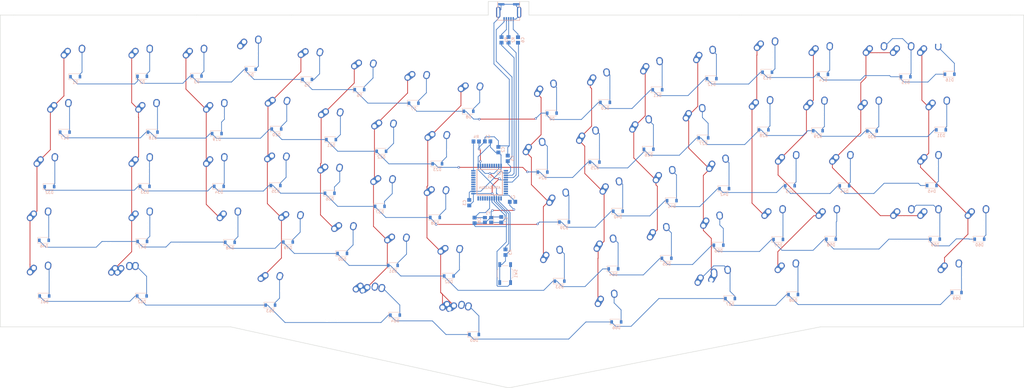
<source format=kicad_pcb>
(kicad_pcb (version 20171130) (host pcbnew "(5.0.0-rc2-dev-733-g23a9fcd91)")
  (layers (0 F.Cu signal) (31 B.Cu signal) (34 B.Paste user) (35 F.Paste user) (36 B.SilkS user) (37 F.SilkS user) (38 B.Mask user) (39 F.Mask user) (44 Edge.Cuts user))
  (net 0 "")
  (net 1 "Net-(D1-Pad2)")
  (net 2 "Net-(D1-Pad1)")
  (net 3 "Net-(D2-Pad2)")
  (net 4 "Net-(D3-Pad2)")
  (net 5 "Net-(D4-Pad2)")
  (net 6 "Net-(D5-Pad2)")
  (net 7 "Net-(D6-Pad2)")
  (net 8 "Net-(D7-Pad2)")
  (net 9 "Net-(D8-Pad2)")
  (net 10 "Net-(D9-Pad2)")
  (net 11 "Net-(D10-Pad2)")
  (net 12 "Net-(D11-Pad2)")
  (net 13 "Net-(D12-Pad2)")
  (net 14 "Net-(D13-Pad2)")
  (net 15 "Net-(D14-Pad2)")
  (net 16 "Net-(D15-Pad2)")
  (net 17 "Net-(D16-Pad2)")
  (net 18 "Net-(D17-Pad2)")
  (net 19 "Net-(D17-Pad1)")
  (net 20 "Net-(D18-Pad2)")
  (net 21 "Net-(D19-Pad2)")
  (net 22 "Net-(D20-Pad2)")
  (net 23 "Net-(D21-Pad2)")
  (net 24 "Net-(D22-Pad2)")
  (net 25 "Net-(D23-Pad2)")
  (net 26 "Net-(D24-Pad2)")
  (net 27 "Net-(D25-Pad2)")
  (net 28 "Net-(D26-Pad2)")
  (net 29 "Net-(D27-Pad2)")
  (net 30 "Net-(D28-Pad2)")
  (net 31 "Net-(D29-Pad2)")
  (net 32 "Net-(D30-Pad2)")
  (net 33 "Net-(D31-Pad2)")
  (net 34 "Net-(D32-Pad2)")
  (net 35 "Net-(D32-Pad1)")
  (net 36 "Net-(D33-Pad2)")
  (net 37 "Net-(D34-Pad2)")
  (net 38 "Net-(D35-Pad2)")
  (net 39 "Net-(D36-Pad2)")
  (net 40 "Net-(D37-Pad2)")
  (net 41 "Net-(D38-Pad2)")
  (net 42 "Net-(D39-Pad2)")
  (net 43 "Net-(D40-Pad2)")
  (net 44 "Net-(D41-Pad2)")
  (net 45 "Net-(D42-Pad2)")
  (net 46 "Net-(D43-Pad2)")
  (net 47 "Net-(D44-Pad2)")
  (net 48 "Net-(D45-Pad2)")
  (net 49 "Net-(D46-Pad1)")
  (net 50 "Net-(D46-Pad2)")
  (net 51 "Net-(D47-Pad2)")
  (net 52 "Net-(D48-Pad2)")
  (net 53 "Net-(D49-Pad2)")
  (net 54 "Net-(D50-Pad2)")
  (net 55 "Net-(D51-Pad2)")
  (net 56 "Net-(D52-Pad2)")
  (net 57 "Net-(D53-Pad2)")
  (net 58 "Net-(D54-Pad2)")
  (net 59 "Net-(D55-Pad2)")
  (net 60 "Net-(D56-Pad2)")
  (net 61 "Net-(D57-Pad2)")
  (net 62 "Net-(D58-Pad2)")
  (net 63 "Net-(D59-Pad2)")
  (net 64 "Net-(D60-Pad2)")
  (net 65 "Net-(D61-Pad1)")
  (net 66 "Net-(D61-Pad2)")
  (net 67 "Net-(D62-Pad2)")
  (net 68 "Net-(D63-Pad2)")
  (net 69 "Net-(D64-Pad2)")
  (net 70 "Net-(D65-Pad2)")
  (net 71 "Net-(D66-Pad2)")
  (net 72 "Net-(D67-Pad2)")
  (net 73 "Net-(D68-Pad2)")
  (net 74 "Net-(D69-Pad2)")
  (net 75 "Net-(K1-Pad1)")
  (net 76 "Net-(K19-Pad1)")
  (net 77 "Net-(K20-Pad1)")
  (net 78 "Net-(K4-Pad1)")
  (net 79 "Net-(K21-Pad1)")
  (net 80 "Net-(K22-Pad1)")
  (net 81 "Net-(K23-Pad1)")
  (net 82 "Net-(K24-Pad1)")
  (net 83 "Net-(K25-Pad1)")
  (net 84 "Net-(K10-Pad1)")
  (net 85 "Net-(K11-Pad1)")
  (net 86 "Net-(K12-Pad1)")
  (net 87 "Net-(K13-Pad1)")
  (net 88 "Net-(K14-Pad1)")
  (net 89 "Net-(K15-Pad1)")
  (net 90 "Net-(K16-Pad1)")
  (net 91 VCC)
  (net 92 GND)
  (net 93 "Net-(C6-Pad1)")
  (net 94 "Net-(C7-Pad1)")
  (net 95 "Net-(J1-Pad2)")
  (net 96 "Net-(J1-Pad3)")
  (net 97 "Net-(J1-Pad4)")
  (net 98 "Net-(R1-Pad1)")
  (net 99 "Net-(R2-Pad1)")
  (net 100 "Net-(R3-Pad1)")
  (net 101 "Net-(R4-Pad2)")
  (net 102 "Net-(U1-Pad1)")
  (net 103 "Net-(U1-Pad7)")
  (net 104 "Net-(U1-Pad8)")
  (net 105 "Net-(U1-Pad9)")
  (net 106 "Net-(U1-Pad10)")
  (net 107 "Net-(U1-Pad11)")
  (net 108 "Net-(U1-Pad12)")
  (net 109 "Net-(U1-Pad18)")
  (net 110 "Net-(U1-Pad19)")
  (net 111 "Net-(U1-Pad20)")
  (net 112 "Net-(U1-Pad21)")
  (net 113 "Net-(U1-Pad22)")
  (net 114 "Net-(U1-Pad25)")
  (net 115 "Net-(U1-Pad26)")
  (net 116 "Net-(U1-Pad27)")
  (net 117 "Net-(U1-Pad28)")
  (net 118 "Net-(U1-Pad29)")
  (net 119 "Net-(U1-Pad30)")
  (net 120 "Net-(U1-Pad31)")
  (net 121 "Net-(U1-Pad32)")
  (net 122 "Net-(U1-Pad36)")
  (net 123 "Net-(U1-Pad37)")
  (net 124 "Net-(U1-Pad38)")
  (net 125 "Net-(U1-Pad39)")
  (net 126 "Net-(U1-Pad40)")
  (net 127 "Net-(U1-Pad41)")
  (net 128 "Net-(U1-Pad42)")
  (net 129 "Net-(C8-Pad2)")
  (module ai03_hybrid:MX-1U-NoLED (layer F.Cu) (at 307.17 156.54 12)
    (fp_text reference K25)
    (fp_text value KEYSW)
    (pad 2 thru_hole oval (at 2.5 -4.5 98.0548) (size 2.831378 2.25) (drill 1.47 (offset 0.290689 0)) (layers *.Cu B.Mask) (net 26 "Net-(D24-Pad2)"))
    (pad 2 thru_hole circle (at 2.540001 -5.08 12) (size 2.25 2.25) (drill 1.47) (layers *.Cu B.Mask) (net 26 "Net-(D24-Pad2)"))
    (pad 1 thru_hole oval (at -3.81 -2.54 60.0996) (size 4.211556 2.25) (drill 1.47 (offset 0.980778 0)) (layers *.Cu B.Mask) (net 83 "Net-(K25-Pad1)"))
    (pad "" np_thru_hole circle (at 0 0 12) (size 3.9878 3.9878) (drill 3.9878) (layers *.Cu *.Mask))
    (pad 1 thru_hole circle (at -2.5 -4 12) (size 2.25 2.25) (drill 1.47) (layers *.Cu B.Mask) (net 83 "Net-(K25-Pad1)"))
    (pad "" np_thru_hole circle (at -5.08 0 60.0996) (size 1.75 1.75) (drill 1.75) (layers *.Cu *.Mask))
    (pad "" np_thru_hole circle (at 5.08 0 60.0996) (size 1.75 1.75) (drill 1.75) (layers *.Cu *.Mask))
  )
  (module ai03_hybrid:MX-1U-NoLED (layer F.Cu) (at 257.58 189.04 348)
    (fp_text reference K52)
    (fp_text value KEYSW)
    (pad "" np_thru_hole circle (at 5.08 0 36.0996) (size 1.75 1.75) (drill 1.75) (layers *.Cu *.Mask))
    (pad "" np_thru_hole circle (at -5.08 0 36.0996) (size 1.75 1.75) (drill 1.75) (layers *.Cu *.Mask))
    (pad 1 thru_hole circle (at -2.5 -4 348) (size 2.25 2.25) (drill 1.47) (layers *.Cu B.Mask) (net 81 "Net-(K23-Pad1)"))
    (pad "" np_thru_hole circle (at 0 0 348) (size 3.9878 3.9878) (drill 3.9878) (layers *.Cu *.Mask))
    (pad 1 thru_hole oval (at -3.81 -2.539999 36.0996) (size 4.211556 2.25) (drill 1.47 (offset 0.980778 0)) (layers *.Cu B.Mask) (net 81 "Net-(K23-Pad1)"))
    (pad 2 thru_hole circle (at 2.54 -5.08 348) (size 2.25 2.25) (drill 1.47) (layers *.Cu B.Mask) (net 55 "Net-(D51-Pad2)"))
    (pad 2 thru_hole oval (at 2.5 -4.5 74.0548) (size 2.831378 2.25) (drill 1.47 (offset 0.290689 0)) (layers *.Cu B.Mask) (net 55 "Net-(D51-Pad2)"))
  )
  (module ai03_hybrid:MX-1.5U-NoLED (layer F.Cu) (at 161.5 199.6)
    (fp_text reference K67)
    (fp_text value KEYSW)
    (pad 2 thru_hole oval (at 2.5 -4.5 86.0548) (size 2.831378 2.25) (drill 1.47 (offset 0.290689 0)) (layers *.Cu B.Mask) (net 67 "Net-(D62-Pad2)"))
    (pad 2 thru_hole circle (at 2.54 -5.08) (size 2.25 2.25) (drill 1.47) (layers *.Cu B.Mask) (net 67 "Net-(D62-Pad2)"))
    (pad 1 thru_hole oval (at -3.81 -2.54 48.0996) (size 4.211556 2.25) (drill 1.47 (offset 0.980778 0)) (layers *.Cu B.Mask) (net 76 "Net-(K19-Pad1)"))
    (pad "" np_thru_hole circle (at 0 0) (size 3.9878 3.9878) (drill 3.9878) (layers *.Cu *.Mask))
    (pad 1 thru_hole circle (at -2.5 -4) (size 2.25 2.25) (drill 1.47) (layers *.Cu B.Mask) (net 76 "Net-(K19-Pad1)"))
    (pad "" np_thru_hole circle (at -5.08 0 48.0996) (size 1.75 1.75) (drill 1.75) (layers *.Cu *.Mask))
    (pad "" np_thru_hole circle (at 5.08 0 48.0996) (size 1.75 1.75) (drill 1.75) (layers *.Cu *.Mask))
  )
  (module ai03_hybrid:MX-2.25U-NoLED (layer F.Cu) (at 168.625 180.5)
    (fp_text reference K48)
    (fp_text value KEYSW)
    (pad "" np_thru_hole circle (at 11.938 8.255) (size 3.9878 3.9878) (drill 3.9878) (layers *.Cu *.Mask))
    (pad "" np_thru_hole circle (at -11.938 8.255) (size 3.9878 3.9878) (drill 3.9878) (layers *.Cu *.Mask))
    (pad "" np_thru_hole circle (at 11.938 -6.985) (size 3.048 3.048) (drill 3.048) (layers *.Cu *.Mask))
    (pad "" np_thru_hole circle (at -11.938 -6.985) (size 3.048 3.048) (drill 3.048) (layers *.Cu *.Mask))
    (pad "" np_thru_hole circle (at 5.08 0 48.0996) (size 1.75 1.75) (drill 1.75) (layers *.Cu *.Mask))
    (pad "" np_thru_hole circle (at -5.08 0 48.0996) (size 1.75 1.75) (drill 1.75) (layers *.Cu *.Mask))
    (pad 1 thru_hole circle (at -2.5 -4) (size 2.25 2.25) (drill 1.47) (layers *.Cu B.Mask) (net 76 "Net-(K19-Pad1)"))
    (pad "" np_thru_hole circle (at 0 0) (size 3.9878 3.9878) (drill 3.9878) (layers *.Cu *.Mask))
    (pad 1 thru_hole oval (at -3.81 -2.54 48.0996) (size 4.211556 2.25) (drill 1.47 (offset 0.980778 0)) (layers *.Cu B.Mask) (net 76 "Net-(K19-Pad1)"))
    (pad 2 thru_hole circle (at 2.54 -5.08) (size 2.25 2.25) (drill 1.47) (layers *.Cu B.Mask) (net 51 "Net-(D47-Pad2)"))
    (pad 2 thru_hole oval (at 2.5 -4.5 86.0548) (size 2.831378 2.25) (drill 1.47 (offset 0.290689 0)) (layers *.Cu B.Mask) (net 51 "Net-(D47-Pad2)"))
  )
  (module ai03_hybrid:MX-1U-NoLED (layer F.Cu) (at 199.5 180.5)
    (fp_text reference K49)
    (fp_text value KEYSW)
    (pad 2 thru_hole oval (at 2.5 -4.5 86.0548) (size 2.831378 2.25) (drill 1.47 (offset 0.290689 0)) (layers *.Cu B.Mask) (net 52 "Net-(D48-Pad2)"))
    (pad 2 thru_hole circle (at 2.54 -5.08) (size 2.25 2.25) (drill 1.47) (layers *.Cu B.Mask) (net 52 "Net-(D48-Pad2)"))
    (pad 1 thru_hole oval (at -3.81 -2.54 48.0996) (size 4.211556 2.25) (drill 1.47 (offset 0.980778 0)) (layers *.Cu B.Mask) (net 77 "Net-(K20-Pad1)"))
    (pad "" np_thru_hole circle (at 0 0) (size 3.9878 3.9878) (drill 3.9878) (layers *.Cu *.Mask))
    (pad 1 thru_hole circle (at -2.5 -4) (size 2.25 2.25) (drill 1.47) (layers *.Cu B.Mask) (net 77 "Net-(K20-Pad1)"))
    (pad "" np_thru_hole circle (at -5.08 0 48.0996) (size 1.75 1.75) (drill 1.75) (layers *.Cu *.Mask))
    (pad "" np_thru_hole circle (at 5.08 0 48.0996) (size 1.75 1.75) (drill 1.75) (layers *.Cu *.Mask))
  )
  (module ai03_hybrid:MX-1U-NoLED (layer F.Cu) (at 220.48 181.16 348)
    (fp_text reference K50)
    (fp_text value KEYSW)
    (pad "" np_thru_hole circle (at 5.08 0 36.0996) (size 1.75 1.75) (drill 1.75) (layers *.Cu *.Mask))
    (pad "" np_thru_hole circle (at -5.08 0 36.0996) (size 1.75 1.75) (drill 1.75) (layers *.Cu *.Mask))
    (pad 1 thru_hole circle (at -2.5 -4 348) (size 2.25 2.25) (drill 1.47) (layers *.Cu B.Mask) (net 79 "Net-(K21-Pad1)"))
    (pad "" np_thru_hole circle (at 0 0 348) (size 3.9878 3.9878) (drill 3.9878) (layers *.Cu *.Mask))
    (pad 1 thru_hole oval (at -3.81 -2.539999 36.0996) (size 4.211556 2.25) (drill 1.47 (offset 0.980778 0)) (layers *.Cu B.Mask) (net 79 "Net-(K21-Pad1)"))
    (pad 2 thru_hole circle (at 2.54 -5.08 348) (size 2.25 2.25) (drill 1.47) (layers *.Cu B.Mask) (net 53 "Net-(D49-Pad2)"))
    (pad 2 thru_hole oval (at 2.5 -4.5 74.0548) (size 2.831378 2.25) (drill 1.47 (offset 0.290689 0)) (layers *.Cu B.Mask) (net 53 "Net-(D49-Pad2)"))
  )
  (module ai03_hybrid:MX-2.25U-NoLED (layer F.Cu) (at 248.97 206.69 348)
    (fp_text reference K64)
    (fp_text value KEYSW)
    (pad 2 thru_hole oval (at 2.5 -4.5 74.0548) (size 2.831378 2.25) (drill 1.47 (offset 0.290689 0)) (layers *.Cu B.Mask) (net 69 "Net-(D64-Pad2)"))
    (pad 2 thru_hole circle (at 2.54 -5.08 348) (size 2.25 2.25) (drill 1.47) (layers *.Cu B.Mask) (net 69 "Net-(D64-Pad2)"))
    (pad 1 thru_hole oval (at -3.81 -2.539999 36.0996) (size 4.211556 2.25) (drill 1.47 (offset 0.980778 0)) (layers *.Cu B.Mask) (net 81 "Net-(K23-Pad1)"))
    (pad "" np_thru_hole circle (at 0 0 348) (size 3.9878 3.9878) (drill 3.9878) (layers *.Cu *.Mask))
    (pad 1 thru_hole circle (at -2.5 -4 348) (size 2.25 2.25) (drill 1.47) (layers *.Cu B.Mask) (net 81 "Net-(K23-Pad1)"))
    (pad "" np_thru_hole circle (at -5.08 0 36.0996) (size 1.75 1.75) (drill 1.75) (layers *.Cu *.Mask))
    (pad "" np_thru_hole circle (at 5.08 0 36.0996) (size 1.75 1.75) (drill 1.75) (layers *.Cu *.Mask))
    (pad "" np_thru_hole circle (at -11.938 -6.985 348) (size 3.048 3.048) (drill 3.048) (layers *.Cu *.Mask))
    (pad "" np_thru_hole circle (at 11.938 -6.985 348) (size 3.048 3.048) (drill 3.048) (layers *.Cu *.Mask))
    (pad "" np_thru_hole circle (at -11.938 8.255 348) (size 3.9878 3.9878) (drill 3.9878) (layers *.Cu *.Mask))
    (pad "" np_thru_hole circle (at 11.938001 8.255 348) (size 3.9878 3.9878) (drill 3.9878) (layers *.Cu *.Mask))
  )
  (module ai03_hybrid:MX-1U-NoLED (layer F.Cu) (at 239.02 185.03 348)
    (fp_text reference K51)
    (fp_text value KEYSW)
    (pad 2 thru_hole oval (at 2.5 -4.5 74.0548) (size 2.831378 2.25) (drill 1.47 (offset 0.290689 0)) (layers *.Cu B.Mask) (net 54 "Net-(D50-Pad2)"))
    (pad 2 thru_hole circle (at 2.54 -5.08 348) (size 2.25 2.25) (drill 1.47) (layers *.Cu B.Mask) (net 54 "Net-(D50-Pad2)"))
    (pad 1 thru_hole oval (at -3.81 -2.539999 36.0996) (size 4.211556 2.25) (drill 1.47 (offset 0.980778 0)) (layers *.Cu B.Mask) (net 80 "Net-(K22-Pad1)"))
    (pad "" np_thru_hole circle (at 0 0 348) (size 3.9878 3.9878) (drill 3.9878) (layers *.Cu *.Mask))
    (pad 1 thru_hole circle (at -2.5 -4 348) (size 2.25 2.25) (drill 1.47) (layers *.Cu B.Mask) (net 80 "Net-(K22-Pad1)"))
    (pad "" np_thru_hole circle (at -5.08 0 36.0996) (size 1.75 1.75) (drill 1.75) (layers *.Cu *.Mask))
    (pad "" np_thru_hole circle (at 5.08 0 36.0996) (size 1.75 1.75) (drill 1.75) (layers *.Cu *.Mask))
  )
  (module ai03_hybrid:MX-2U-NoLED (layer F.Cu) (at 246.57 206.22 348)
    (fp_text reference K69)
    (fp_text value KEYSW)
    (pad 2 thru_hole oval (at 2.5 -4.5 74.0548) (size 2.831378 2.25) (drill 1.47 (offset 0.290689 0)) (layers *.Cu B.Mask) (net 69 "Net-(D64-Pad2)"))
    (pad 2 thru_hole circle (at 2.54 -5.08 348) (size 2.25 2.25) (drill 1.47) (layers *.Cu B.Mask) (net 69 "Net-(D64-Pad2)"))
    (pad 1 thru_hole oval (at -3.81 -2.539999 36.0996) (size 4.211556 2.25) (drill 1.47 (offset 0.980778 0)) (layers *.Cu B.Mask) (net 81 "Net-(K23-Pad1)"))
    (pad "" np_thru_hole circle (at 0 0 348) (size 3.9878 3.9878) (drill 3.9878) (layers *.Cu *.Mask))
    (pad 1 thru_hole circle (at -2.5 -4 348) (size 2.25 2.25) (drill 1.47) (layers *.Cu B.Mask) (net 81 "Net-(K23-Pad1)"))
    (pad "" np_thru_hole circle (at -5.08 0 36.0996) (size 1.75 1.75) (drill 1.75) (layers *.Cu *.Mask))
    (pad "" np_thru_hole circle (at 5.08 0 36.0996) (size 1.75 1.75) (drill 1.75) (layers *.Cu *.Mask))
    (pad "" np_thru_hole circle (at -11.938 -6.985 348) (size 3.048 3.048) (drill 3.048) (layers *.Cu *.Mask))
    (pad "" np_thru_hole circle (at 11.938 -6.985 348) (size 3.048 3.048) (drill 3.048) (layers *.Cu *.Mask))
    (pad "" np_thru_hole circle (at -11.938 8.255 348) (size 3.9878 3.9878) (drill 3.9878) (layers *.Cu *.Mask))
    (pad "" np_thru_hole circle (at 11.938001 8.255 348) (size 3.9878 3.9878) (drill 3.9878) (layers *.Cu *.Mask))
  )
  (module ai03_hybrid:MX-1.5U-NoLED (layer F.Cu) (at 213.25 202.52 348)
    (fp_text reference K68)
    (fp_text value KEYSW)
    (pad 2 thru_hole oval (at 2.5 -4.5 74.0548) (size 2.831378 2.25) (drill 1.47 (offset 0.290689 0)) (layers *.Cu B.Mask) (net 68 "Net-(D63-Pad2)"))
    (pad 2 thru_hole circle (at 2.54 -5.08 348) (size 2.25 2.25) (drill 1.47) (layers *.Cu B.Mask) (net 68 "Net-(D63-Pad2)"))
    (pad 1 thru_hole oval (at -3.81 -2.539999 36.0996) (size 4.211556 2.25) (drill 1.47 (offset 0.980778 0)) (layers *.Cu B.Mask) (net 79 "Net-(K21-Pad1)"))
    (pad "" np_thru_hole circle (at 0 0 348) (size 3.9878 3.9878) (drill 3.9878) (layers *.Cu *.Mask))
    (pad 1 thru_hole circle (at -2.5 -4 348) (size 2.25 2.25) (drill 1.47) (layers *.Cu B.Mask) (net 79 "Net-(K21-Pad1)"))
    (pad "" np_thru_hole circle (at -5.08 0 36.0996) (size 1.75 1.75) (drill 1.75) (layers *.Cu *.Mask))
    (pad "" np_thru_hole circle (at 5.08 0 36.0996) (size 1.75 1.75) (drill 1.75) (layers *.Cu *.Mask))
  )
  (module Diode_SMD:D_SOD-123 (layer B.Cu) (at 226.32 129.44)
    (fp_text reference D5 (at 0 2) (layer B.SilkS) (effects (justify mirror)))
    (fp_text value D)
    (pad 2 smd rect (at 1.65 0) (size 0.9 1.2) (layers B.Cu B.Paste B.Mask) (net 6 "Net-(D5-Pad2)"))
    (pad 1 smd rect (at -1.65 0) (size 0.9 1.2) (layers B.Cu B.Paste B.Mask) (net 2 "Net-(D1-Pad1)"))
  )
  (module Diode_SMD:D_SOD-123 (layer B.Cu) (at 168.49 128.34)
    (fp_text reference D2 (at 0 2) (layer B.SilkS) (effects (justify mirror)))
    (fp_text value D)
    (pad 1 smd rect (at -1.65 0) (size 0.9 1.2) (layers B.Cu B.Paste B.Mask) (net 2 "Net-(D1-Pad1)"))
    (pad 2 smd rect (at 1.65 0) (size 0.9 1.2) (layers B.Cu B.Paste B.Mask) (net 3 "Net-(D2-Pad2)"))
  )
  (module Diode_SMD:D_SOD-123 (layer B.Cu) (at 172.2 147.9)
    (fp_text reference D18 (at 0 2) (layer B.SilkS) (effects (justify mirror)))
    (fp_text value D)
    (pad 1 smd rect (at -1.65 0) (size 0.9 1.2) (layers B.Cu B.Paste B.Mask) (net 19 "Net-(D17-Pad1)"))
    (pad 2 smd rect (at 1.65 0) (size 0.9 1.2) (layers B.Cu B.Paste B.Mask) (net 20 "Net-(D18-Pad2)"))
  )
  (module Diode_SMD:D_SOD-123 (layer B.Cu) (at 252.3 154.6)
    (fp_text reference D22 (at 0 2) (layer B.SilkS) (effects (justify mirror)))
    (fp_text value D)
    (pad 1 smd rect (at -1.65 0) (size 0.9 1.2) (layers B.Cu B.Paste B.Mask) (net 19 "Net-(D17-Pad1)"))
    (pad 2 smd rect (at 1.65 0) (size 0.9 1.2) (layers B.Cu B.Paste B.Mask) (net 24 "Net-(D22-Pad2)"))
  )
  (module Diode_SMD:D_SOD-123 (layer B.Cu) (at 136 167)
    (fp_text reference D32 (at 0 2) (layer B.SilkS) (effects (justify mirror)))
    (fp_text value D)
    (pad 2 smd rect (at 1.65 0) (size 0.9 1.2) (layers B.Cu B.Paste B.Mask) (net 34 "Net-(D32-Pad2)"))
    (pad 1 smd rect (at -1.65 0) (size 0.9 1.2) (layers B.Cu B.Paste B.Mask) (net 35 "Net-(D32-Pad1)"))
  )
  (module Diode_SMD:D_SOD-123 (layer B.Cu) (at 195.4 166.9)
    (fp_text reference D34 (at 0 2) (layer B.SilkS) (effects (justify mirror)))
    (fp_text value D)
    (pad 2 smd rect (at 1.65 0) (size 0.9 1.2) (layers B.Cu B.Paste B.Mask) (net 37 "Net-(D34-Pad2)"))
    (pad 1 smd rect (at -1.65 0) (size 0.9 1.2) (layers B.Cu B.Paste B.Mask) (net 35 "Net-(D32-Pad1)"))
  )
  (module Diode_SMD:D_SOD-123 (layer B.Cu) (at 234.2 169.3)
    (fp_text reference D36 (at 0 2) (layer B.SilkS) (effects (justify mirror)))
    (fp_text value D)
    (pad 2 smd rect (at 1.65 0) (size 0.9 1.2) (layers B.Cu B.Paste B.Mask) (net 39 "Net-(D36-Pad2)"))
    (pad 1 smd rect (at -1.65 0) (size 0.9 1.2) (layers B.Cu B.Paste B.Mask) (net 35 "Net-(D32-Pad1)"))
  )
  (module Diode_SMD:D_SOD-123 (layer B.Cu) (at 263.625 137.75)
    (fp_text reference D7 (at 0 2) (layer B.SilkS) (effects (justify mirror)))
    (fp_text value D)
    (pad 2 smd rect (at 1.65 0) (size 0.9 1.2) (layers B.Cu B.Paste B.Mask) (net 8 "Net-(D7-Pad2)"))
    (pad 1 smd rect (at -1.65 0) (size 0.9 1.2) (layers B.Cu B.Paste B.Mask) (net 2 "Net-(D1-Pad1)"))
  )
  (module Diode_SMD:D_SOD-123 (layer B.Cu) (at 271.9 159)
    (fp_text reference D23 (at 0 2) (layer B.SilkS) (effects (justify mirror)))
    (fp_text value D)
    (pad 2 smd rect (at 1.65 0) (size 0.9 1.2) (layers B.Cu B.Paste B.Mask) (net 25 "Net-(D23-Pad2)"))
    (pad 1 smd rect (at -1.65 0) (size 0.9 1.2) (layers B.Cu B.Paste B.Mask) (net 19 "Net-(D17-Pad1)"))
  )
  (module Diode_SMD:D_SOD-123 (layer B.Cu) (at 206.625 125.875)
    (fp_text reference D4 (at 0 2) (layer B.SilkS) (effects (justify mirror)))
    (fp_text value D)
    (pad 1 smd rect (at -1.65 0) (size 0.9 1.2) (layers B.Cu B.Paste B.Mask) (net 2 "Net-(D1-Pad1)"))
    (pad 2 smd rect (at 1.65 0) (size 0.9 1.2) (layers B.Cu B.Paste B.Mask) (net 5 "Net-(D4-Pad2)"))
  )
  (module ai03_hybrid:MX-1.5U-NoLED (layer F.Cu) (at 163.6 199.6)
    (fp_text reference K67)
    (fp_text value KEYSW)
    (pad "" np_thru_hole circle (at 5.08 0 48.0996) (size 1.75 1.75) (drill 1.75) (layers *.Cu *.Mask))
    (pad "" np_thru_hole circle (at -5.08 0 48.0996) (size 1.75 1.75) (drill 1.75) (layers *.Cu *.Mask))
    (pad 1 thru_hole circle (at -2.5 -4) (size 2.25 2.25) (drill 1.47) (layers *.Cu B.Mask) (net 76 "Net-(K19-Pad1)"))
    (pad "" np_thru_hole circle (at 0 0) (size 3.9878 3.9878) (drill 3.9878) (layers *.Cu *.Mask))
    (pad 1 thru_hole oval (at -3.81 -2.54 48.0996) (size 4.211556 2.25) (drill 1.47 (offset 0.980778 0)) (layers *.Cu B.Mask) (net 76 "Net-(K19-Pad1)"))
    (pad 2 thru_hole circle (at 2.54 -5.08) (size 2.25 2.25) (drill 1.47) (layers *.Cu B.Mask) (net 67 "Net-(D62-Pad2)"))
    (pad 2 thru_hole oval (at 2.5 -4.5 86.0548) (size 2.831378 2.25) (drill 1.47 (offset 0.290689 0)) (layers *.Cu B.Mask) (net 67 "Net-(D62-Pad2)"))
  )
  (module Diode_SMD:D_SOD-123 (layer B.Cu) (at 141.4 147.9)
    (fp_text reference D17 (at 0 2) (layer B.SilkS) (effects (justify mirror)))
    (fp_text value D)
    (pad 2 smd rect (at 1.65 0) (size 0.9 1.2) (layers B.Cu B.Paste B.Mask) (net 18 "Net-(D17-Pad2)"))
    (pad 1 smd rect (at -1.65 0) (size 0.9 1.2) (layers B.Cu B.Paste B.Mask) (net 19 "Net-(D17-Pad1)"))
  )
  (module Diode_SMD:D_SOD-123 (layer B.Cu) (at 194.65 148.4)
    (fp_text reference D19 (at 0 2) (layer B.SilkS) (effects (justify mirror)))
    (fp_text value D)
    (pad 2 smd rect (at 1.65 0) (size 0.9 1.2) (layers B.Cu B.Paste B.Mask) (net 21 "Net-(D19-Pad2)"))
    (pad 1 smd rect (at -1.65 0) (size 0.9 1.2) (layers B.Cu B.Paste B.Mask) (net 19 "Net-(D17-Pad1)"))
  )
  (module Diode_SMD:D_SOD-123 (layer B.Cu) (at 145.04 128.47)
    (fp_text reference D1 (at 0 2) (layer B.SilkS) (effects (justify mirror)))
    (fp_text value D)
    (pad 2 smd rect (at 1.65 0) (size 0.9 1.2) (layers B.Cu B.Paste B.Mask) (net 1 "Net-(D1-Pad2)"))
    (pad 1 smd rect (at -1.65 0) (size 0.9 1.2) (layers B.Cu B.Paste B.Mask) (net 2 "Net-(D1-Pad1)"))
  )
  (module Diode_SMD:D_SOD-123 (layer B.Cu) (at 244.625 133)
    (fp_text reference D6 (at 0 2) (layer B.SilkS) (effects (justify mirror)))
    (fp_text value D)
    (pad 1 smd rect (at -1.65 0) (size 0.9 1.2) (layers B.Cu B.Paste B.Mask) (net 2 "Net-(D1-Pad1)"))
    (pad 2 smd rect (at 1.65 0) (size 0.9 1.2) (layers B.Cu B.Paste B.Mask) (net 7 "Net-(D6-Pad2)"))
  )
  (module Diode_SMD:D_SOD-123 (layer B.Cu) (at 215.55 146.8)
    (fp_text reference D20 (at 0 2) (layer B.SilkS) (effects (justify mirror)))
    (fp_text value D)
    (pad 1 smd rect (at -1.65 0) (size 0.9 1.2) (layers B.Cu B.Paste B.Mask) (net 19 "Net-(D17-Pad1)"))
    (pad 2 smd rect (at 1.65 0) (size 0.9 1.2) (layers B.Cu B.Paste B.Mask) (net 22 "Net-(D20-Pad2)"))
  )
  (module Diode_SMD:D_SOD-123 (layer B.Cu) (at 234.7 150.5)
    (fp_text reference D21 (at 0 2) (layer B.SilkS) (effects (justify mirror)))
    (fp_text value D)
    (pad 2 smd rect (at 1.65 0) (size 0.9 1.2) (layers B.Cu B.Paste B.Mask) (net 23 "Net-(D21-Pad2)"))
    (pad 1 smd rect (at -1.65 0) (size 0.9 1.2) (layers B.Cu B.Paste B.Mask) (net 19 "Net-(D17-Pad1)"))
  )
  (module Diode_SMD:D_SOD-123 (layer B.Cu) (at 187.625 128.25)
    (fp_text reference D3 (at 0 2) (layer B.SilkS) (effects (justify mirror)))
    (fp_text value D)
    (pad 2 smd rect (at 1.65 0) (size 0.9 1.2) (layers B.Cu B.Paste B.Mask) (net 4 "Net-(D3-Pad2)"))
    (pad 1 smd rect (at -1.65 0) (size 0.9 1.2) (layers B.Cu B.Paste B.Mask) (net 2 "Net-(D1-Pad1)"))
  )
  (module Diode_SMD:D_SOD-123 (layer B.Cu) (at 169.4 166.9)
    (fp_text reference D33 (at 0 2) (layer B.SilkS) (effects (justify mirror)))
    (fp_text value D)
    (pad 1 smd rect (at -1.65 0) (size 0.9 1.2) (layers B.Cu B.Paste B.Mask) (net 35 "Net-(D32-Pad1)"))
    (pad 2 smd rect (at 1.65 0) (size 0.9 1.2) (layers B.Cu B.Paste B.Mask) (net 36 "Net-(D33-Pad2)"))
  )
  (module Diode_SMD:D_SOD-123 (layer B.Cu) (at 215.25 166.6)
    (fp_text reference D35 (at 0 2) (layer B.SilkS) (effects (justify mirror)))
    (fp_text value D)
    (pad 1 smd rect (at -1.65 0) (size 0.9 1.2) (layers B.Cu B.Paste B.Mask) (net 35 "Net-(D32-Pad1)"))
    (pad 2 smd rect (at 1.65 0) (size 0.9 1.2) (layers B.Cu B.Paste B.Mask) (net 38 "Net-(D35-Pad2)"))
  )
  (module Diode_SMD:D_SOD-123 (layer B.Cu) (at 271.1 177.8)
    (fp_text reference D38 (at 0 2) (layer B.SilkS) (effects (justify mirror)))
    (fp_text value D)
    (pad 1 smd rect (at -1.65 0) (size 0.9 1.2) (layers B.Cu B.Paste B.Mask) (net 35 "Net-(D32-Pad1)"))
    (pad 2 smd rect (at 1.65 0) (size 0.9 1.2) (layers B.Cu B.Paste B.Mask) (net 41 "Net-(D38-Pad2)"))
  )
  (module Diode_SMD:D_SOD-123 (layer B.Cu) (at 251.75 173.9)
    (fp_text reference D37 (at 0 2) (layer B.SilkS) (effects (justify mirror)))
    (fp_text value D)
    (pad 2 smd rect (at 1.65 0) (size 0.9 1.2) (layers B.Cu B.Paste B.Mask) (net 40 "Net-(D37-Pad2)"))
    (pad 1 smd rect (at -1.65 0) (size 0.9 1.2) (layers B.Cu B.Paste B.Mask) (net 35 "Net-(D32-Pad1)"))
  )
  (module Diode_SMD:D_SOD-123 (layer B.Cu) (at 134.1 185.8)
    (fp_text reference D46 (at 0 2) (layer B.SilkS) (effects (justify mirror)))
    (fp_text value D)
    (pad 1 smd rect (at -1.65 0) (size 0.9 1.2) (layers B.Cu B.Paste B.Mask) (net 49 "Net-(D46-Pad1)"))
    (pad 2 smd rect (at 1.65 0) (size 0.9 1.2) (layers B.Cu B.Paste B.Mask) (net 50 "Net-(D46-Pad2)"))
  )
  (module Diode_SMD:D_SOD-123 (layer B.Cu) (at 168.55 186.2)
    (fp_text reference D47 (at 0 2) (layer B.SilkS) (effects (justify mirror)))
    (fp_text value D)
    (pad 1 smd rect (at -1.65 0) (size 0.9 1.2) (layers B.Cu B.Paste B.Mask) (net 49 "Net-(D46-Pad1)"))
    (pad 2 smd rect (at 1.65 0) (size 0.9 1.2) (layers B.Cu B.Paste B.Mask) (net 51 "Net-(D47-Pad2)"))
  )
  (module Diode_SMD:D_SOD-123 (layer B.Cu) (at 199.25 186.5)
    (fp_text reference D48 (at 0 2) (layer B.SilkS) (effects (justify mirror)))
    (fp_text value D)
    (pad 2 smd rect (at 1.65 0) (size 0.9 1.2) (layers B.Cu B.Paste B.Mask) (net 52 "Net-(D48-Pad2)"))
    (pad 1 smd rect (at -1.65 0) (size 0.9 1.2) (layers B.Cu B.Paste B.Mask) (net 49 "Net-(D46-Pad1)"))
  )
  (module Diode_SMD:D_SOD-123 (layer B.Cu) (at 219.6 186.4)
    (fp_text reference D49 (at 0 2) (layer B.SilkS) (effects (justify mirror)))
    (fp_text value D)
    (pad 1 smd rect (at -1.65 0) (size 0.9 1.2) (layers B.Cu B.Paste B.Mask) (net 49 "Net-(D46-Pad1)"))
    (pad 2 smd rect (at 1.65 0) (size 0.9 1.2) (layers B.Cu B.Paste B.Mask) (net 53 "Net-(D49-Pad2)"))
  )
  (module Diode_SMD:D_SOD-123 (layer B.Cu) (at 256.35 194.6)
    (fp_text reference D51 (at 0 2) (layer B.SilkS) (effects (justify mirror)))
    (fp_text value D)
    (pad 2 smd rect (at 1.65 0) (size 0.9 1.2) (layers B.Cu B.Paste B.Mask) (net 55 "Net-(D51-Pad2)"))
    (pad 1 smd rect (at -1.65 0) (size 0.9 1.2) (layers B.Cu B.Paste B.Mask) (net 49 "Net-(D46-Pad1)"))
  )
  (module Diode_SMD:D_SOD-123 (layer B.Cu) (at 275.95 198.3)
    (fp_text reference D52 (at 0 2) (layer B.SilkS) (effects (justify mirror)))
    (fp_text value D)
    (pad 1 smd rect (at -1.65 0) (size 0.9 1.2) (layers B.Cu B.Paste B.Mask) (net 49 "Net-(D46-Pad1)"))
    (pad 2 smd rect (at 1.65 0) (size 0.9 1.2) (layers B.Cu B.Paste B.Mask) (net 56 "Net-(D52-Pad2)"))
  )
  (module Diode_SMD:D_SOD-123 (layer B.Cu) (at 238.6 190.4)
    (fp_text reference D50 (at 0 2) (layer B.SilkS) (effects (justify mirror)))
    (fp_text value D)
    (pad 2 smd rect (at 1.65 0) (size 0.9 1.2) (layers B.Cu B.Paste B.Mask) (net 54 "Net-(D50-Pad2)"))
    (pad 1 smd rect (at -1.65 0) (size 0.9 1.2) (layers B.Cu B.Paste B.Mask) (net 49 "Net-(D46-Pad1)"))
  )
  (module Diode_SMD:D_SOD-123 (layer B.Cu) (at 168.4 205.3)
    (fp_text reference D62 (at 0 2) (layer B.SilkS) (effects (justify mirror)))
    (fp_text value D)
    (pad 2 smd rect (at 1.65 0) (size 0.9 1.2) (layers B.Cu B.Paste B.Mask) (net 67 "Net-(D62-Pad2)"))
    (pad 1 smd rect (at -1.65 0) (size 0.9 1.2) (layers B.Cu B.Paste B.Mask) (net 65 "Net-(D61-Pad1)"))
  )
  (module Diode_SMD:D_SOD-123 (layer B.Cu) (at 257.1 212)
    (fp_text reference D64 (at 0 2) (layer B.SilkS) (effects (justify mirror)))
    (fp_text value D)
    (pad 1 smd rect (at -1.65 0) (size 0.9 1.2) (layers B.Cu B.Paste B.Mask) (net 65 "Net-(D61-Pad1)"))
    (pad 2 smd rect (at 1.65 0) (size 0.9 1.2) (layers B.Cu B.Paste B.Mask) (net 69 "Net-(D64-Pad2)"))
  )
  (module Diode_SMD:D_SOD-123 (layer B.Cu) (at 213.4 208.5)
    (fp_text reference D63 (at 0 2) (layer B.SilkS) (effects (justify mirror)))
    (fp_text value D)
    (pad 1 smd rect (at -1.65 0) (size 0.9 1.2) (layers B.Cu B.Paste B.Mask) (net 65 "Net-(D61-Pad1)"))
    (pad 2 smd rect (at 1.65 0) (size 0.9 1.2) (layers B.Cu B.Paste B.Mask) (net 68 "Net-(D63-Pad2)"))
  )
  (module Diode_SMD:D_SOD-123 (layer B.Cu) (at 134.25 205.3)
    (fp_text reference D61 (at 0 2) (layer B.SilkS) (effects (justify mirror)))
    (fp_text value D)
    (pad 1 smd rect (at -1.65 0) (size 0.9 1.2) (layers B.Cu B.Paste B.Mask) (net 65 "Net-(D61-Pad1)"))
    (pad 2 smd rect (at 1.65 0) (size 0.9 1.2) (layers B.Cu B.Paste B.Mask) (net 66 "Net-(D61-Pad2)"))
  )
  (module ai03_hybrid:MX-1U-NoLED (layer F.Cu) (at 234.4 145.13 348)
    (fp_text reference K22)
    (fp_text value KEYSW)
    (pad 2 thru_hole oval (at 2.5 -4.5 74.0548) (size 2.831378 2.25) (drill 1.47 (offset 0.290689 0)) (layers *.Cu B.Mask) (net 23 "Net-(D21-Pad2)"))
    (pad 2 thru_hole circle (at 2.54 -5.08 348) (size 2.25 2.25) (drill 1.47) (layers *.Cu B.Mask) (net 23 "Net-(D21-Pad2)"))
    (pad 1 thru_hole oval (at -3.81 -2.539999 36.0996) (size 4.211556 2.25) (drill 1.47 (offset 0.980778 0)) (layers *.Cu B.Mask) (net 80 "Net-(K22-Pad1)"))
    (pad "" np_thru_hole circle (at 0 0 348) (size 3.9878 3.9878) (drill 3.9878) (layers *.Cu *.Mask))
    (pad 1 thru_hole circle (at -2.5 -4 348) (size 2.25 2.25) (drill 1.47) (layers *.Cu B.Mask) (net 80 "Net-(K22-Pad1)"))
    (pad "" np_thru_hole circle (at -5.08 0 36.0996) (size 1.75 1.75) (drill 1.75) (layers *.Cu *.Mask))
    (pad "" np_thru_hole circle (at 5.08 0 36.0996) (size 1.75 1.75) (drill 1.75) (layers *.Cu *.Mask))
  )
  (module ai03_hybrid:MX-1.5U-NoLED (layer F.Cu) (at 171 142.5)
    (fp_text reference K19)
    (fp_text value KEYSW)
    (pad "" np_thru_hole circle (at 5.08 0 48.0996) (size 1.75 1.75) (drill 1.75) (layers *.Cu *.Mask))
    (pad "" np_thru_hole circle (at -5.08 0 48.0996) (size 1.75 1.75) (drill 1.75) (layers *.Cu *.Mask))
    (pad 1 thru_hole circle (at -2.5 -4) (size 2.25 2.25) (drill 1.47) (layers *.Cu B.Mask) (net 76 "Net-(K19-Pad1)"))
    (pad "" np_thru_hole circle (at 0 0) (size 3.9878 3.9878) (drill 3.9878) (layers *.Cu *.Mask))
    (pad 1 thru_hole oval (at -3.81 -2.54 48.0996) (size 4.211556 2.25) (drill 1.47 (offset 0.980778 0)) (layers *.Cu B.Mask) (net 76 "Net-(K19-Pad1)"))
    (pad 2 thru_hole circle (at 2.54 -5.08) (size 2.25 2.25) (drill 1.47) (layers *.Cu B.Mask) (net 20 "Net-(D18-Pad2)"))
    (pad 2 thru_hole oval (at 2.5 -4.5 86.0548) (size 2.831378 2.25) (drill 1.47 (offset 0.290689 0)) (layers *.Cu B.Mask) (net 20 "Net-(D18-Pad2)"))
  )
  (module ai03_hybrid:MX-1U-NoLED (layer F.Cu) (at 194.75 142.5)
    (fp_text reference K20)
    (fp_text value KEYSW)
    (pad "" np_thru_hole circle (at 5.08 0 48.0996) (size 1.75 1.75) (drill 1.75) (layers *.Cu *.Mask))
    (pad "" np_thru_hole circle (at -5.08 0 48.0996) (size 1.75 1.75) (drill 1.75) (layers *.Cu *.Mask))
    (pad 1 thru_hole circle (at -2.5 -4) (size 2.25 2.25) (drill 1.47) (layers *.Cu B.Mask) (net 77 "Net-(K20-Pad1)"))
    (pad "" np_thru_hole circle (at 0 0) (size 3.9878 3.9878) (drill 3.9878) (layers *.Cu *.Mask))
    (pad 1 thru_hole oval (at -3.81 -2.54 48.0996) (size 4.211556 2.25) (drill 1.47 (offset 0.980778 0)) (layers *.Cu B.Mask) (net 77 "Net-(K20-Pad1)"))
    (pad 2 thru_hole circle (at 2.54 -5.08) (size 2.25 2.25) (drill 1.47) (layers *.Cu B.Mask) (net 21 "Net-(D19-Pad2)"))
    (pad 2 thru_hole oval (at 2.5 -4.5 86.0548) (size 2.831378 2.25) (drill 1.47 (offset 0.290689 0)) (layers *.Cu B.Mask) (net 21 "Net-(D19-Pad2)"))
  )
  (module ai03_hybrid:MX-1.75U-NoLED (layer F.Cu) (at 168.625 161.5)
    (fp_text reference K34)
    (fp_text value KEYSW)
    (pad 2 thru_hole oval (at 2.5 -4.5 86.0548) (size 2.831378 2.25) (drill 1.47 (offset 0.290689 0)) (layers *.Cu B.Mask) (net 36 "Net-(D33-Pad2)"))
    (pad 2 thru_hole circle (at 2.54 -5.08) (size 2.25 2.25) (drill 1.47) (layers *.Cu B.Mask) (net 36 "Net-(D33-Pad2)"))
    (pad 1 thru_hole oval (at -3.81 -2.54 48.0996) (size 4.211556 2.25) (drill 1.47 (offset 0.980778 0)) (layers *.Cu B.Mask) (net 76 "Net-(K19-Pad1)"))
    (pad "" np_thru_hole circle (at 0 0) (size 3.9878 3.9878) (drill 3.9878) (layers *.Cu *.Mask))
    (pad 1 thru_hole circle (at -2.5 -4) (size 2.25 2.25) (drill 1.47) (layers *.Cu B.Mask) (net 76 "Net-(K19-Pad1)"))
    (pad "" np_thru_hole circle (at -5.08 0 48.0996) (size 1.75 1.75) (drill 1.75) (layers *.Cu *.Mask))
    (pad "" np_thru_hole circle (at 5.08 0 48.0996) (size 1.75 1.75) (drill 1.75) (layers *.Cu *.Mask))
  )
  (module ai03_hybrid:MX-1U-NoLED (layer F.Cu) (at 194.75 161.5)
    (fp_text reference K35)
    (fp_text value KEYSW)
    (pad "" np_thru_hole circle (at 5.08 0 48.0996) (size 1.75 1.75) (drill 1.75) (layers *.Cu *.Mask))
    (pad "" np_thru_hole circle (at -5.08 0 48.0996) (size 1.75 1.75) (drill 1.75) (layers *.Cu *.Mask))
    (pad 1 thru_hole circle (at -2.5 -4) (size 2.25 2.25) (drill 1.47) (layers *.Cu B.Mask) (net 77 "Net-(K20-Pad1)"))
    (pad "" np_thru_hole circle (at 0 0) (size 3.9878 3.9878) (drill 3.9878) (layers *.Cu *.Mask))
    (pad 1 thru_hole oval (at -3.81 -2.54 48.0996) (size 4.211556 2.25) (drill 1.47 (offset 0.980778 0)) (layers *.Cu B.Mask) (net 77 "Net-(K20-Pad1)"))
    (pad 2 thru_hole circle (at 2.54 -5.08) (size 2.25 2.25) (drill 1.47) (layers *.Cu B.Mask) (net 37 "Net-(D34-Pad2)"))
    (pad 2 thru_hole oval (at 2.5 -4.5 86.0548) (size 2.831378 2.25) (drill 1.47 (offset 0.290689 0)) (layers *.Cu B.Mask) (net 37 "Net-(D34-Pad2)"))
  )
  (module ai03_hybrid:MX-1U-NoLED (layer F.Cu) (at 215.76 141.11 348)
    (fp_text reference K21)
    (fp_text value KEYSW)
    (pad "" np_thru_hole circle (at 5.08 0 36.0996) (size 1.75 1.75) (drill 1.75) (layers *.Cu *.Mask))
    (pad "" np_thru_hole circle (at -5.08 0 36.0996) (size 1.75 1.75) (drill 1.75) (layers *.Cu *.Mask))
    (pad 1 thru_hole circle (at -2.5 -4 348) (size 2.25 2.25) (drill 1.47) (layers *.Cu B.Mask) (net 79 "Net-(K21-Pad1)"))
    (pad "" np_thru_hole circle (at 0 0 348) (size 3.9878 3.9878) (drill 3.9878) (layers *.Cu *.Mask))
    (pad 1 thru_hole oval (at -3.81 -2.539999 36.0996) (size 4.211556 2.25) (drill 1.47 (offset 0.980778 0)) (layers *.Cu B.Mask) (net 79 "Net-(K21-Pad1)"))
    (pad 2 thru_hole circle (at 2.54 -5.08 348) (size 2.25 2.25) (drill 1.47) (layers *.Cu B.Mask) (net 22 "Net-(D20-Pad2)"))
    (pad 2 thru_hole oval (at 2.5 -4.5 74.0548) (size 2.831378 2.25) (drill 1.47 (offset 0.290689 0)) (layers *.Cu B.Mask) (net 22 "Net-(D20-Pad2)"))
  )
  (module ai03_hybrid:MX-1U-NoLED (layer F.Cu) (at 140.125 142.5)
    (fp_text reference K18)
    (fp_text value KEYSW)
    (pad 2 thru_hole oval (at 2.5 -4.5 86.0548) (size 2.831378 2.25) (drill 1.47 (offset 0.290689 0)) (layers *.Cu B.Mask) (net 18 "Net-(D17-Pad2)"))
    (pad 2 thru_hole circle (at 2.54 -5.08) (size 2.25 2.25) (drill 1.47) (layers *.Cu B.Mask) (net 18 "Net-(D17-Pad2)"))
    (pad 1 thru_hole oval (at -3.81 -2.54 48.0996) (size 4.211556 2.25) (drill 1.47 (offset 0.980778 0)) (layers *.Cu B.Mask) (net 75 "Net-(K1-Pad1)"))
    (pad "" np_thru_hole circle (at 0 0) (size 3.9878 3.9878) (drill 3.9878) (layers *.Cu *.Mask))
    (pad 1 thru_hole circle (at -2.5 -4) (size 2.25 2.25) (drill 1.47) (layers *.Cu B.Mask) (net 75 "Net-(K1-Pad1)"))
    (pad "" np_thru_hole circle (at -5.08 0 48.0996) (size 1.75 1.75) (drill 1.75) (layers *.Cu *.Mask))
    (pad "" np_thru_hole circle (at 5.08 0 48.0996) (size 1.75 1.75) (drill 1.75) (layers *.Cu *.Mask))
  )
  (module ai03_hybrid:MX-1U-NoLED (layer F.Cu) (at 253.06 149.09 348)
    (fp_text reference K23)
    (fp_text value KEYSW)
    (pad 2 thru_hole oval (at 2.5 -4.5 74.0548) (size 2.831378 2.25) (drill 1.47 (offset 0.290689 0)) (layers *.Cu B.Mask) (net 24 "Net-(D22-Pad2)"))
    (pad 2 thru_hole circle (at 2.54 -5.08 348) (size 2.25 2.25) (drill 1.47) (layers *.Cu B.Mask) (net 24 "Net-(D22-Pad2)"))
    (pad 1 thru_hole oval (at -3.81 -2.539999 36.0996) (size 4.211556 2.25) (drill 1.47 (offset 0.980778 0)) (layers *.Cu B.Mask) (net 81 "Net-(K23-Pad1)"))
    (pad "" np_thru_hole circle (at 0 0 348) (size 3.9878 3.9878) (drill 3.9878) (layers *.Cu *.Mask))
    (pad 1 thru_hole circle (at -2.5 -4 348) (size 2.25 2.25) (drill 1.47) (layers *.Cu B.Mask) (net 81 "Net-(K23-Pad1)"))
    (pad "" np_thru_hole circle (at -5.08 0 36.0996) (size 1.75 1.75) (drill 1.75) (layers *.Cu *.Mask))
    (pad "" np_thru_hole circle (at 5.08 0 36.0996) (size 1.75 1.75) (drill 1.75) (layers *.Cu *.Mask))
  )
  (module ai03_hybrid:MX-1U-NoLED (layer F.Cu) (at 252.73 168.57 348)
    (fp_text reference K38)
    (fp_text value KEYSW)
    (pad 2 thru_hole oval (at 2.5 -4.5 74.0548) (size 2.831378 2.25) (drill 1.47 (offset 0.290689 0)) (layers *.Cu B.Mask) (net 40 "Net-(D37-Pad2)"))
    (pad 2 thru_hole circle (at 2.54 -5.08 348) (size 2.25 2.25) (drill 1.47) (layers *.Cu B.Mask) (net 40 "Net-(D37-Pad2)"))
    (pad 1 thru_hole oval (at -3.81 -2.539999 36.0996) (size 4.211556 2.25) (drill 1.47 (offset 0.980778 0)) (layers *.Cu B.Mask) (net 81 "Net-(K23-Pad1)"))
    (pad "" np_thru_hole circle (at 0 0 348) (size 3.9878 3.9878) (drill 3.9878) (layers *.Cu *.Mask))
    (pad 1 thru_hole circle (at -2.5 -4 348) (size 2.25 2.25) (drill 1.47) (layers *.Cu B.Mask) (net 81 "Net-(K23-Pad1)"))
    (pad "" np_thru_hole circle (at -5.08 0 36.0996) (size 1.75 1.75) (drill 1.75) (layers *.Cu *.Mask))
    (pad "" np_thru_hole circle (at 5.08 0 36.0996) (size 1.75 1.75) (drill 1.75) (layers *.Cu *.Mask))
  )
  (module ai03_hybrid:MX-1U-NoLED (layer F.Cu) (at 215.54 160.62 348)
    (fp_text reference K36)
    (fp_text value KEYSW)
    (pad 2 thru_hole oval (at 2.5 -4.5 74.0548) (size 2.831378 2.25) (drill 1.47 (offset 0.290689 0)) (layers *.Cu B.Mask) (net 38 "Net-(D35-Pad2)"))
    (pad 2 thru_hole circle (at 2.54 -5.08 348) (size 2.25 2.25) (drill 1.47) (layers *.Cu B.Mask) (net 38 "Net-(D35-Pad2)"))
    (pad 1 thru_hole oval (at -3.81 -2.539999 36.0996) (size 4.211556 2.25) (drill 1.47 (offset 0.980778 0)) (layers *.Cu B.Mask) (net 79 "Net-(K21-Pad1)"))
    (pad "" np_thru_hole circle (at 0 0 348) (size 3.9878 3.9878) (drill 3.9878) (layers *.Cu *.Mask))
    (pad 1 thru_hole circle (at -2.5 -4 348) (size 2.25 2.25) (drill 1.47) (layers *.Cu B.Mask) (net 79 "Net-(K21-Pad1)"))
    (pad "" np_thru_hole circle (at -5.08 0 36.0996) (size 1.75 1.75) (drill 1.75) (layers *.Cu *.Mask))
    (pad "" np_thru_hole circle (at 5.08 0 36.0996) (size 1.75 1.75) (drill 1.75) (layers *.Cu *.Mask))
  )
  (module ai03_hybrid:MX-1U-NoLED (layer F.Cu) (at 234.17 164.54 348)
    (fp_text reference K37)
    (fp_text value KEYSW)
    (pad 2 thru_hole oval (at 2.5 -4.5 74.0548) (size 2.831378 2.25) (drill 1.47 (offset 0.290689 0)) (layers *.Cu B.Mask) (net 39 "Net-(D36-Pad2)"))
    (pad 2 thru_hole circle (at 2.54 -5.08 348) (size 2.25 2.25) (drill 1.47) (layers *.Cu B.Mask) (net 39 "Net-(D36-Pad2)"))
    (pad 1 thru_hole oval (at -3.81 -2.539999 36.0996) (size 4.211556 2.25) (drill 1.47 (offset 0.980778 0)) (layers *.Cu B.Mask) (net 80 "Net-(K22-Pad1)"))
    (pad "" np_thru_hole circle (at 0 0 348) (size 3.9878 3.9878) (drill 3.9878) (layers *.Cu *.Mask))
    (pad 1 thru_hole circle (at -2.5 -4 348) (size 2.25 2.25) (drill 1.47) (layers *.Cu B.Mask) (net 80 "Net-(K22-Pad1)"))
    (pad "" np_thru_hole circle (at -5.08 0 36.0996) (size 1.75 1.75) (drill 1.75) (layers *.Cu *.Mask))
    (pad "" np_thru_hole circle (at 5.08 0 36.0996) (size 1.75 1.75) (drill 1.75) (layers *.Cu *.Mask))
  )
  (module wood_misc:QFP44_reflow (layer B.Cu) (at 290.221347 165.421538 180)
    (fp_text reference U1 (at 0 1.905 180) (layer B.SilkS) (effects (font (size 0.8 0.8)) (justify mirror)))
    (fp_text value ATMEGA32U4 (at 0 -1.905 180) (layer B.SilkS) (effects (font (size 0.8 0.8)) (justify mirror)))
    (pad 1 smd rect (at -5.7 4 180) (size 1.5 0.55) (layers B.Cu B.Mask) (net 102 "Net-(U1-Pad1)"))
    (pad 2 smd rect (at -5.7 3.2 180) (size 1.5 0.55) (layers B.Cu B.Mask) (net 91 VCC))
    (pad 3 smd rect (at -5.7 2.4 180) (size 1.5 0.55) (layers B.Cu B.Mask) (net 98 "Net-(R1-Pad1)"))
    (pad 4 smd rect (at -5.7 1.6 180) (size 1.5 0.55) (layers B.Cu B.Mask) (net 99 "Net-(R2-Pad1)"))
    (pad 5 smd rect (at -5.7 0.8 180) (size 1.5 0.55) (layers B.Cu B.Mask) (net 92 GND))
    (pad 6 smd rect (at -5.7 0 180) (size 1.5 0.55) (layers B.Cu B.Mask) (net 93 "Net-(C6-Pad1)"))
    (pad 7 smd rect (at -5.7 -0.8 180) (size 1.5 0.55) (layers B.Cu B.Mask) (net 103 "Net-(U1-Pad7)"))
    (pad 8 smd rect (at -5.7 -1.6 180) (size 1.5 0.55) (layers B.Cu B.Mask) (net 104 "Net-(U1-Pad8)"))
    (pad 9 smd rect (at -5.7 -2.4 180) (size 1.5 0.55) (layers B.Cu B.Mask) (net 105 "Net-(U1-Pad9)"))
    (pad 10 smd rect (at -5.7 -3.2 180) (size 1.5 0.55) (layers B.Cu B.Mask) (net 106 "Net-(U1-Pad10)"))
    (pad 11 smd rect (at -5.7 -4 180) (size 1.5 0.55) (layers B.Cu B.Mask) (net 107 "Net-(U1-Pad11)"))
    (pad 12 smd rect (at -4 -5.7 180) (size 0.55 1.5) (layers B.Cu B.Mask) (net 108 "Net-(U1-Pad12)"))
    (pad 13 smd rect (at -3.2 -5.7 180) (size 0.55 1.5) (layers B.Cu B.Mask) (net 100 "Net-(R3-Pad1)"))
    (pad 14 smd rect (at -2.4 -5.7 180) (size 0.55 1.5) (layers B.Cu B.Mask) (net 91 VCC))
    (pad 15 smd rect (at -1.6 -5.7 180) (size 0.55 1.5) (layers B.Cu B.Mask) (net 92 GND))
    (pad 16 smd rect (at -0.8 -5.7 180) (size 0.55 1.5) (layers B.Cu B.Mask) (net 94 "Net-(C7-Pad1)"))
    (pad 17 smd rect (at 0 -5.7 180) (size 0.55 1.5) (layers B.Cu B.Mask) (net 129 "Net-(C8-Pad2)"))
    (pad 18 smd rect (at 0.8 -5.7 180) (size 0.55 1.5) (layers B.Cu B.Mask) (net 109 "Net-(U1-Pad18)"))
    (pad 19 smd rect (at 1.6 -5.7 180) (size 0.55 1.5) (layers B.Cu B.Mask) (net 110 "Net-(U1-Pad19)"))
    (pad 20 smd rect (at 2.4 -5.7 180) (size 0.55 1.5) (layers B.Cu B.Mask) (net 111 "Net-(U1-Pad20)"))
    (pad 21 smd rect (at 3.2 -5.7 180) (size 0.55 1.5) (layers B.Cu B.Mask) (net 112 "Net-(U1-Pad21)"))
    (pad 22 smd rect (at 4 -5.7 180) (size 0.55 1.5) (layers B.Cu B.Mask) (net 113 "Net-(U1-Pad22)"))
    (pad 23 smd rect (at 5.7 -4 180) (size 1.5 0.55) (layers B.Cu B.Mask) (net 92 GND))
    (pad 24 smd rect (at 5.7 -3.2 180) (size 1.5 0.55) (layers B.Cu B.Mask) (net 91 VCC))
    (pad 25 smd rect (at 5.7 -2.4 180) (size 1.5 0.55) (layers B.Cu B.Mask) (net 114 "Net-(U1-Pad25)"))
    (pad 26 smd rect (at 5.7 -1.6 180) (size 1.5 0.55) (layers B.Cu B.Mask) (net 115 "Net-(U1-Pad26)"))
    (pad 27 smd rect (at 5.7 -0.8 180) (size 1.5 0.55) (layers B.Cu B.Mask) (net 116 "Net-(U1-Pad27)"))
    (pad 28 smd rect (at 5.7 0 180) (size 1.5 0.55) (layers B.Cu B.Mask) (net 117 "Net-(U1-Pad28)"))
    (pad 29 smd rect (at 5.7 0.8 180) (size 1.5 0.55) (layers B.Cu B.Mask) (net 118 "Net-(U1-Pad29)"))
    (pad 30 smd rect (at 5.7 1.6 180) (size 1.5 0.55) (layers B.Cu B.Mask) (net 119 "Net-(U1-Pad30)"))
    (pad 31 smd rect (at 5.7 2.4 180) (size 1.5 0.55) (layers B.Cu B.Mask) (net 120 "Net-(U1-Pad31)"))
    (pad 32 smd rect (at 5.7 3.2 180) (size 1.5 0.55) (layers B.Cu B.Mask) (net 121 "Net-(U1-Pad32)"))
    (pad 33 smd rect (at 5.7 4 180) (size 1.5 0.55) (layers B.Cu B.Mask) (net 101 "Net-(R4-Pad2)"))
    (pad 34 smd rect (at 4 5.7 180) (size 0.55 1.5) (layers B.Cu B.Mask) (net 91 VCC))
    (pad 35 smd rect (at 3.2 5.7 180) (size 0.55 1.5) (layers B.Cu B.Mask) (net 92 GND))
    (pad 36 smd rect (at 2.4 5.7 180) (size 0.55 1.5) (layers B.Cu B.Mask) (net 122 "Net-(U1-Pad36)"))
    (pad 37 smd rect (at 1.6 5.7 180) (size 0.55 1.5) (layers B.Cu B.Mask) (net 123 "Net-(U1-Pad37)"))
    (pad 38 smd rect (at 0.8 5.7 180) (size 0.55 1.5) (layers B.Cu B.Mask) (net 124 "Net-(U1-Pad38)"))
    (pad 39 smd rect (at 0 5.7 180) (size 0.55 1.5) (layers B.Cu B.Mask) (net 125 "Net-(U1-Pad39)"))
    (pad 40 smd rect (at -0.8 5.7 180) (size 0.55 1.5) (layers B.Cu B.Mask) (net 126 "Net-(U1-Pad40)"))
    (pad 41 smd rect (at -1.6 5.7 180) (size 0.55 1.5) (layers B.Cu B.Mask) (net 127 "Net-(U1-Pad41)"))
    (pad 42 smd rect (at -2.4 5.7 180) (size 0.55 1.5) (layers B.Cu B.Mask) (net 128 "Net-(U1-Pad42)"))
    (pad 43 smd rect (at -3.2 5.7 180) (size 0.55 1.5) (layers B.Cu B.Mask) (net 92 GND))
    (pad 44 smd rect (at -4 5.7 180) (size 0.55 1.5) (layers B.Cu B.Mask) (net 91 VCC))
  )
  (module Diode_SMD:D_SOD-123 (layer B.Cu) (at 282.85 140.59)
    (fp_text reference D8 (at 0 2) (layer B.SilkS) (effects (justify mirror)))
    (fp_text value D)
    (pad 1 smd rect (at -1.65 0) (size 0.9 1.2) (layers B.Cu B.Paste B.Mask) (net 2 "Net-(D1-Pad1)"))
    (pad 2 smd rect (at 1.65 0) (size 0.9 1.2) (layers B.Cu B.Paste B.Mask) (net 9 "Net-(D8-Pad2)"))
  )
  (module Diode_SMD:D_SOD-123 (layer B.Cu) (at 312.04 141.24)
    (fp_text reference D9 (at 0 2) (layer B.SilkS) (effects (justify mirror)))
    (fp_text value D)
    (pad 1 smd rect (at -1.65 0) (size 0.9 1.2) (layers B.Cu B.Paste B.Mask) (net 2 "Net-(D1-Pad1)"))
    (pad 2 smd rect (at 1.65 0) (size 0.9 1.2) (layers B.Cu B.Paste B.Mask) (net 10 "Net-(D9-Pad2)"))
  )
  (module Diode_SMD:D_SOD-123 (layer B.Cu) (at 330.7 137.48)
    (fp_text reference D10 (at 0 2) (layer B.SilkS) (effects (justify mirror)))
    (fp_text value D)
    (pad 2 smd rect (at 1.65 0) (size 0.9 1.2) (layers B.Cu B.Paste B.Mask) (net 11 "Net-(D10-Pad2)"))
    (pad 1 smd rect (at -1.65 0) (size 0.9 1.2) (layers B.Cu B.Paste B.Mask) (net 2 "Net-(D1-Pad1)"))
  )
  (module Diode_SMD:D_SOD-123 (layer B.Cu) (at 349.03 133.05)
    (fp_text reference D11 (at 0 2) (layer B.SilkS) (effects (justify mirror)))
    (fp_text value D)
    (pad 1 smd rect (at -1.65 0) (size 0.9 1.2) (layers B.Cu B.Paste B.Mask) (net 2 "Net-(D1-Pad1)"))
    (pad 2 smd rect (at 1.65 0) (size 0.9 1.2) (layers B.Cu B.Paste B.Mask) (net 12 "Net-(D11-Pad2)"))
  )
  (module Diode_SMD:D_SOD-123 (layer B.Cu) (at 368.02 129.16)
    (fp_text reference D12 (at 0 2) (layer B.SilkS) (effects (justify mirror)))
    (fp_text value D)
    (pad 2 smd rect (at 1.65 0) (size 0.9 1.2) (layers B.Cu B.Paste B.Mask) (net 13 "Net-(D12-Pad2)"))
    (pad 1 smd rect (at -1.65 0) (size 0.9 1.2) (layers B.Cu B.Paste B.Mask) (net 2 "Net-(D1-Pad1)"))
  )
  (module Diode_SMD:D_SOD-123 (layer B.Cu) (at 387.5 126.9)
    (fp_text reference D13 (at 0 2) (layer B.SilkS) (effects (justify mirror)))
    (fp_text value D)
    (pad 1 smd rect (at -1.65 0) (size 0.9 1.2) (layers B.Cu B.Paste B.Mask) (net 2 "Net-(D1-Pad1)"))
    (pad 2 smd rect (at 1.65 0) (size 0.9 1.2) (layers B.Cu B.Paste B.Mask) (net 14 "Net-(D13-Pad2)"))
  )
  (module Diode_SMD:D_SOD-123 (layer B.Cu) (at 407.11 127.68)
    (fp_text reference D14 (at 0 2) (layer B.SilkS) (effects (justify mirror)))
    (fp_text value D)
    (pad 2 smd rect (at 1.65 0) (size 0.9 1.2) (layers B.Cu B.Paste B.Mask) (net 15 "Net-(D14-Pad2)"))
    (pad 1 smd rect (at -1.65 0) (size 0.9 1.2) (layers B.Cu B.Paste B.Mask) (net 2 "Net-(D1-Pad1)"))
  )
  (module Diode_SMD:D_SOD-123 (layer B.Cu) (at 436 128.49)
    (fp_text reference D15 (at 0 2) (layer B.SilkS) (effects (justify mirror)))
    (fp_text value D)
    (pad 1 smd rect (at -1.65 0) (size 0.9 1.2) (layers B.Cu B.Paste B.Mask) (net 2 "Net-(D1-Pad1)"))
    (pad 2 smd rect (at 1.65 0) (size 0.9 1.2) (layers B.Cu B.Paste B.Mask) (net 16 "Net-(D15-Pad2)"))
  )
  (module Diode_SMD:D_SOD-123 (layer B.Cu) (at 451.4 127.6)
    (fp_text reference D16 (at 0 2) (layer B.SilkS) (effects (justify mirror)))
    (fp_text value D)
    (pad 1 smd rect (at -1.65 0) (size 0.9 1.2) (layers B.Cu B.Paste B.Mask) (net 2 "Net-(D1-Pad1)"))
    (pad 2 smd rect (at 1.65 0) (size 0.9 1.2) (layers B.Cu B.Paste B.Mask) (net 17 "Net-(D16-Pad2)"))
  )
  (module Diode_SMD:D_SOD-123 (layer B.Cu) (at 308.8 161.9)
    (fp_text reference D24 (at 0 2) (layer B.SilkS) (effects (justify mirror)))
    (fp_text value D)
    (pad 1 smd rect (at -1.65 0) (size 0.9 1.2) (layers B.Cu B.Paste B.Mask) (net 19 "Net-(D17-Pad1)"))
    (pad 2 smd rect (at 1.65 0) (size 0.9 1.2) (layers B.Cu B.Paste B.Mask) (net 26 "Net-(D24-Pad2)"))
  )
  (module Diode_SMD:D_SOD-123 (layer B.Cu) (at 327.05 158.4)
    (fp_text reference D25 (at 0 2) (layer B.SilkS) (effects (justify mirror)))
    (fp_text value D)
    (pad 1 smd rect (at -1.65 0) (size 0.9 1.2) (layers B.Cu B.Paste B.Mask) (net 19 "Net-(D17-Pad1)"))
    (pad 2 smd rect (at 1.65 0) (size 0.9 1.2) (layers B.Cu B.Paste B.Mask) (net 27 "Net-(D25-Pad2)"))
  )
  (module Diode_SMD:D_SOD-123 (layer B.Cu) (at 345.95 153.9)
    (fp_text reference D26 (at 0 2) (layer B.SilkS) (effects (justify mirror)))
    (fp_text value D)
    (pad 2 smd rect (at 1.65 0) (size 0.9 1.2) (layers B.Cu B.Paste B.Mask) (net 28 "Net-(D26-Pad2)"))
    (pad 1 smd rect (at -1.65 0) (size 0.9 1.2) (layers B.Cu B.Paste B.Mask) (net 19 "Net-(D17-Pad1)"))
  )
  (module Diode_SMD:D_SOD-123 (layer B.Cu) (at 365.15 149.9)
    (fp_text reference D27 (at 0 2) (layer B.SilkS) (effects (justify mirror)))
    (fp_text value D)
    (pad 1 smd rect (at -1.65 0) (size 0.9 1.2) (layers B.Cu B.Paste B.Mask) (net 19 "Net-(D17-Pad1)"))
    (pad 2 smd rect (at 1.65 0) (size 0.9 1.2) (layers B.Cu B.Paste B.Mask) (net 29 "Net-(D27-Pad2)"))
  )
  (module Diode_SMD:D_SOD-123 (layer B.Cu) (at 386.25 147.1)
    (fp_text reference D28 (at 0 2) (layer B.SilkS) (effects (justify mirror)))
    (fp_text value D)
    (pad 2 smd rect (at 1.65 0) (size 0.9 1.2) (layers B.Cu B.Paste B.Mask) (net 30 "Net-(D28-Pad2)"))
    (pad 1 smd rect (at -1.65 0) (size 0.9 1.2) (layers B.Cu B.Paste B.Mask) (net 19 "Net-(D17-Pad1)"))
  )
  (module Diode_SMD:D_SOD-123 (layer B.Cu) (at 405.25 147.4)
    (fp_text reference D29 (at 0 2) (layer B.SilkS) (effects (justify mirror)))
    (fp_text value D)
    (pad 1 smd rect (at -1.65 0) (size 0.9 1.2) (layers B.Cu B.Paste B.Mask) (net 19 "Net-(D17-Pad1)"))
    (pad 2 smd rect (at 1.65 0) (size 0.9 1.2) (layers B.Cu B.Paste B.Mask) (net 31 "Net-(D29-Pad2)"))
  )
  (module Diode_SMD:D_SOD-123 (layer B.Cu) (at 424.2 147.5)
    (fp_text reference D30 (at 0 2) (layer B.SilkS) (effects (justify mirror)))
    (fp_text value D)
    (pad 2 smd rect (at 1.65 0) (size 0.9 1.2) (layers B.Cu B.Paste B.Mask) (net 32 "Net-(D30-Pad2)"))
    (pad 1 smd rect (at -1.65 0) (size 0.9 1.2) (layers B.Cu B.Paste B.Mask) (net 19 "Net-(D17-Pad1)"))
  )
  (module Diode_SMD:D_SOD-123 (layer B.Cu) (at 448.4 147.1)
    (fp_text reference D31 (at 0 2) (layer B.SilkS) (effects (justify mirror)))
    (fp_text value D)
    (pad 1 smd rect (at -1.65 0) (size 0.9 1.2) (layers B.Cu B.Paste B.Mask) (net 19 "Net-(D17-Pad1)"))
    (pad 2 smd rect (at 1.65 0) (size 0.9 1.2) (layers B.Cu B.Paste B.Mask) (net 33 "Net-(D31-Pad2)"))
  )
  (module Diode_SMD:D_SOD-123 (layer B.Cu) (at 316.35 179.4)
    (fp_text reference D39 (at 0 2) (layer B.SilkS) (effects (justify mirror)))
    (fp_text value D)
    (pad 2 smd rect (at 1.65 0) (size 0.9 1.2) (layers B.Cu B.Paste B.Mask) (net 42 "Net-(D39-Pad2)"))
    (pad 1 smd rect (at -1.65 0) (size 0.9 1.2) (layers B.Cu B.Paste B.Mask) (net 35 "Net-(D32-Pad1)"))
  )
  (module Diode_SMD:D_SOD-123 (layer B.Cu) (at 335.2 175.6)
    (fp_text reference D40 (at 0 2) (layer B.SilkS) (effects (justify mirror)))
    (fp_text value D)
    (pad 1 smd rect (at -1.65 0) (size 0.9 1.2) (layers B.Cu B.Paste B.Mask) (net 35 "Net-(D32-Pad1)"))
    (pad 2 smd rect (at 1.65 0) (size 0.9 1.2) (layers B.Cu B.Paste B.Mask) (net 43 "Net-(D40-Pad2)"))
  )
  (module Diode_SMD:D_SOD-123 (layer B.Cu) (at 354.05 171.9)
    (fp_text reference D41 (at 0 2) (layer B.SilkS) (effects (justify mirror)))
    (fp_text value D)
    (pad 2 smd rect (at 1.65 0) (size 0.9 1.2) (layers B.Cu B.Paste B.Mask) (net 44 "Net-(D41-Pad2)"))
    (pad 1 smd rect (at -1.65 0) (size 0.9 1.2) (layers B.Cu B.Paste B.Mask) (net 35 "Net-(D32-Pad1)"))
  )
  (module Diode_SMD:D_SOD-123 (layer B.Cu) (at 372.45 167.7)
    (fp_text reference D42 (at 0 2) (layer B.SilkS) (effects (justify mirror)))
    (fp_text value D)
    (pad 1 smd rect (at -1.65 0) (size 0.9 1.2) (layers B.Cu B.Paste B.Mask) (net 35 "Net-(D32-Pad1)"))
    (pad 2 smd rect (at 1.65 0) (size 0.9 1.2) (layers B.Cu B.Paste B.Mask) (net 45 "Net-(D42-Pad2)"))
  )
  (module Diode_SMD:D_SOD-123 (layer B.Cu) (at 395.45 166.7)
    (fp_text reference D43 (at 0 2) (layer B.SilkS) (effects (justify mirror)))
    (fp_text value D)
    (pad 2 smd rect (at 1.65 0) (size 0.9 1.2) (layers B.Cu B.Paste B.Mask) (net 46 "Net-(D43-Pad2)"))
    (pad 1 smd rect (at -1.65 0) (size 0.9 1.2) (layers B.Cu B.Paste B.Mask) (net 35 "Net-(D32-Pad1)"))
  )
  (module Diode_SMD:D_SOD-123 (layer B.Cu) (at 414.55 166.7)
    (fp_text reference D44 (at 0 2) (layer B.SilkS) (effects (justify mirror)))
    (fp_text value D)
    (pad 1 smd rect (at -1.65 0) (size 0.9 1.2) (layers B.Cu B.Paste B.Mask) (net 35 "Net-(D32-Pad1)"))
    (pad 2 smd rect (at 1.65 0) (size 0.9 1.2) (layers B.Cu B.Paste B.Mask) (net 47 "Net-(D44-Pad2)"))
  )
  (module Diode_SMD:D_SOD-123 (layer B.Cu) (at 445.15 166.6)
    (fp_text reference D45 (at 0 2) (layer B.SilkS) (effects (justify mirror)))
    (fp_text value D)
    (pad 2 smd rect (at 1.65 0) (size 0.9 1.2) (layers B.Cu B.Paste B.Mask) (net 48 "Net-(D45-Pad2)"))
    (pad 1 smd rect (at -1.65 0) (size 0.9 1.2) (layers B.Cu B.Paste B.Mask) (net 35 "Net-(D32-Pad1)"))
  )
  (module Diode_SMD:D_SOD-123 (layer B.Cu) (at 314.75 200.1)
    (fp_text reference D53 (at 0 2) (layer B.SilkS) (effects (justify mirror)))
    (fp_text value D)
    (pad 2 smd rect (at 1.65 0) (size 0.9 1.2) (layers B.Cu B.Paste B.Mask) (net 57 "Net-(D53-Pad2)"))
    (pad 1 smd rect (at -1.65 0) (size 0.9 1.2) (layers B.Cu B.Paste B.Mask) (net 49 "Net-(D46-Pad1)"))
  )
  (module Diode_SMD:D_SOD-123 (layer B.Cu) (at 333.6 195.8)
    (fp_text reference D54 (at 0 2) (layer B.SilkS) (effects (justify mirror)))
    (fp_text value D)
    (pad 1 smd rect (at -1.65 0) (size 0.9 1.2) (layers B.Cu B.Paste B.Mask) (net 49 "Net-(D46-Pad1)"))
    (pad 2 smd rect (at 1.65 0) (size 0.9 1.2) (layers B.Cu B.Paste B.Mask) (net 58 "Net-(D54-Pad2)"))
  )
  (module Diode_SMD:D_SOD-123 (layer B.Cu) (at 352.25 192.1)
    (fp_text reference D55 (at 0 2) (layer B.SilkS) (effects (justify mirror)))
    (fp_text value D)
    (pad 1 smd rect (at -1.65 0) (size 0.9 1.2) (layers B.Cu B.Paste B.Mask) (net 49 "Net-(D46-Pad1)"))
    (pad 2 smd rect (at 1.65 0) (size 0.9 1.2) (layers B.Cu B.Paste B.Mask) (net 59 "Net-(D55-Pad2)"))
  )
  (module Diode_SMD:D_SOD-123 (layer B.Cu) (at 370.45 187.5)
    (fp_text reference D56 (at 0 2) (layer B.SilkS) (effects (justify mirror)))
    (fp_text value D)
    (pad 1 smd rect (at -1.65 0) (size 0.9 1.2) (layers B.Cu B.Paste B.Mask) (net 49 "Net-(D46-Pad1)"))
    (pad 2 smd rect (at 1.65 0) (size 0.9 1.2) (layers B.Cu B.Paste B.Mask) (net 60 "Net-(D56-Pad2)"))
  )
  (module Diode_SMD:D_SOD-123 (layer B.Cu) (at 391.35 185.5)
    (fp_text reference D57 (at 0 2) (layer B.SilkS) (effects (justify mirror)))
    (fp_text value D)
    (pad 2 smd rect (at 1.65 0) (size 0.9 1.2) (layers B.Cu B.Paste B.Mask) (net 61 "Net-(D57-Pad2)"))
    (pad 1 smd rect (at -1.65 0) (size 0.9 1.2) (layers B.Cu B.Paste B.Mask) (net 49 "Net-(D46-Pad1)"))
  )
  (module Diode_SMD:D_SOD-123 (layer B.Cu) (at 409.85 185.4)
    (fp_text reference D58 (at 0 2) (layer B.SilkS) (effects (justify mirror)))
    (fp_text value D)
    (pad 2 smd rect (at 1.65 0) (size 0.9 1.2) (layers B.Cu B.Paste B.Mask) (net 62 "Net-(D58-Pad2)"))
    (pad 1 smd rect (at -1.65 0) (size 0.9 1.2) (layers B.Cu B.Paste B.Mask) (net 49 "Net-(D46-Pad1)"))
  )
  (module Diode_SMD:D_SOD-123 (layer B.Cu) (at 446.3 185.4)
    (fp_text reference D59 (at 0 2) (layer B.SilkS) (effects (justify mirror)))
    (fp_text value D)
    (pad 2 smd rect (at 1.65 0) (size 0.9 1.2) (layers B.Cu B.Paste B.Mask) (net 63 "Net-(D59-Pad2)"))
    (pad 1 smd rect (at -1.65 0) (size 0.9 1.2) (layers B.Cu B.Paste B.Mask) (net 49 "Net-(D46-Pad1)"))
  )
  (module Diode_SMD:D_SOD-123 (layer B.Cu) (at 461.85 185.4)
    (fp_text reference D60 (at 0 2) (layer B.SilkS) (effects (justify mirror)))
    (fp_text value D)
    (pad 2 smd rect (at 1.65 0) (size 0.9 1.2) (layers B.Cu B.Paste B.Mask) (net 64 "Net-(D60-Pad2)"))
    (pad 1 smd rect (at -1.65 0) (size 0.9 1.2) (layers B.Cu B.Paste B.Mask) (net 49 "Net-(D46-Pad1)"))
  )
  (module Diode_SMD:D_SOD-123 (layer B.Cu) (at 284.8 218.8)
    (fp_text reference D65 (at 0 2) (layer B.SilkS) (effects (justify mirror)))
    (fp_text value D)
    (pad 1 smd rect (at -1.65 0) (size 0.9 1.2) (layers B.Cu B.Paste B.Mask) (net 65 "Net-(D61-Pad1)"))
    (pad 2 smd rect (at 1.65 0) (size 0.9 1.2) (layers B.Cu B.Paste B.Mask) (net 70 "Net-(D65-Pad2)"))
  )
  (module Diode_SMD:D_SOD-123 (layer B.Cu) (at 334.65 214.4)
    (fp_text reference D66 (at 0 2) (layer B.SilkS) (effects (justify mirror)))
    (fp_text value D)
    (pad 2 smd rect (at 1.65 0) (size 0.9 1.2) (layers B.Cu B.Paste B.Mask) (net 71 "Net-(D66-Pad2)"))
    (pad 1 smd rect (at -1.65 0) (size 0.9 1.2) (layers B.Cu B.Paste B.Mask) (net 65 "Net-(D61-Pad1)"))
  )
  (module Diode_SMD:D_SOD-123 (layer B.Cu) (at 374.5 206.2)
    (fp_text reference D67 (at 0 2) (layer B.SilkS) (effects (justify mirror)))
    (fp_text value D)
    (pad 1 smd rect (at -1.65 0) (size 0.9 1.2) (layers B.Cu B.Paste B.Mask) (net 65 "Net-(D61-Pad1)"))
    (pad 2 smd rect (at 1.65 0) (size 0.9 1.2) (layers B.Cu B.Paste B.Mask) (net 72 "Net-(D67-Pad2)"))
  )
  (module Diode_SMD:D_SOD-123 (layer B.Cu) (at 396.6 204.8)
    (fp_text reference D68 (at 0 2) (layer B.SilkS) (effects (justify mirror)))
    (fp_text value D)
    (pad 1 smd rect (at -1.65 0) (size 0.9 1.2) (layers B.Cu B.Paste B.Mask) (net 65 "Net-(D61-Pad1)"))
    (pad 2 smd rect (at 1.65 0) (size 0.9 1.2) (layers B.Cu B.Paste B.Mask) (net 73 "Net-(D68-Pad2)"))
  )
  (module Diode_SMD:D_SOD-123 (layer B.Cu) (at 453.9 204.1)
    (fp_text reference D69 (at 0 2) (layer B.SilkS) (effects (justify mirror)))
    (fp_text value D)
    (pad 2 smd rect (at 1.65 0) (size 0.9 1.2) (layers B.Cu B.Paste B.Mask) (net 74 "Net-(D69-Pad2)"))
    (pad 1 smd rect (at -1.65 0) (size 0.9 1.2) (layers B.Cu B.Paste B.Mask) (net 65 "Net-(D61-Pad1)"))
  )
  (module ai03_hybrid:MX-1U-NoLED (layer F.Cu) (at 144.875 123.5)
    (fp_text reference K1)
    (fp_text value KEYSW)
    (pad 2 thru_hole oval (at 2.5 -4.5 86.0548) (size 2.831378 2.25) (drill 1.47 (offset 0.290689 0)) (layers *.Cu B.Mask) (net 1 "Net-(D1-Pad2)"))
    (pad 2 thru_hole circle (at 2.54 -5.08) (size 2.25 2.25) (drill 1.47) (layers *.Cu B.Mask) (net 1 "Net-(D1-Pad2)"))
    (pad 1 thru_hole oval (at -3.81 -2.54 48.0996) (size 4.211556 2.25) (drill 1.47 (offset 0.980778 0)) (layers *.Cu B.Mask) (net 75 "Net-(K1-Pad1)"))
    (pad "" np_thru_hole circle (at 0 0) (size 3.9878 3.9878) (drill 3.9878) (layers *.Cu *.Mask))
    (pad 1 thru_hole circle (at -2.5 -4) (size 2.25 2.25) (drill 1.47) (layers *.Cu B.Mask) (net 75 "Net-(K1-Pad1)"))
    (pad "" np_thru_hole circle (at -5.08 0 48.0996) (size 1.75 1.75) (drill 1.75) (layers *.Cu *.Mask))
    (pad "" np_thru_hole circle (at 5.08 0 48.0996) (size 1.75 1.75) (drill 1.75) (layers *.Cu *.Mask))
  )
  (module ai03_hybrid:MX-1U-NoLED (layer F.Cu) (at 168.625 123.5)
    (fp_text reference K2)
    (fp_text value KEYSW)
    (pad "" np_thru_hole circle (at 5.08 0 48.0996) (size 1.75 1.75) (drill 1.75) (layers *.Cu *.Mask))
    (pad "" np_thru_hole circle (at -5.08 0 48.0996) (size 1.75 1.75) (drill 1.75) (layers *.Cu *.Mask))
    (pad 1 thru_hole circle (at -2.5 -4) (size 2.25 2.25) (drill 1.47) (layers *.Cu B.Mask) (net 76 "Net-(K19-Pad1)"))
    (pad "" np_thru_hole circle (at 0 0) (size 3.9878 3.9878) (drill 3.9878) (layers *.Cu *.Mask))
    (pad 1 thru_hole oval (at -3.81 -2.54 48.0996) (size 4.211556 2.25) (drill 1.47 (offset 0.980778 0)) (layers *.Cu B.Mask) (net 76 "Net-(K19-Pad1)"))
    (pad 2 thru_hole circle (at 2.54 -5.08) (size 2.25 2.25) (drill 1.47) (layers *.Cu B.Mask) (net 3 "Net-(D2-Pad2)"))
    (pad 2 thru_hole oval (at 2.5 -4.5 86.0548) (size 2.831378 2.25) (drill 1.47 (offset 0.290689 0)) (layers *.Cu B.Mask) (net 3 "Net-(D2-Pad2)"))
  )
  (module ai03_hybrid:MX-1U-NoLED (layer F.Cu) (at 187.625 123.5)
    (fp_text reference K3)
    (fp_text value KEYSW)
    (pad 2 thru_hole oval (at 2.5 -4.5 86.0548) (size 2.831378 2.25) (drill 1.47 (offset 0.290689 0)) (layers *.Cu B.Mask) (net 4 "Net-(D3-Pad2)"))
    (pad 2 thru_hole circle (at 2.54 -5.08) (size 2.25 2.25) (drill 1.47) (layers *.Cu B.Mask) (net 4 "Net-(D3-Pad2)"))
    (pad 1 thru_hole oval (at -3.81 -2.54 48.0996) (size 4.211556 2.25) (drill 1.47 (offset 0.980778 0)) (layers *.Cu B.Mask) (net 77 "Net-(K20-Pad1)"))
    (pad "" np_thru_hole circle (at 0 0) (size 3.9878 3.9878) (drill 3.9878) (layers *.Cu *.Mask))
    (pad 1 thru_hole circle (at -2.5 -4) (size 2.25 2.25) (drill 1.47) (layers *.Cu B.Mask) (net 77 "Net-(K20-Pad1)"))
    (pad "" np_thru_hole circle (at -5.08 0 48.0996) (size 1.75 1.75) (drill 1.75) (layers *.Cu *.Mask))
    (pad "" np_thru_hole circle (at 5.08 0 48.0996) (size 1.75 1.75) (drill 1.75) (layers *.Cu *.Mask))
  )
  (module ai03_hybrid:MX-1U-NoLED (layer F.Cu) (at 206.67 120.29)
    (fp_text reference K4)
    (fp_text value KEYSW)
    (pad "" np_thru_hole circle (at 5.08 0 48.0996) (size 1.75 1.75) (drill 1.75) (layers *.Cu *.Mask))
    (pad "" np_thru_hole circle (at -5.08 0 48.0996) (size 1.75 1.75) (drill 1.75) (layers *.Cu *.Mask))
    (pad 1 thru_hole circle (at -2.5 -4) (size 2.25 2.25) (drill 1.47) (layers *.Cu B.Mask) (net 78 "Net-(K4-Pad1)"))
    (pad "" np_thru_hole circle (at 0 0) (size 3.9878 3.9878) (drill 3.9878) (layers *.Cu *.Mask))
    (pad 1 thru_hole oval (at -3.81 -2.54 48.0996) (size 4.211556 2.25) (drill 1.47 (offset 0.980778 0)) (layers *.Cu B.Mask) (net 78 "Net-(K4-Pad1)"))
    (pad 2 thru_hole circle (at 2.54 -5.08) (size 2.25 2.25) (drill 1.47) (layers *.Cu B.Mask) (net 5 "Net-(D4-Pad2)"))
    (pad 2 thru_hole oval (at 2.5 -4.5 86.0548) (size 2.831378 2.25) (drill 1.47 (offset 0.290689 0)) (layers *.Cu B.Mask) (net 5 "Net-(D4-Pad2)"))
  )
  (module ai03_hybrid:MX-1U-NoLED (layer F.Cu) (at 227.29 124.07 348)
    (fp_text reference K5)
    (fp_text value KEYSW)
    (pad 2 thru_hole oval (at 2.5 -4.5 74.0548) (size 2.831378 2.25) (drill 1.47 (offset 0.290689 0)) (layers *.Cu B.Mask) (net 6 "Net-(D5-Pad2)"))
    (pad 2 thru_hole circle (at 2.54 -5.08 348) (size 2.25 2.25) (drill 1.47) (layers *.Cu B.Mask) (net 6 "Net-(D5-Pad2)"))
    (pad 1 thru_hole oval (at -3.81 -2.539999 36.0996) (size 4.211556 2.25) (drill 1.47 (offset 0.980778 0)) (layers *.Cu B.Mask) (net 79 "Net-(K21-Pad1)"))
    (pad "" np_thru_hole circle (at 0 0 348) (size 3.9878 3.9878) (drill 3.9878) (layers *.Cu *.Mask))
    (pad 1 thru_hole circle (at -2.5 -4 348) (size 2.25 2.25) (drill 1.47) (layers *.Cu B.Mask) (net 79 "Net-(K21-Pad1)"))
    (pad "" np_thru_hole circle (at -5.08 0 36.0996) (size 1.75 1.75) (drill 1.75) (layers *.Cu *.Mask))
    (pad "" np_thru_hole circle (at 5.08 0 36.0996) (size 1.75 1.75) (drill 1.75) (layers *.Cu *.Mask))
  )
  (module ai03_hybrid:MX-1U-NoLED (layer F.Cu) (at 246 128.06 348)
    (fp_text reference K6)
    (fp_text value KEYSW)
    (pad "" np_thru_hole circle (at 5.08 0 36.0996) (size 1.75 1.75) (drill 1.75) (layers *.Cu *.Mask))
    (pad "" np_thru_hole circle (at -5.08 0 36.0996) (size 1.75 1.75) (drill 1.75) (layers *.Cu *.Mask))
    (pad 1 thru_hole circle (at -2.5 -4 348) (size 2.25 2.25) (drill 1.47) (layers *.Cu B.Mask) (net 80 "Net-(K22-Pad1)"))
    (pad "" np_thru_hole circle (at 0 0 348) (size 3.9878 3.9878) (drill 3.9878) (layers *.Cu *.Mask))
    (pad 1 thru_hole oval (at -3.81 -2.539999 36.0996) (size 4.211556 2.25) (drill 1.47 (offset 0.980778 0)) (layers *.Cu B.Mask) (net 80 "Net-(K22-Pad1)"))
    (pad 2 thru_hole circle (at 2.54 -5.08 348) (size 2.25 2.25) (drill 1.47) (layers *.Cu B.Mask) (net 7 "Net-(D6-Pad2)"))
    (pad 2 thru_hole oval (at 2.5 -4.5 74.0548) (size 2.831378 2.25) (drill 1.47 (offset 0.290689 0)) (layers *.Cu B.Mask) (net 7 "Net-(D6-Pad2)"))
  )
  (module ai03_hybrid:MX-1U-NoLED (layer F.Cu) (at 264.69 132.06 348)
    (fp_text reference K7)
    (fp_text value KEYSW)
    (pad "" np_thru_hole circle (at 5.08 0 36.0996) (size 1.75 1.75) (drill 1.75) (layers *.Cu *.Mask))
    (pad "" np_thru_hole circle (at -5.08 0 36.0996) (size 1.75 1.75) (drill 1.75) (layers *.Cu *.Mask))
    (pad 1 thru_hole circle (at -2.5 -4 348) (size 2.25 2.25) (drill 1.47) (layers *.Cu B.Mask) (net 81 "Net-(K23-Pad1)"))
    (pad "" np_thru_hole circle (at 0 0 348) (size 3.9878 3.9878) (drill 3.9878) (layers *.Cu *.Mask))
    (pad 1 thru_hole oval (at -3.81 -2.539999 36.0996) (size 4.211556 2.25) (drill 1.47 (offset 0.980778 0)) (layers *.Cu B.Mask) (net 81 "Net-(K23-Pad1)"))
    (pad 2 thru_hole circle (at 2.54 -5.08 348) (size 2.25 2.25) (drill 1.47) (layers *.Cu B.Mask) (net 8 "Net-(D7-Pad2)"))
    (pad 2 thru_hole oval (at 2.5 -4.5 74.0548) (size 2.831378 2.25) (drill 1.47 (offset 0.290689 0)) (layers *.Cu B.Mask) (net 8 "Net-(D7-Pad2)"))
  )
  (module ai03_hybrid:MX-1U-NoLED (layer F.Cu) (at 283.37 136.05 348)
    (fp_text reference K8)
    (fp_text value KEYSW)
    (pad 2 thru_hole oval (at 2.5 -4.5 74.0548) (size 2.831378 2.25) (drill 1.47 (offset 0.290689 0)) (layers *.Cu B.Mask) (net 9 "Net-(D8-Pad2)"))
    (pad 2 thru_hole circle (at 2.54 -5.08 348) (size 2.25 2.25) (drill 1.47) (layers *.Cu B.Mask) (net 9 "Net-(D8-Pad2)"))
    (pad 1 thru_hole oval (at -3.81 -2.539999 36.0996) (size 4.211556 2.25) (drill 1.47 (offset 0.980778 0)) (layers *.Cu B.Mask) (net 82 "Net-(K24-Pad1)"))
    (pad "" np_thru_hole circle (at 0 0 348) (size 3.9878 3.9878) (drill 3.9878) (layers *.Cu *.Mask))
    (pad 1 thru_hole circle (at -2.5 -4 348) (size 2.25 2.25) (drill 1.47) (layers *.Cu B.Mask) (net 82 "Net-(K24-Pad1)"))
    (pad "" np_thru_hole circle (at -5.08 0 36.0996) (size 1.75 1.75) (drill 1.75) (layers *.Cu *.Mask))
    (pad "" np_thru_hole circle (at 5.08 0 36.0996) (size 1.75 1.75) (drill 1.75) (layers *.Cu *.Mask))
  )
  (module ai03_hybrid:MX-1U-NoLED (layer F.Cu) (at 311.156581 136.137695 12)
    (fp_text reference K9)
    (fp_text value KEYSW)
    (pad 2 thru_hole oval (at 2.5 -4.5 98.0548) (size 2.831378 2.25) (drill 1.47 (offset 0.290689 0)) (layers *.Cu B.Mask) (net 10 "Net-(D9-Pad2)"))
    (pad 2 thru_hole circle (at 2.540001 -5.08 12) (size 2.25 2.25) (drill 1.47) (layers *.Cu B.Mask) (net 10 "Net-(D9-Pad2)"))
    (pad 1 thru_hole oval (at -3.81 -2.54 60.0996) (size 4.211556 2.25) (drill 1.47 (offset 0.980778 0)) (layers *.Cu B.Mask) (net 83 "Net-(K25-Pad1)"))
    (pad "" np_thru_hole circle (at 0 0 12) (size 3.9878 3.9878) (drill 3.9878) (layers *.Cu *.Mask))
    (pad 1 thru_hole circle (at -2.5 -4 12) (size 2.25 2.25) (drill 1.47) (layers *.Cu B.Mask) (net 83 "Net-(K25-Pad1)"))
    (pad "" np_thru_hole circle (at -5.08 0 60.0996) (size 1.75 1.75) (drill 1.75) (layers *.Cu *.Mask))
    (pad "" np_thru_hole circle (at 5.08 0 60.0996) (size 1.75 1.75) (drill 1.75) (layers *.Cu *.Mask))
  )
  (module ai03_hybrid:MX-1U-NoLED (layer F.Cu) (at 329.741385 132.187373 12)
    (fp_text reference K10)
    (fp_text value KEYSW)
    (pad "" np_thru_hole circle (at 5.08 0 60.0996) (size 1.75 1.75) (drill 1.75) (layers *.Cu *.Mask))
    (pad "" np_thru_hole circle (at -5.08 0 60.0996) (size 1.75 1.75) (drill 1.75) (layers *.Cu *.Mask))
    (pad 1 thru_hole circle (at -2.5 -4 12) (size 2.25 2.25) (drill 1.47) (layers *.Cu B.Mask) (net 84 "Net-(K10-Pad1)"))
    (pad "" np_thru_hole circle (at 0 0 12) (size 3.9878 3.9878) (drill 3.9878) (layers *.Cu *.Mask))
    (pad 1 thru_hole oval (at -3.81 -2.54 60.0996) (size 4.211556 2.25) (drill 1.47 (offset 0.980778 0)) (layers *.Cu B.Mask) (net 84 "Net-(K10-Pad1)"))
    (pad 2 thru_hole circle (at 2.540001 -5.08 12) (size 2.25 2.25) (drill 1.47) (layers *.Cu B.Mask) (net 11 "Net-(D10-Pad2)"))
    (pad 2 thru_hole oval (at 2.5 -4.5 98.0548) (size 2.831378 2.25) (drill 1.47 (offset 0.290689 0)) (layers *.Cu B.Mask) (net 11 "Net-(D10-Pad2)"))
  )
  (module ai03_hybrid:MX-1U-NoLED (layer F.Cu) (at 348.326189 128.237052 12)
    (fp_text reference K11)
    (fp_text value KEYSW)
    (pad "" np_thru_hole circle (at 5.08 0 60.0996) (size 1.75 1.75) (drill 1.75) (layers *.Cu *.Mask))
    (pad "" np_thru_hole circle (at -5.08 0 60.0996) (size 1.75 1.75) (drill 1.75) (layers *.Cu *.Mask))
    (pad 1 thru_hole circle (at -2.5 -4 12) (size 2.25 2.25) (drill 1.47) (layers *.Cu B.Mask) (net 85 "Net-(K11-Pad1)"))
    (pad "" np_thru_hole circle (at 0 0 12) (size 3.9878 3.9878) (drill 3.9878) (layers *.Cu *.Mask))
    (pad 1 thru_hole oval (at -3.81 -2.54 60.0996) (size 4.211556 2.25) (drill 1.47 (offset 0.980778 0)) (layers *.Cu B.Mask) (net 85 "Net-(K11-Pad1)"))
    (pad 2 thru_hole circle (at 2.540001 -5.08 12) (size 2.25 2.25) (drill 1.47) (layers *.Cu B.Mask) (net 12 "Net-(D11-Pad2)"))
    (pad 2 thru_hole oval (at 2.5 -4.5 98.0548) (size 2.831378 2.25) (drill 1.47 (offset 0.290689 0)) (layers *.Cu B.Mask) (net 12 "Net-(D11-Pad2)"))
  )
  (module ai03_hybrid:MX-1U-NoLED (layer F.Cu) (at 366.910993 124.286729 12)
    (fp_text reference K12)
    (fp_text value KEYSW)
    (pad "" np_thru_hole circle (at 5.08 0 60.0996) (size 1.75 1.75) (drill 1.75) (layers *.Cu *.Mask))
    (pad "" np_thru_hole circle (at -5.08 0 60.0996) (size 1.75 1.75) (drill 1.75) (layers *.Cu *.Mask))
    (pad 1 thru_hole circle (at -2.5 -4 12) (size 2.25 2.25) (drill 1.47) (layers *.Cu B.Mask) (net 86 "Net-(K12-Pad1)"))
    (pad "" np_thru_hole circle (at 0 0 12) (size 3.9878 3.9878) (drill 3.9878) (layers *.Cu *.Mask))
    (pad 1 thru_hole oval (at -3.81 -2.54 60.0996) (size 4.211556 2.25) (drill 1.47 (offset 0.980778 0)) (layers *.Cu B.Mask) (net 86 "Net-(K12-Pad1)"))
    (pad 2 thru_hole circle (at 2.540001 -5.08 12) (size 2.25 2.25) (drill 1.47) (layers *.Cu B.Mask) (net 13 "Net-(D12-Pad2)"))
    (pad 2 thru_hole oval (at 2.5 -4.5 98.0548) (size 2.831378 2.25) (drill 1.47 (offset 0.290689 0)) (layers *.Cu B.Mask) (net 13 "Net-(D12-Pad2)"))
  )
  (module ai03_hybrid:MX-1U-NoLED (layer F.Cu) (at 387.7 120.9)
    (fp_text reference K13)
    (fp_text value KEYSW)
    (pad "" np_thru_hole circle (at 5.08 0 48.0996) (size 1.75 1.75) (drill 1.75) (layers *.Cu *.Mask))
    (pad "" np_thru_hole circle (at -5.08 0 48.0996) (size 1.75 1.75) (drill 1.75) (layers *.Cu *.Mask))
    (pad 1 thru_hole circle (at -2.5 -4) (size 2.25 2.25) (drill 1.47) (layers *.Cu B.Mask) (net 87 "Net-(K13-Pad1)"))
    (pad "" np_thru_hole circle (at 0 0) (size 3.9878 3.9878) (drill 3.9878) (layers *.Cu *.Mask))
    (pad 1 thru_hole oval (at -3.81 -2.54 48.0996) (size 4.211556 2.25) (drill 1.47 (offset 0.980778 0)) (layers *.Cu B.Mask) (net 87 "Net-(K13-Pad1)"))
    (pad 2 thru_hole circle (at 2.54 -5.08) (size 2.25 2.25) (drill 1.47) (layers *.Cu B.Mask) (net 14 "Net-(D13-Pad2)"))
    (pad 2 thru_hole oval (at 2.5 -4.5 86.0548) (size 2.831378 2.25) (drill 1.47 (offset 0.290689 0)) (layers *.Cu B.Mask) (net 14 "Net-(D13-Pad2)"))
  )
  (module ai03_hybrid:MX-1U-NoLED (layer F.Cu) (at 406.88 122.61)
    (fp_text reference K14)
    (fp_text value KEYSW)
    (pad "" np_thru_hole circle (at 5.08 0 48.0996) (size 1.75 1.75) (drill 1.75) (layers *.Cu *.Mask))
    (pad "" np_thru_hole circle (at -5.08 0 48.0996) (size 1.75 1.75) (drill 1.75) (layers *.Cu *.Mask))
    (pad 1 thru_hole circle (at -2.5 -4) (size 2.25 2.25) (drill 1.47) (layers *.Cu B.Mask) (net 88 "Net-(K14-Pad1)"))
    (pad "" np_thru_hole circle (at 0 0) (size 3.9878 3.9878) (drill 3.9878) (layers *.Cu *.Mask))
    (pad 1 thru_hole oval (at -3.81 -2.54 48.0996) (size 4.211556 2.25) (drill 1.47 (offset 0.980778 0)) (layers *.Cu B.Mask) (net 88 "Net-(K14-Pad1)"))
    (pad 2 thru_hole circle (at 2.54 -5.08) (size 2.25 2.25) (drill 1.47) (layers *.Cu B.Mask) (net 15 "Net-(D14-Pad2)"))
    (pad 2 thru_hole oval (at 2.5 -4.5 86.0548) (size 2.831378 2.25) (drill 1.47 (offset 0.290689 0)) (layers *.Cu B.Mask) (net 15 "Net-(D14-Pad2)"))
  )
  (module ai03_hybrid:MX-1U-NoLED (layer F.Cu) (at 425.88 122.61)
    (fp_text reference K15)
    (fp_text value KEYSW)
    (pad 2 thru_hole oval (at 2.5 -4.5 86.0548) (size 2.831378 2.25) (drill 1.47 (offset 0.290689 0)) (layers *.Cu B.Mask) (net 16 "Net-(D15-Pad2)"))
    (pad 2 thru_hole circle (at 2.54 -5.08) (size 2.25 2.25) (drill 1.47) (layers *.Cu B.Mask) (net 16 "Net-(D15-Pad2)"))
    (pad 1 thru_hole oval (at -3.81 -2.54 48.0996) (size 4.211556 2.25) (drill 1.47 (offset 0.980778 0)) (layers *.Cu B.Mask) (net 89 "Net-(K15-Pad1)"))
    (pad "" np_thru_hole circle (at 0 0) (size 3.9878 3.9878) (drill 3.9878) (layers *.Cu *.Mask))
    (pad 1 thru_hole circle (at -2.5 -4) (size 2.25 2.25) (drill 1.47) (layers *.Cu B.Mask) (net 89 "Net-(K15-Pad1)"))
    (pad "" np_thru_hole circle (at -5.08 0 48.0996) (size 1.75 1.75) (drill 1.75) (layers *.Cu *.Mask))
    (pad "" np_thru_hole circle (at 5.08 0 48.0996) (size 1.75 1.75) (drill 1.75) (layers *.Cu *.Mask))
  )
  (module ai03_hybrid:MX-1U-NoLED (layer F.Cu) (at 444.88 122.61)
    (fp_text reference K16)
    (fp_text value KEYSW)
    (pad 2 thru_hole oval (at 2.5 -4.5 86.0548) (size 2.831378 2.25) (drill 1.47 (offset 0.290689 0)) (layers *.Cu B.Mask) (net 17 "Net-(D16-Pad2)"))
    (pad 2 thru_hole circle (at 2.54 -5.08) (size 2.25 2.25) (drill 1.47) (layers *.Cu B.Mask) (net 17 "Net-(D16-Pad2)"))
    (pad 1 thru_hole oval (at -3.81 -2.54 48.0996) (size 4.211556 2.25) (drill 1.47 (offset 0.980778 0)) (layers *.Cu B.Mask) (net 90 "Net-(K16-Pad1)"))
    (pad "" np_thru_hole circle (at 0 0) (size 3.9878 3.9878) (drill 3.9878) (layers *.Cu *.Mask))
    (pad 1 thru_hole circle (at -2.5 -4) (size 2.25 2.25) (drill 1.47) (layers *.Cu B.Mask) (net 90 "Net-(K16-Pad1)"))
    (pad "" np_thru_hole circle (at -5.08 0 48.0996) (size 1.75 1.75) (drill 1.75) (layers *.Cu *.Mask))
    (pad "" np_thru_hole circle (at 5.08 0 48.0996) (size 1.75 1.75) (drill 1.75) (layers *.Cu *.Mask))
  )
  (module ai03_hybrid:MX-2U-NoLED (layer F.Cu) (at 435.38 122.61)
    (fp_text reference K17)
    (fp_text value KEYSW)
    (pad "" np_thru_hole circle (at 11.938 8.255) (size 3.9878 3.9878) (drill 3.9878) (layers *.Cu *.Mask))
    (pad "" np_thru_hole circle (at -11.938 8.255) (size 3.9878 3.9878) (drill 3.9878) (layers *.Cu *.Mask))
    (pad "" np_thru_hole circle (at 11.938 -6.985) (size 3.048 3.048) (drill 3.048) (layers *.Cu *.Mask))
    (pad "" np_thru_hole circle (at -11.938 -6.985) (size 3.048 3.048) (drill 3.048) (layers *.Cu *.Mask))
    (pad "" np_thru_hole circle (at 5.08 0 48.0996) (size 1.75 1.75) (drill 1.75) (layers *.Cu *.Mask))
    (pad "" np_thru_hole circle (at -5.08 0 48.0996) (size 1.75 1.75) (drill 1.75) (layers *.Cu *.Mask))
    (pad 1 thru_hole circle (at -2.5 -4) (size 2.25 2.25) (drill 1.47) (layers *.Cu B.Mask) (net 89 "Net-(K15-Pad1)"))
    (pad "" np_thru_hole circle (at 0 0) (size 3.9878 3.9878) (drill 3.9878) (layers *.Cu *.Mask))
    (pad 1 thru_hole oval (at -3.81 -2.54 48.0996) (size 4.211556 2.25) (drill 1.47 (offset 0.980778 0)) (layers *.Cu B.Mask) (net 89 "Net-(K15-Pad1)"))
    (pad 2 thru_hole circle (at 2.54 -5.08) (size 2.25 2.25) (drill 1.47) (layers *.Cu B.Mask) (net 16 "Net-(D15-Pad2)"))
    (pad 2 thru_hole oval (at 2.5 -4.5 86.0548) (size 2.831378 2.25) (drill 1.47 (offset 0.290689 0)) (layers *.Cu B.Mask) (net 16 "Net-(D15-Pad2)"))
  )
  (module ai03_hybrid:MX-1U-NoLED (layer F.Cu) (at 271.74 153.09 348)
    (fp_text reference K24)
    (fp_text value KEYSW)
    (pad "" np_thru_hole circle (at 5.08 0 36.0996) (size 1.75 1.75) (drill 1.75) (layers *.Cu *.Mask))
    (pad "" np_thru_hole circle (at -5.08 0 36.0996) (size 1.75 1.75) (drill 1.75) (layers *.Cu *.Mask))
    (pad 1 thru_hole circle (at -2.5 -4 348) (size 2.25 2.25) (drill 1.47) (layers *.Cu B.Mask) (net 82 "Net-(K24-Pad1)"))
    (pad "" np_thru_hole circle (at 0 0 348) (size 3.9878 3.9878) (drill 3.9878) (layers *.Cu *.Mask))
    (pad 1 thru_hole oval (at -3.81 -2.539999 36.0996) (size 4.211556 2.25) (drill 1.47 (offset 0.980778 0)) (layers *.Cu B.Mask) (net 82 "Net-(K24-Pad1)"))
    (pad 2 thru_hole circle (at 2.54 -5.08 348) (size 2.25 2.25) (drill 1.47) (layers *.Cu B.Mask) (net 25 "Net-(D23-Pad2)"))
    (pad 2 thru_hole oval (at 2.5 -4.5 74.0548) (size 2.831378 2.25) (drill 1.47 (offset 0.290689 0)) (layers *.Cu B.Mask) (net 25 "Net-(D23-Pad2)"))
  )
  (module ai03_hybrid:MX-1U-NoLED (layer F.Cu) (at 325.87 152.565 12)
    (fp_text reference K26)
    (fp_text value KEYSW)
    (pad "" np_thru_hole circle (at 5.08 0 60.0996) (size 1.75 1.75) (drill 1.75) (layers *.Cu *.Mask))
    (pad "" np_thru_hole circle (at -5.08 0 60.0996) (size 1.75 1.75) (drill 1.75) (layers *.Cu *.Mask))
    (pad 1 thru_hole circle (at -2.5 -4 12) (size 2.25 2.25) (drill 1.47) (layers *.Cu B.Mask) (net 84 "Net-(K10-Pad1)"))
    (pad "" np_thru_hole circle (at 0 0 12) (size 3.9878 3.9878) (drill 3.9878) (layers *.Cu *.Mask))
    (pad 1 thru_hole oval (at -3.81 -2.54 60.0996) (size 4.211556 2.25) (drill 1.47 (offset 0.980778 0)) (layers *.Cu B.Mask) (net 84 "Net-(K10-Pad1)"))
    (pad 2 thru_hole circle (at 2.540001 -5.08 12) (size 2.25 2.25) (drill 1.47) (layers *.Cu B.Mask) (net 27 "Net-(D25-Pad2)"))
    (pad 2 thru_hole oval (at 2.5 -4.5 98.0548) (size 2.831378 2.25) (drill 1.47 (offset 0.290689 0)) (layers *.Cu B.Mask) (net 27 "Net-(D25-Pad2)"))
  )
  (module ai03_hybrid:MX-1U-NoLED (layer F.Cu) (at 344.49 148.625 12)
    (fp_text reference K27)
    (fp_text value KEYSW)
    (pad "" np_thru_hole circle (at 5.08 0 60.0996) (size 1.75 1.75) (drill 1.75) (layers *.Cu *.Mask))
    (pad "" np_thru_hole circle (at -5.08 0 60.0996) (size 1.75 1.75) (drill 1.75) (layers *.Cu *.Mask))
    (pad 1 thru_hole circle (at -2.5 -4 12) (size 2.25 2.25) (drill 1.47) (layers *.Cu B.Mask) (net 85 "Net-(K11-Pad1)"))
    (pad "" np_thru_hole circle (at 0 0 12) (size 3.9878 3.9878) (drill 3.9878) (layers *.Cu *.Mask))
    (pad 1 thru_hole oval (at -3.81 -2.54 60.0996) (size 4.211556 2.25) (drill 1.47 (offset 0.980778 0)) (layers *.Cu B.Mask) (net 85 "Net-(K11-Pad1)"))
    (pad 2 thru_hole circle (at 2.540001 -5.08 12) (size 2.25 2.25) (drill 1.47) (layers *.Cu B.Mask) (net 28 "Net-(D26-Pad2)"))
    (pad 2 thru_hole oval (at 2.5 -4.5 98.0548) (size 2.831378 2.25) (drill 1.47 (offset 0.290689 0)) (layers *.Cu B.Mask) (net 28 "Net-(D26-Pad2)"))
  )
  (module ai03_hybrid:MX-1U-NoLED (layer F.Cu) (at 363.25 144.695 12)
    (fp_text reference K28)
    (fp_text value KEYSW)
    (pad 2 thru_hole oval (at 2.5 -4.5 98.0548) (size 2.831378 2.25) (drill 1.47 (offset 0.290689 0)) (layers *.Cu B.Mask) (net 29 "Net-(D27-Pad2)"))
    (pad 2 thru_hole circle (at 2.540001 -5.08 12) (size 2.25 2.25) (drill 1.47) (layers *.Cu B.Mask) (net 29 "Net-(D27-Pad2)"))
    (pad 1 thru_hole oval (at -3.81 -2.54 60.0996) (size 4.211556 2.25) (drill 1.47 (offset 0.980778 0)) (layers *.Cu B.Mask) (net 86 "Net-(K12-Pad1)"))
    (pad "" np_thru_hole circle (at 0 0 12) (size 3.9878 3.9878) (drill 3.9878) (layers *.Cu *.Mask))
    (pad 1 thru_hole circle (at -2.5 -4 12) (size 2.25 2.25) (drill 1.47) (layers *.Cu B.Mask) (net 86 "Net-(K12-Pad1)"))
    (pad "" np_thru_hole circle (at -5.08 0 60.0996) (size 1.75 1.75) (drill 1.75) (layers *.Cu *.Mask))
    (pad "" np_thru_hole circle (at 5.08 0 60.0996) (size 1.75 1.75) (drill 1.75) (layers *.Cu *.Mask))
  )
  (module ai03_hybrid:MX-1U-NoLED (layer F.Cu) (at 385.96 141.49)
    (fp_text reference K29)
    (fp_text value KEYSW)
    (pad "" np_thru_hole circle (at 5.08 0 48.0996) (size 1.75 1.75) (drill 1.75) (layers *.Cu *.Mask))
    (pad "" np_thru_hole circle (at -5.08 0 48.0996) (size 1.75 1.75) (drill 1.75) (layers *.Cu *.Mask))
    (pad 1 thru_hole circle (at -2.5 -4) (size 2.25 2.25) (drill 1.47) (layers *.Cu B.Mask) (net 87 "Net-(K13-Pad1)"))
    (pad "" np_thru_hole circle (at 0 0) (size 3.9878 3.9878) (drill 3.9878) (layers *.Cu *.Mask))
    (pad 1 thru_hole oval (at -3.81 -2.54 48.0996) (size 4.211556 2.25) (drill 1.47 (offset 0.980778 0)) (layers *.Cu B.Mask) (net 87 "Net-(K13-Pad1)"))
    (pad 2 thru_hole circle (at 2.54 -5.08) (size 2.25 2.25) (drill 1.47) (layers *.Cu B.Mask) (net 30 "Net-(D28-Pad2)"))
    (pad 2 thru_hole oval (at 2.5 -4.5 86.0548) (size 2.831378 2.25) (drill 1.47 (offset 0.290689 0)) (layers *.Cu B.Mask) (net 30 "Net-(D28-Pad2)"))
  )
  (module ai03_hybrid:MX-1U-NoLED (layer F.Cu) (at 405.02 141.66)
    (fp_text reference K30)
    (fp_text value KEYSW)
    (pad 2 thru_hole oval (at 2.5 -4.5 86.0548) (size 2.831378 2.25) (drill 1.47 (offset 0.290689 0)) (layers *.Cu B.Mask) (net 31 "Net-(D29-Pad2)"))
    (pad 2 thru_hole circle (at 2.54 -5.08) (size 2.25 2.25) (drill 1.47) (layers *.Cu B.Mask) (net 31 "Net-(D29-Pad2)"))
    (pad 1 thru_hole oval (at -3.81 -2.54 48.0996) (size 4.211556 2.25) (drill 1.47 (offset 0.980778 0)) (layers *.Cu B.Mask) (net 88 "Net-(K14-Pad1)"))
    (pad "" np_thru_hole circle (at 0 0) (size 3.9878 3.9878) (drill 3.9878) (layers *.Cu *.Mask))
    (pad 1 thru_hole circle (at -2.5 -4) (size 2.25 2.25) (drill 1.47) (layers *.Cu B.Mask) (net 88 "Net-(K14-Pad1)"))
    (pad "" np_thru_hole circle (at -5.08 0 48.0996) (size 1.75 1.75) (drill 1.75) (layers *.Cu *.Mask))
    (pad "" np_thru_hole circle (at 5.08 0 48.0996) (size 1.75 1.75) (drill 1.75) (layers *.Cu *.Mask))
  )
  (module ai03_hybrid:MX-1U-NoLED (layer F.Cu) (at 424.07 141.66)
    (fp_text reference K31)
    (fp_text value KEYSW)
    (pad 2 thru_hole oval (at 2.5 -4.5 86.0548) (size 2.831378 2.25) (drill 1.47 (offset 0.290689 0)) (layers *.Cu B.Mask) (net 32 "Net-(D30-Pad2)"))
    (pad 2 thru_hole circle (at 2.54 -5.08) (size 2.25 2.25) (drill 1.47) (layers *.Cu B.Mask) (net 32 "Net-(D30-Pad2)"))
    (pad 1 thru_hole oval (at -3.81 -2.54 48.0996) (size 4.211556 2.25) (drill 1.47 (offset 0.980778 0)) (layers *.Cu B.Mask) (net 89 "Net-(K15-Pad1)"))
    (pad "" np_thru_hole circle (at 0 0) (size 3.9878 3.9878) (drill 3.9878) (layers *.Cu *.Mask))
    (pad 1 thru_hole circle (at -2.5 -4) (size 2.25 2.25) (drill 1.47) (layers *.Cu B.Mask) (net 89 "Net-(K15-Pad1)"))
    (pad "" np_thru_hole circle (at -5.08 0 48.0996) (size 1.75 1.75) (drill 1.75) (layers *.Cu *.Mask))
    (pad "" np_thru_hole circle (at 5.08 0 48.0996) (size 1.75 1.75) (drill 1.75) (layers *.Cu *.Mask))
  )
  (module ai03_hybrid:MX-1.5U-NoLED (layer F.Cu) (at 447.8825 141.66)
    (fp_text reference K32)
    (fp_text value KEYSW)
    (pad 2 thru_hole oval (at 2.5 -4.5 86.0548) (size 2.831378 2.25) (drill 1.47 (offset 0.290689 0)) (layers *.Cu B.Mask) (net 33 "Net-(D31-Pad2)"))
    (pad 2 thru_hole circle (at 2.54 -5.08) (size 2.25 2.25) (drill 1.47) (layers *.Cu B.Mask) (net 33 "Net-(D31-Pad2)"))
    (pad 1 thru_hole oval (at -3.81 -2.54 48.0996) (size 4.211556 2.25) (drill 1.47 (offset 0.980778 0)) (layers *.Cu B.Mask) (net 90 "Net-(K16-Pad1)"))
    (pad "" np_thru_hole circle (at 0 0) (size 3.9878 3.9878) (drill 3.9878) (layers *.Cu *.Mask))
    (pad 1 thru_hole circle (at -2.5 -4) (size 2.25 2.25) (drill 1.47) (layers *.Cu B.Mask) (net 90 "Net-(K16-Pad1)"))
    (pad "" np_thru_hole circle (at -5.08 0 48.0996) (size 1.75 1.75) (drill 1.75) (layers *.Cu *.Mask))
    (pad "" np_thru_hole circle (at 5.08 0 48.0996) (size 1.75 1.75) (drill 1.75) (layers *.Cu *.Mask))
  )
  (module ai03_hybrid:MX-1U-NoLED (layer F.Cu) (at 135.375 161.5)
    (fp_text reference K33)
    (fp_text value KEYSW)
    (pad "" np_thru_hole circle (at 5.08 0 48.0996) (size 1.75 1.75) (drill 1.75) (layers *.Cu *.Mask))
    (pad "" np_thru_hole circle (at -5.08 0 48.0996) (size 1.75 1.75) (drill 1.75) (layers *.Cu *.Mask))
    (pad 1 thru_hole circle (at -2.5 -4) (size 2.25 2.25) (drill 1.47) (layers *.Cu B.Mask) (net 75 "Net-(K1-Pad1)"))
    (pad "" np_thru_hole circle (at 0 0) (size 3.9878 3.9878) (drill 3.9878) (layers *.Cu *.Mask))
    (pad 1 thru_hole oval (at -3.81 -2.54 48.0996) (size 4.211556 2.25) (drill 1.47 (offset 0.980778 0)) (layers *.Cu B.Mask) (net 75 "Net-(K1-Pad1)"))
    (pad 2 thru_hole circle (at 2.54 -5.08) (size 2.25 2.25) (drill 1.47) (layers *.Cu B.Mask) (net 34 "Net-(D32-Pad2)"))
    (pad 2 thru_hole oval (at 2.5 -4.5 86.0548) (size 2.831378 2.25) (drill 1.47 (offset 0.290689 0)) (layers *.Cu B.Mask) (net 34 "Net-(D32-Pad2)"))
  )
  (module ai03_hybrid:MX-1U-NoLED (layer F.Cu) (at 271.47 172.43 348)
    (fp_text reference K39)
    (fp_text value KEYSW)
    (pad 2 thru_hole oval (at 2.5 -4.5 74.0548) (size 2.831378 2.25) (drill 1.47 (offset 0.290689 0)) (layers *.Cu B.Mask) (net 41 "Net-(D38-Pad2)"))
    (pad 2 thru_hole circle (at 2.54 -5.08 348) (size 2.25 2.25) (drill 1.47) (layers *.Cu B.Mask) (net 41 "Net-(D38-Pad2)"))
    (pad 1 thru_hole oval (at -3.81 -2.539999 36.0996) (size 4.211556 2.25) (drill 1.47 (offset 0.980778 0)) (layers *.Cu B.Mask) (net 82 "Net-(K24-Pad1)"))
    (pad "" np_thru_hole circle (at 0 0 348) (size 3.9878 3.9878) (drill 3.9878) (layers *.Cu *.Mask))
    (pad 1 thru_hole circle (at -2.5 -4 348) (size 2.25 2.25) (drill 1.47) (layers *.Cu B.Mask) (net 82 "Net-(K24-Pad1)"))
    (pad "" np_thru_hole circle (at -5.08 0 36.0996) (size 1.75 1.75) (drill 1.75) (layers *.Cu *.Mask))
    (pad "" np_thru_hole circle (at 5.08 0 36.0996) (size 1.75 1.75) (drill 1.75) (layers *.Cu *.Mask))
  )
  (module ai03_hybrid:MX-1U-NoLED (layer F.Cu) (at 315.43 174.3 12)
    (fp_text reference K40)
    (fp_text value KEYSW)
    (pad 2 thru_hole oval (at 2.5 -4.5 98.0548) (size 2.831378 2.25) (drill 1.47 (offset 0.290689 0)) (layers *.Cu B.Mask) (net 42 "Net-(D39-Pad2)"))
    (pad 2 thru_hole circle (at 2.540001 -5.08 12) (size 2.25 2.25) (drill 1.47) (layers *.Cu B.Mask) (net 42 "Net-(D39-Pad2)"))
    (pad 1 thru_hole oval (at -3.81 -2.54 60.0996) (size 4.211556 2.25) (drill 1.47 (offset 0.980778 0)) (layers *.Cu B.Mask) (net 83 "Net-(K25-Pad1)"))
    (pad "" np_thru_hole circle (at 0 0 12) (size 3.9878 3.9878) (drill 3.9878) (layers *.Cu *.Mask))
    (pad 1 thru_hole circle (at -2.5 -4 12) (size 2.25 2.25) (drill 1.47) (layers *.Cu B.Mask) (net 83 "Net-(K25-Pad1)"))
    (pad "" np_thru_hole circle (at -5.08 0 60.0996) (size 1.75 1.75) (drill 1.75) (layers *.Cu *.Mask))
    (pad "" np_thru_hole circle (at 5.08 0 60.0996) (size 1.75 1.75) (drill 1.75) (layers *.Cu *.Mask))
  )
  (module ai03_hybrid:MX-1U-NoLED (layer F.Cu) (at 334.11 170.37 12)
    (fp_text reference K41)
    (fp_text value KEYSW)
    (pad "" np_thru_hole circle (at 5.08 0 60.0996) (size 1.75 1.75) (drill 1.75) (layers *.Cu *.Mask))
    (pad "" np_thru_hole circle (at -5.08 0 60.0996) (size 1.75 1.75) (drill 1.75) (layers *.Cu *.Mask))
    (pad 1 thru_hole circle (at -2.5 -4 12) (size 2.25 2.25) (drill 1.47) (layers *.Cu B.Mask) (net 84 "Net-(K10-Pad1)"))
    (pad "" np_thru_hole circle (at 0 0 12) (size 3.9878 3.9878) (drill 3.9878) (layers *.Cu *.Mask))
    (pad 1 thru_hole oval (at -3.81 -2.54 60.0996) (size 4.211556 2.25) (drill 1.47 (offset 0.980778 0)) (layers *.Cu B.Mask) (net 84 "Net-(K10-Pad1)"))
    (pad 2 thru_hole circle (at 2.540001 -5.08 12) (size 2.25 2.25) (drill 1.47) (layers *.Cu B.Mask) (net 43 "Net-(D40-Pad2)"))
    (pad 2 thru_hole oval (at 2.5 -4.5 98.0548) (size 2.831378 2.25) (drill 1.47 (offset 0.290689 0)) (layers *.Cu B.Mask) (net 43 "Net-(D40-Pad2)"))
  )
  (module ai03_hybrid:MX-1U-NoLED (layer F.Cu) (at 352.75 166.39 12)
    (fp_text reference K42)
    (fp_text value KEYSW)
    (pad "" np_thru_hole circle (at 5.08 0 60.0996) (size 1.75 1.75) (drill 1.75) (layers *.Cu *.Mask))
    (pad "" np_thru_hole circle (at -5.08 0 60.0996) (size 1.75 1.75) (drill 1.75) (layers *.Cu *.Mask))
    (pad 1 thru_hole circle (at -2.5 -4 12) (size 2.25 2.25) (drill 1.47) (layers *.Cu B.Mask) (net 85 "Net-(K11-Pad1)"))
    (pad "" np_thru_hole circle (at 0 0 12) (size 3.9878 3.9878) (drill 3.9878) (layers *.Cu *.Mask))
    (pad 1 thru_hole oval (at -3.81 -2.54 60.0996) (size 4.211556 2.25) (drill 1.47 (offset 0.980778 0)) (layers *.Cu B.Mask) (net 85 "Net-(K11-Pad1)"))
    (pad 2 thru_hole circle (at 2.540001 -5.08 12) (size 2.25 2.25) (drill 1.47) (layers *.Cu B.Mask) (net 44 "Net-(D41-Pad2)"))
    (pad 2 thru_hole oval (at 2.5 -4.5 98.0548) (size 2.831378 2.25) (drill 1.47 (offset 0.290689 0)) (layers *.Cu B.Mask) (net 44 "Net-(D41-Pad2)"))
  )
  (module ai03_hybrid:MX-1U-NoLED (layer F.Cu) (at 371.44 162.41 12)
    (fp_text reference K43)
    (fp_text value KEYSW)
    (pad "" np_thru_hole circle (at 5.08 0 60.0996) (size 1.75 1.75) (drill 1.75) (layers *.Cu *.Mask))
    (pad "" np_thru_hole circle (at -5.08 0 60.0996) (size 1.75 1.75) (drill 1.75) (layers *.Cu *.Mask))
    (pad 1 thru_hole circle (at -2.5 -4 12) (size 2.25 2.25) (drill 1.47) (layers *.Cu B.Mask) (net 86 "Net-(K12-Pad1)"))
    (pad "" np_thru_hole circle (at 0 0 12) (size 3.9878 3.9878) (drill 3.9878) (layers *.Cu *.Mask))
    (pad 1 thru_hole oval (at -3.81 -2.54 60.0996) (size 4.211556 2.25) (drill 1.47 (offset 0.980778 0)) (layers *.Cu B.Mask) (net 86 "Net-(K12-Pad1)"))
    (pad 2 thru_hole circle (at 2.540001 -5.08 12) (size 2.25 2.25) (drill 1.47) (layers *.Cu B.Mask) (net 45 "Net-(D42-Pad2)"))
    (pad 2 thru_hole oval (at 2.5 -4.5 98.0548) (size 2.831378 2.25) (drill 1.47 (offset 0.290689 0)) (layers *.Cu B.Mask) (net 45 "Net-(D42-Pad2)"))
  )
  (module ai03_hybrid:MX-1U-NoLED (layer F.Cu) (at 395.105 160.71)
    (fp_text reference K44)
    (fp_text value KEYSW)
    (pad 2 thru_hole oval (at 2.5 -4.5 86.0548) (size 2.831378 2.25) (drill 1.47 (offset 0.290689 0)) (layers *.Cu B.Mask) (net 46 "Net-(D43-Pad2)"))
    (pad 2 thru_hole circle (at 2.54 -5.08) (size 2.25 2.25) (drill 1.47) (layers *.Cu B.Mask) (net 46 "Net-(D43-Pad2)"))
    (pad 1 thru_hole oval (at -3.81 -2.54 48.0996) (size 4.211556 2.25) (drill 1.47 (offset 0.980778 0)) (layers *.Cu B.Mask) (net 88 "Net-(K14-Pad1)"))
    (pad "" np_thru_hole circle (at 0 0) (size 3.9878 3.9878) (drill 3.9878) (layers *.Cu *.Mask))
    (pad 1 thru_hole circle (at -2.5 -4) (size 2.25 2.25) (drill 1.47) (layers *.Cu B.Mask) (net 88 "Net-(K14-Pad1)"))
    (pad "" np_thru_hole circle (at -5.08 0 48.0996) (size 1.75 1.75) (drill 1.75) (layers *.Cu *.Mask))
    (pad "" np_thru_hole circle (at 5.08 0 48.0996) (size 1.75 1.75) (drill 1.75) (layers *.Cu *.Mask))
  )
  (module ai03_hybrid:MX-1U-NoLED (layer F.Cu) (at 414.105 160.71)
    (fp_text reference K45)
    (fp_text value KEYSW)
    (pad "" np_thru_hole circle (at 5.08 0 48.0996) (size 1.75 1.75) (drill 1.75) (layers *.Cu *.Mask))
    (pad "" np_thru_hole circle (at -5.08 0 48.0996) (size 1.75 1.75) (drill 1.75) (layers *.Cu *.Mask))
    (pad 1 thru_hole circle (at -2.5 -4) (size 2.25 2.25) (drill 1.47) (layers *.Cu B.Mask) (net 89 "Net-(K15-Pad1)"))
    (pad "" np_thru_hole circle (at 0 0) (size 3.9878 3.9878) (drill 3.9878) (layers *.Cu *.Mask))
    (pad 1 thru_hole oval (at -3.81 -2.54 48.0996) (size 4.211556 2.25) (drill 1.47 (offset 0.980778 0)) (layers *.Cu B.Mask) (net 89 "Net-(K15-Pad1)"))
    (pad 2 thru_hole circle (at 2.54 -5.08) (size 2.25 2.25) (drill 1.47) (layers *.Cu B.Mask) (net 47 "Net-(D44-Pad2)"))
    (pad 2 thru_hole oval (at 2.5 -4.5 86.0548) (size 2.831378 2.25) (drill 1.47 (offset 0.290689 0)) (layers *.Cu B.Mask) (net 47 "Net-(D44-Pad2)"))
  )
  (module ai03_hybrid:MX-2.25U-NoLED (layer F.Cu) (at 444.98 160.71)
    (fp_text reference K46)
    (fp_text value KEYSW)
    (pad 2 thru_hole oval (at 2.5 -4.5 86.0548) (size 2.831378 2.25) (drill 1.47 (offset 0.290689 0)) (layers *.Cu B.Mask) (net 48 "Net-(D45-Pad2)"))
    (pad 2 thru_hole circle (at 2.54 -5.08) (size 2.25 2.25) (drill 1.47) (layers *.Cu B.Mask) (net 48 "Net-(D45-Pad2)"))
    (pad 1 thru_hole oval (at -3.81 -2.54 48.0996) (size 4.211556 2.25) (drill 1.47 (offset 0.980778 0)) (layers *.Cu B.Mask) (net 90 "Net-(K16-Pad1)"))
    (pad "" np_thru_hole circle (at 0 0) (size 3.9878 3.9878) (drill 3.9878) (layers *.Cu *.Mask))
    (pad 1 thru_hole circle (at -2.5 -4) (size 2.25 2.25) (drill 1.47) (layers *.Cu B.Mask) (net 90 "Net-(K16-Pad1)"))
    (pad "" np_thru_hole circle (at -5.08 0 48.0996) (size 1.75 1.75) (drill 1.75) (layers *.Cu *.Mask))
    (pad "" np_thru_hole circle (at 5.08 0 48.0996) (size 1.75 1.75) (drill 1.75) (layers *.Cu *.Mask))
    (pad "" np_thru_hole circle (at -11.938 -6.985) (size 3.048 3.048) (drill 3.048) (layers *.Cu *.Mask))
    (pad "" np_thru_hole circle (at 11.938 -6.985) (size 3.048 3.048) (drill 3.048) (layers *.Cu *.Mask))
    (pad "" np_thru_hole circle (at -11.938 8.255) (size 3.9878 3.9878) (drill 3.9878) (layers *.Cu *.Mask))
    (pad "" np_thru_hole circle (at 11.938 8.255) (size 3.9878 3.9878) (drill 3.9878) (layers *.Cu *.Mask))
  )
  (module ai03_hybrid:MX-1U-NoLED (layer F.Cu) (at 133 180.5)
    (fp_text reference K47)
    (fp_text value KEYSW)
    (pad "" np_thru_hole circle (at 5.08 0 48.0996) (size 1.75 1.75) (drill 1.75) (layers *.Cu *.Mask))
    (pad "" np_thru_hole circle (at -5.08 0 48.0996) (size 1.75 1.75) (drill 1.75) (layers *.Cu *.Mask))
    (pad 1 thru_hole circle (at -2.5 -4) (size 2.25 2.25) (drill 1.47) (layers *.Cu B.Mask) (net 75 "Net-(K1-Pad1)"))
    (pad "" np_thru_hole circle (at 0 0) (size 3.9878 3.9878) (drill 3.9878) (layers *.Cu *.Mask))
    (pad 1 thru_hole oval (at -3.81 -2.54 48.0996) (size 4.211556 2.25) (drill 1.47 (offset 0.980778 0)) (layers *.Cu B.Mask) (net 75 "Net-(K1-Pad1)"))
    (pad 2 thru_hole circle (at 2.54 -5.08) (size 2.25 2.25) (drill 1.47) (layers *.Cu B.Mask) (net 50 "Net-(D46-Pad2)"))
    (pad 2 thru_hole oval (at 2.5 -4.5 86.0548) (size 2.831378 2.25) (drill 1.47 (offset 0.290689 0)) (layers *.Cu B.Mask) (net 50 "Net-(D46-Pad2)"))
  )
  (module ai03_hybrid:MX-1U-NoLED (layer F.Cu) (at 276.27 193 348)
    (fp_text reference K53)
    (fp_text value KEYSW)
    (pad 2 thru_hole oval (at 2.5 -4.5 74.0548) (size 2.831378 2.25) (drill 1.47 (offset 0.290689 0)) (layers *.Cu B.Mask) (net 56 "Net-(D52-Pad2)"))
    (pad 2 thru_hole circle (at 2.54 -5.08 348) (size 2.25 2.25) (drill 1.47) (layers *.Cu B.Mask) (net 56 "Net-(D52-Pad2)"))
    (pad 1 thru_hole oval (at -3.81 -2.539999 36.0996) (size 4.211556 2.25) (drill 1.47 (offset 0.980778 0)) (layers *.Cu B.Mask) (net 82 "Net-(K24-Pad1)"))
    (pad "" np_thru_hole circle (at 0 0 348) (size 3.9878 3.9878) (drill 3.9878) (layers *.Cu *.Mask))
    (pad 1 thru_hole circle (at -2.5 -4 348) (size 2.25 2.25) (drill 1.47) (layers *.Cu B.Mask) (net 82 "Net-(K24-Pad1)"))
    (pad "" np_thru_hole circle (at -5.08 0 36.0996) (size 1.75 1.75) (drill 1.75) (layers *.Cu *.Mask))
    (pad "" np_thru_hole circle (at 5.08 0 36.0996) (size 1.75 1.75) (drill 1.75) (layers *.Cu *.Mask))
  )
  (module ai03_hybrid:MX-1U-NoLED (layer F.Cu) (at 313.3 194.345 12)
    (fp_text reference K54)
    (fp_text value KEYSW)
    (pad "" np_thru_hole circle (at 5.08 0 60.0996) (size 1.75 1.75) (drill 1.75) (layers *.Cu *.Mask))
    (pad "" np_thru_hole circle (at -5.08 0 60.0996) (size 1.75 1.75) (drill 1.75) (layers *.Cu *.Mask))
    (pad 1 thru_hole circle (at -2.5 -4 12) (size 2.25 2.25) (drill 1.47) (layers *.Cu B.Mask) (net 83 "Net-(K25-Pad1)"))
    (pad "" np_thru_hole circle (at 0 0 12) (size 3.9878 3.9878) (drill 3.9878) (layers *.Cu *.Mask))
    (pad 1 thru_hole oval (at -3.81 -2.54 60.0996) (size 4.211556 2.25) (drill 1.47 (offset 0.980778 0)) (layers *.Cu B.Mask) (net 83 "Net-(K25-Pad1)"))
    (pad 2 thru_hole circle (at 2.540001 -5.08 12) (size 2.25 2.25) (drill 1.47) (layers *.Cu B.Mask) (net 57 "Net-(D53-Pad2)"))
    (pad 2 thru_hole oval (at 2.5 -4.5 98.0548) (size 2.831378 2.25) (drill 1.47 (offset 0.290689 0)) (layers *.Cu B.Mask) (net 57 "Net-(D53-Pad2)"))
  )
  (module ai03_hybrid:MX-1U-NoLED (layer F.Cu) (at 332.02 190.405 12)
    (fp_text reference K55)
    (fp_text value KEYSW)
    (pad 2 thru_hole oval (at 2.5 -4.5 98.0548) (size 2.831378 2.25) (drill 1.47 (offset 0.290689 0)) (layers *.Cu B.Mask) (net 58 "Net-(D54-Pad2)"))
    (pad 2 thru_hole circle (at 2.540001 -5.08 12) (size 2.25 2.25) (drill 1.47) (layers *.Cu B.Mask) (net 58 "Net-(D54-Pad2)"))
    (pad 1 thru_hole oval (at -3.81 -2.54 60.0996) (size 4.211556 2.25) (drill 1.47 (offset 0.980778 0)) (layers *.Cu B.Mask) (net 84 "Net-(K10-Pad1)"))
    (pad "" np_thru_hole circle (at 0 0 12) (size 3.9878 3.9878) (drill 3.9878) (layers *.Cu *.Mask))
    (pad 1 thru_hole circle (at -2.5 -4 12) (size 2.25 2.25) (drill 1.47) (layers *.Cu B.Mask) (net 84 "Net-(K10-Pad1)"))
    (pad "" np_thru_hole circle (at -5.08 0 60.0996) (size 1.75 1.75) (drill 1.75) (layers *.Cu *.Mask))
    (pad "" np_thru_hole circle (at 5.08 0 60.0996) (size 1.75 1.75) (drill 1.75) (layers *.Cu *.Mask))
  )
  (module ai03_hybrid:MX-1U-NoLED (layer F.Cu) (at 350.67 186.375 12)
    (fp_text reference K56)
    (fp_text value KEYSW)
    (pad "" np_thru_hole circle (at 5.08 0 60.0996) (size 1.75 1.75) (drill 1.75) (layers *.Cu *.Mask))
    (pad "" np_thru_hole circle (at -5.08 0 60.0996) (size 1.75 1.75) (drill 1.75) (layers *.Cu *.Mask))
    (pad 1 thru_hole circle (at -2.5 -4 12) (size 2.25 2.25) (drill 1.47) (layers *.Cu B.Mask) (net 85 "Net-(K11-Pad1)"))
    (pad "" np_thru_hole circle (at 0 0 12) (size 3.9878 3.9878) (drill 3.9878) (layers *.Cu *.Mask))
    (pad 1 thru_hole oval (at -3.81 -2.54 60.0996) (size 4.211556 2.25) (drill 1.47 (offset 0.980778 0)) (layers *.Cu B.Mask) (net 85 "Net-(K11-Pad1)"))
    (pad 2 thru_hole circle (at 2.540001 -5.08 12) (size 2.25 2.25) (drill 1.47) (layers *.Cu B.Mask) (net 59 "Net-(D55-Pad2)"))
    (pad 2 thru_hole oval (at 2.5 -4.5 98.0548) (size 2.831378 2.25) (drill 1.47 (offset 0.290689 0)) (layers *.Cu B.Mask) (net 59 "Net-(D55-Pad2)"))
  )
  (module ai03_hybrid:MX-1U-NoLED (layer F.Cu) (at 369.35 182.345 12)
    (fp_text reference K57)
    (fp_text value KEYSW)
    (pad "" np_thru_hole circle (at 5.08 0 60.0996) (size 1.75 1.75) (drill 1.75) (layers *.Cu *.Mask))
    (pad "" np_thru_hole circle (at -5.08 0 60.0996) (size 1.75 1.75) (drill 1.75) (layers *.Cu *.Mask))
    (pad 1 thru_hole circle (at -2.5 -4 12) (size 2.25 2.25) (drill 1.47) (layers *.Cu B.Mask) (net 86 "Net-(K12-Pad1)"))
    (pad "" np_thru_hole circle (at 0 0 12) (size 3.9878 3.9878) (drill 3.9878) (layers *.Cu *.Mask))
    (pad 1 thru_hole oval (at -3.81 -2.54 60.0996) (size 4.211556 2.25) (drill 1.47 (offset 0.980778 0)) (layers *.Cu B.Mask) (net 86 "Net-(K12-Pad1)"))
    (pad 2 thru_hole circle (at 2.540001 -5.08 12) (size 2.25 2.25) (drill 1.47) (layers *.Cu B.Mask) (net 60 "Net-(D56-Pad2)"))
    (pad 2 thru_hole oval (at 2.5 -4.5 98.0548) (size 2.831378 2.25) (drill 1.47 (offset 0.290689 0)) (layers *.Cu B.Mask) (net 60 "Net-(D56-Pad2)"))
  )
  (module ai03_hybrid:MX-1U-NoLED (layer F.Cu) (at 390.355 179.71)
    (fp_text reference K58)
    (fp_text value KEYSW)
    (pad 2 thru_hole oval (at 2.5 -4.5 86.0548) (size 2.831378 2.25) (drill 1.47 (offset 0.290689 0)) (layers *.Cu B.Mask) (net 61 "Net-(D57-Pad2)"))
    (pad 2 thru_hole circle (at 2.54 -5.08) (size 2.25 2.25) (drill 1.47) (layers *.Cu B.Mask) (net 61 "Net-(D57-Pad2)"))
    (pad 1 thru_hole oval (at -3.81 -2.54 48.0996) (size 4.211556 2.25) (drill 1.47 (offset 0.980778 0)) (layers *.Cu B.Mask) (net 87 "Net-(K13-Pad1)"))
    (pad "" np_thru_hole circle (at 0 0) (size 3.9878 3.9878) (drill 3.9878) (layers *.Cu *.Mask))
    (pad 1 thru_hole circle (at -2.5 -4) (size 2.25 2.25) (drill 1.47) (layers *.Cu B.Mask) (net 87 "Net-(K13-Pad1)"))
    (pad "" np_thru_hole circle (at -5.08 0 48.0996) (size 1.75 1.75) (drill 1.75) (layers *.Cu *.Mask))
    (pad "" np_thru_hole circle (at 5.08 0 48.0996) (size 1.75 1.75) (drill 1.75) (layers *.Cu *.Mask))
  )
  (module ai03_hybrid:MX-1U-NoLED (layer F.Cu) (at 409.355 179.71)
    (fp_text reference K59)
    (fp_text value KEYSW)
    (pad 2 thru_hole oval (at 2.5 -4.5 86.0548) (size 2.831378 2.25) (drill 1.47 (offset 0.290689 0)) (layers *.Cu B.Mask) (net 62 "Net-(D58-Pad2)"))
    (pad 2 thru_hole circle (at 2.54 -5.08) (size 2.25 2.25) (drill 1.47) (layers *.Cu B.Mask) (net 62 "Net-(D58-Pad2)"))
    (pad 1 thru_hole oval (at -3.81 -2.54 48.0996) (size 4.211556 2.25) (drill 1.47 (offset 0.980778 0)) (layers *.Cu B.Mask) (net 88 "Net-(K14-Pad1)"))
    (pad "" np_thru_hole circle (at 0 0) (size 3.9878 3.9878) (drill 3.9878) (layers *.Cu *.Mask))
    (pad 1 thru_hole circle (at -2.5 -4) (size 2.25 2.25) (drill 1.47) (layers *.Cu B.Mask) (net 88 "Net-(K14-Pad1)"))
    (pad "" np_thru_hole circle (at -5.08 0 48.0996) (size 1.75 1.75) (drill 1.75) (layers *.Cu *.Mask))
    (pad "" np_thru_hole circle (at 5.08 0 48.0996) (size 1.75 1.75) (drill 1.75) (layers *.Cu *.Mask))
  )
  (module ai03_hybrid:MX-2.75U-NoLED (layer F.Cu) (at 444.98 179.71)
    (fp_text reference K60)
    (fp_text value KEYSW)
    (pad "" np_thru_hole circle (at 11.938 8.255) (size 3.9878 3.9878) (drill 3.9878) (layers *.Cu *.Mask))
    (pad "" np_thru_hole circle (at -11.938 8.255) (size 3.9878 3.9878) (drill 3.9878) (layers *.Cu *.Mask))
    (pad "" np_thru_hole circle (at 11.938 -6.985) (size 3.048 3.048) (drill 3.048) (layers *.Cu *.Mask))
    (pad "" np_thru_hole circle (at -11.938 -6.985) (size 3.048 3.048) (drill 3.048) (layers *.Cu *.Mask))
    (pad "" np_thru_hole circle (at 5.08 0 48.0996) (size 1.75 1.75) (drill 1.75) (layers *.Cu *.Mask))
    (pad "" np_thru_hole circle (at -5.08 0 48.0996) (size 1.75 1.75) (drill 1.75) (layers *.Cu *.Mask))
    (pad 1 thru_hole circle (at -2.5 -4) (size 2.25 2.25) (drill 1.47) (layers *.Cu B.Mask) (net 89 "Net-(K15-Pad1)"))
    (pad "" np_thru_hole circle (at 0 0) (size 3.9878 3.9878) (drill 3.9878) (layers *.Cu *.Mask))
    (pad 1 thru_hole oval (at -3.81 -2.54 48.0996) (size 4.211556 2.25) (drill 1.47 (offset 0.980778 0)) (layers *.Cu B.Mask) (net 89 "Net-(K15-Pad1)"))
    (pad 2 thru_hole circle (at 2.54 -5.08) (size 2.25 2.25) (drill 1.47) (layers *.Cu B.Mask) (net 63 "Net-(D59-Pad2)"))
    (pad 2 thru_hole oval (at 2.5 -4.5 86.0548) (size 2.831378 2.25) (drill 1.47 (offset 0.290689 0)) (layers *.Cu B.Mask) (net 63 "Net-(D59-Pad2)"))
  )
  (module ai03_hybrid:MX-1U-NoLED (layer F.Cu) (at 461.605 179.71)
    (fp_text reference K61)
    (fp_text value KEYSW)
    (pad "" np_thru_hole circle (at 5.08 0 48.0996) (size 1.75 1.75) (drill 1.75) (layers *.Cu *.Mask))
    (pad "" np_thru_hole circle (at -5.08 0 48.0996) (size 1.75 1.75) (drill 1.75) (layers *.Cu *.Mask))
    (pad 1 thru_hole circle (at -2.5 -4) (size 2.25 2.25) (drill 1.47) (layers *.Cu B.Mask) (net 90 "Net-(K16-Pad1)"))
    (pad "" np_thru_hole circle (at 0 0) (size 3.9878 3.9878) (drill 3.9878) (layers *.Cu *.Mask))
    (pad 1 thru_hole oval (at -3.81 -2.54 48.0996) (size 4.211556 2.25) (drill 1.47 (offset 0.980778 0)) (layers *.Cu B.Mask) (net 90 "Net-(K16-Pad1)"))
    (pad 2 thru_hole circle (at 2.54 -5.08) (size 2.25 2.25) (drill 1.47) (layers *.Cu B.Mask) (net 64 "Net-(D60-Pad2)"))
    (pad 2 thru_hole oval (at 2.5 -4.5 86.0548) (size 2.831378 2.25) (drill 1.47 (offset 0.290689 0)) (layers *.Cu B.Mask) (net 64 "Net-(D60-Pad2)"))
  )
  (module ai03_hybrid:MX-1.75U-NoLED (layer F.Cu) (at 435.48 179.71)
    (fp_text reference K62)
    (fp_text value KEYSW)
    (pad "" np_thru_hole circle (at 5.08 0 48.0996) (size 1.75 1.75) (drill 1.75) (layers *.Cu *.Mask))
    (pad "" np_thru_hole circle (at -5.08 0 48.0996) (size 1.75 1.75) (drill 1.75) (layers *.Cu *.Mask))
    (pad 1 thru_hole circle (at -2.5 -4) (size 2.25 2.25) (drill 1.47) (layers *.Cu B.Mask) (net 89 "Net-(K15-Pad1)"))
    (pad "" np_thru_hole circle (at 0 0) (size 3.9878 3.9878) (drill 3.9878) (layers *.Cu *.Mask))
    (pad 1 thru_hole oval (at -3.81 -2.54 48.0996) (size 4.211556 2.25) (drill 1.47 (offset 0.980778 0)) (layers *.Cu B.Mask) (net 89 "Net-(K15-Pad1)"))
    (pad 2 thru_hole circle (at 2.54 -5.08) (size 2.25 2.25) (drill 1.47) (layers *.Cu B.Mask) (net 63 "Net-(D59-Pad2)"))
    (pad 2 thru_hole oval (at 2.5 -4.5 86.0548) (size 2.831378 2.25) (drill 1.47 (offset 0.290689 0)) (layers *.Cu B.Mask) (net 63 "Net-(D59-Pad2)"))
  )
  (module ai03_hybrid:MX-1U-NoLED (layer F.Cu) (at 367.39 202.3 12)
    (fp_text reference K63)
    (fp_text value KEYSW)
    (pad 2 thru_hole oval (at 2.5 -4.5 98.0548) (size 2.831378 2.25) (drill 1.47 (offset 0.290689 0)) (layers *.Cu B.Mask) (net 86 "Net-(K12-Pad1)"))
    (pad 2 thru_hole circle (at 2.540001 -5.08 12) (size 2.25 2.25) (drill 1.47) (layers *.Cu B.Mask) (net 86 "Net-(K12-Pad1)"))
    (pad 1 thru_hole oval (at -3.81 -2.54 60.0996) (size 4.211556 2.25) (drill 1.47 (offset 0.980778 0)) (layers *.Cu B.Mask) (net 72 "Net-(D67-Pad2)"))
    (pad "" np_thru_hole circle (at 0 0 12) (size 3.9878 3.9878) (drill 3.9878) (layers *.Cu *.Mask))
    (pad 1 thru_hole circle (at -2.5 -4 12) (size 2.25 2.25) (drill 1.47) (layers *.Cu B.Mask) (net 72 "Net-(D67-Pad2)"))
    (pad "" np_thru_hole circle (at -5.08 0 60.0996) (size 1.75 1.75) (drill 1.75) (layers *.Cu *.Mask))
    (pad "" np_thru_hole circle (at 5.08 0 60.0996) (size 1.75 1.75) (drill 1.75) (layers *.Cu *.Mask))
  )
  (module ai03_hybrid:MX-1U-NoLED (layer F.Cu) (at 279.31 213.12 348)
    (fp_text reference K65)
    (fp_text value KEYSW)
    (pad 2 thru_hole oval (at 2.5 -4.5 74.0548) (size 2.831378 2.25) (drill 1.47 (offset 0.290689 0)) (layers *.Cu B.Mask) (net 70 "Net-(D65-Pad2)"))
    (pad 2 thru_hole circle (at 2.54 -5.08 348) (size 2.25 2.25) (drill 1.47) (layers *.Cu B.Mask) (net 70 "Net-(D65-Pad2)"))
    (pad 1 thru_hole oval (at -3.81 -2.539999 36.0996) (size 4.211556 2.25) (drill 1.47 (offset 0.980778 0)) (layers *.Cu B.Mask) (net 82 "Net-(K24-Pad1)"))
    (pad "" np_thru_hole circle (at 0 0 348) (size 3.9878 3.9878) (drill 3.9878) (layers *.Cu *.Mask))
    (pad 1 thru_hole circle (at -2.5 -4 348) (size 2.25 2.25) (drill 1.47) (layers *.Cu B.Mask) (net 82 "Net-(K24-Pad1)"))
    (pad "" np_thru_hole circle (at -5.08 0 36.0996) (size 1.75 1.75) (drill 1.75) (layers *.Cu *.Mask))
    (pad "" np_thru_hole circle (at 5.08 0 36.0996) (size 1.75 1.75) (drill 1.75) (layers *.Cu *.Mask))
  )
  (module ai03_hybrid:MX-1U-NoLED (layer F.Cu) (at 133 199.5)
    (fp_text reference K66)
    (fp_text value KEYSW)
    (pad 2 thru_hole oval (at 2.5 -4.5 86.0548) (size 2.831378 2.25) (drill 1.47 (offset 0.290689 0)) (layers *.Cu B.Mask) (net 66 "Net-(D61-Pad2)"))
    (pad 2 thru_hole circle (at 2.54 -5.08) (size 2.25 2.25) (drill 1.47) (layers *.Cu B.Mask) (net 66 "Net-(D61-Pad2)"))
    (pad 1 thru_hole oval (at -3.81 -2.54 48.0996) (size 4.211556 2.25) (drill 1.47 (offset 0.980778 0)) (layers *.Cu B.Mask) (net 75 "Net-(K1-Pad1)"))
    (pad "" np_thru_hole circle (at 0 0) (size 3.9878 3.9878) (drill 3.9878) (layers *.Cu *.Mask))
    (pad 1 thru_hole circle (at -2.5 -4) (size 2.25 2.25) (drill 1.47) (layers *.Cu B.Mask) (net 75 "Net-(K1-Pad1)"))
    (pad "" np_thru_hole circle (at -5.08 0 48.0996) (size 1.75 1.75) (drill 1.75) (layers *.Cu *.Mask))
    (pad "" np_thru_hole circle (at 5.08 0 48.0996) (size 1.75 1.75) (drill 1.75) (layers *.Cu *.Mask))
  )
  (module ai03_hybrid:MX-1.25U-NoLED (layer F.Cu) (at 276.91 212.59 348)
    (fp_text reference K70)
    (fp_text value KEYSW)
    (pad 2 thru_hole oval (at 2.5 -4.5 74.0548) (size 2.831378 2.25) (drill 1.47 (offset 0.290689 0)) (layers *.Cu B.Mask) (net 70 "Net-(D65-Pad2)"))
    (pad 2 thru_hole circle (at 2.54 -5.08 348) (size 2.25 2.25) (drill 1.47) (layers *.Cu B.Mask) (net 70 "Net-(D65-Pad2)"))
    (pad 1 thru_hole oval (at -3.81 -2.539999 36.0996) (size 4.211556 2.25) (drill 1.47 (offset 0.980778 0)) (layers *.Cu B.Mask) (net 82 "Net-(K24-Pad1)"))
    (pad "" np_thru_hole circle (at 0 0 348) (size 3.9878 3.9878) (drill 3.9878) (layers *.Cu *.Mask))
    (pad 1 thru_hole circle (at -2.5 -4 348) (size 2.25 2.25) (drill 1.47) (layers *.Cu B.Mask) (net 82 "Net-(K24-Pad1)"))
    (pad "" np_thru_hole circle (at -5.08 0 36.0996) (size 1.75 1.75) (drill 1.75) (layers *.Cu *.Mask))
    (pad "" np_thru_hole circle (at 5.08 0 36.0996) (size 1.75 1.75) (drill 1.75) (layers *.Cu *.Mask))
  )
  (module ai03_hybrid:MX-2.75U-NoLED (layer F.Cu) (at 332.42 209.75 12)
    (fp_text reference K71)
    (fp_text value KEYSW)
    (pad 2 thru_hole oval (at 2.5 -4.5 98.0548) (size 2.831378 2.25) (drill 1.47 (offset 0.290689 0)) (layers *.Cu B.Mask) (net 71 "Net-(D66-Pad2)"))
    (pad 2 thru_hole circle (at 2.540001 -5.08 12) (size 2.25 2.25) (drill 1.47) (layers *.Cu B.Mask) (net 71 "Net-(D66-Pad2)"))
    (pad 1 thru_hole oval (at -3.81 -2.54 60.0996) (size 4.211556 2.25) (drill 1.47 (offset 0.980778 0)) (layers *.Cu B.Mask) (net 84 "Net-(K10-Pad1)"))
    (pad "" np_thru_hole circle (at 0 0 12) (size 3.9878 3.9878) (drill 3.9878) (layers *.Cu *.Mask))
    (pad 1 thru_hole circle (at -2.5 -4 12) (size 2.25 2.25) (drill 1.47) (layers *.Cu B.Mask) (net 84 "Net-(K10-Pad1)"))
    (pad "" np_thru_hole circle (at -5.08 0 60.0996) (size 1.75 1.75) (drill 1.75) (layers *.Cu *.Mask))
    (pad "" np_thru_hole circle (at 5.08 0 60.0996) (size 1.75 1.75) (drill 1.75) (layers *.Cu *.Mask))
    (pad "" np_thru_hole circle (at -11.938 -6.985 12) (size 3.048 3.048) (drill 3.048) (layers *.Cu *.Mask))
    (pad "" np_thru_hole circle (at 11.938 -6.985 12) (size 3.048 3.048) (drill 3.048) (layers *.Cu *.Mask))
    (pad "" np_thru_hole circle (at -11.938 8.255 12) (size 3.9878 3.9878) (drill 3.9878) (layers *.Cu *.Mask))
    (pad "" np_thru_hole circle (at 11.938 8.255 12) (size 3.9878 3.9878) (drill 3.9878) (layers *.Cu *.Mask))
  )
  (module ai03_hybrid:MX-1.5U-NoLED (layer F.Cu) (at 372.15 201.36 12)
    (fp_text reference K72)
    (fp_text value KEYSW)
    (pad "" np_thru_hole circle (at 5.08 0 60.0996) (size 1.75 1.75) (drill 1.75) (layers *.Cu *.Mask))
    (pad "" np_thru_hole circle (at -5.08 0 60.0996) (size 1.75 1.75) (drill 1.75) (layers *.Cu *.Mask))
    (pad 1 thru_hole circle (at -2.5 -4 12) (size 2.25 2.25) (drill 1.47) (layers *.Cu B.Mask) (net 86 "Net-(K12-Pad1)"))
    (pad "" np_thru_hole circle (at 0 0 12) (size 3.9878 3.9878) (drill 3.9878) (layers *.Cu *.Mask))
    (pad 1 thru_hole oval (at -3.81 -2.54 60.0996) (size 4.211556 2.25) (drill 1.47 (offset 0.980778 0)) (layers *.Cu B.Mask) (net 86 "Net-(K12-Pad1)"))
    (pad 2 thru_hole circle (at 2.540001 -5.08 12) (size 2.25 2.25) (drill 1.47) (layers *.Cu B.Mask) (net 72 "Net-(D67-Pad2)"))
    (pad 2 thru_hole oval (at 2.5 -4.5 98.0548) (size 2.831378 2.25) (drill 1.47 (offset 0.290689 0)) (layers *.Cu B.Mask) (net 72 "Net-(D67-Pad2)"))
  )
  (module ai03_hybrid:MX-1.5U-NoLED (layer F.Cu) (at 395 198.7)
    (fp_text reference K73)
    (fp_text value KEYSW)
    (pad 2 thru_hole oval (at 2.5 -4.5 86.0548) (size 2.831378 2.25) (drill 1.47 (offset 0.290689 0)) (layers *.Cu B.Mask) (net 73 "Net-(D68-Pad2)"))
    (pad 2 thru_hole circle (at 2.54 -5.08) (size 2.25 2.25) (drill 1.47) (layers *.Cu B.Mask) (net 73 "Net-(D68-Pad2)"))
    (pad 1 thru_hole oval (at -3.81 -2.54 48.0996) (size 4.211556 2.25) (drill 1.47 (offset 0.980778 0)) (layers *.Cu B.Mask) (net 88 "Net-(K14-Pad1)"))
    (pad "" np_thru_hole circle (at 0 0) (size 3.9878 3.9878) (drill 3.9878) (layers *.Cu *.Mask))
    (pad 1 thru_hole circle (at -2.5 -4) (size 2.25 2.25) (drill 1.47) (layers *.Cu B.Mask) (net 88 "Net-(K14-Pad1)"))
    (pad "" np_thru_hole circle (at -5.08 0 48.0996) (size 1.75 1.75) (drill 1.75) (layers *.Cu *.Mask))
    (pad "" np_thru_hole circle (at 5.08 0 48.0996) (size 1.75 1.75) (drill 1.75) (layers *.Cu *.Mask))
  )
  (module ai03_hybrid:MX-1.5U-NoLED (layer F.Cu) (at 452.105 198.71)
    (fp_text reference K74)
    (fp_text value KEYSW)
    (pad "" np_thru_hole circle (at 5.08 0 48.0996) (size 1.75 1.75) (drill 1.75) (layers *.Cu *.Mask))
    (pad "" np_thru_hole circle (at -5.08 0 48.0996) (size 1.75 1.75) (drill 1.75) (layers *.Cu *.Mask))
    (pad 1 thru_hole circle (at -2.5 -4) (size 2.25 2.25) (drill 1.47) (layers *.Cu B.Mask) (net 90 "Net-(K16-Pad1)"))
    (pad "" np_thru_hole circle (at 0 0) (size 3.9878 3.9878) (drill 3.9878) (layers *.Cu *.Mask))
    (pad 1 thru_hole oval (at -3.81 -2.54 48.0996) (size 4.211556 2.25) (drill 1.47 (offset 0.980778 0)) (layers *.Cu B.Mask) (net 90 "Net-(K16-Pad1)"))
    (pad 2 thru_hole circle (at 2.54 -5.08) (size 2.25 2.25) (drill 1.47) (layers *.Cu B.Mask) (net 74 "Net-(D69-Pad2)"))
    (pad 2 thru_hole oval (at 2.5 -4.5 86.0548) (size 2.831378 2.25) (drill 1.47 (offset 0.290689 0)) (layers *.Cu B.Mask) (net 74 "Net-(D69-Pad2)"))
  )
  (module Capacitor_SMD:C_0805_2012Metric_Pad1.29x1.40mm_HandSolder (layer B.Cu) (at 289.5175 151.14 180)
    (fp_text reference C1 (at 0 1.65 180) (layer B.SilkS) (effects (justify mirror)))
    (fp_text value 0.1u)
    (pad 1 smd rect (at -0.9675 0 180) (size 1.295 1.4) (layers B.Cu B.Paste B.Mask) (net 91 VCC))
    (pad 2 smd rect (at 0.9675 0 180) (size 1.295 1.4) (layers B.Cu B.Paste B.Mask) (net 92 GND))
  )
  (module Capacitor_SMD:C_0805_2012Metric_Pad1.29x1.40mm_HandSolder (layer B.Cu) (at 293.29 154.0425 90)
    (fp_text reference C2 (at 0 1.65 90) (layer B.SilkS) (effects (justify mirror)))
    (fp_text value 0.1u)
    (pad 2 smd rect (at 0.9675 0 90) (size 1.295 1.4) (layers B.Cu B.Paste B.Mask) (net 92 GND))
    (pad 1 smd rect (at -0.9675 0 90) (size 1.295 1.4) (layers B.Cu B.Paste B.Mask) (net 91 VCC))
  )
  (module Capacitor_SMD:C_0805_2012Metric_Pad1.29x1.40mm_HandSolder (layer B.Cu) (at 283.09 172.6175 270)
    (fp_text reference C3 (at 0 1.65 270) (layer B.SilkS) (effects (justify mirror)))
    (fp_text value 0.1u)
    (pad 1 smd rect (at -0.9675 0 270) (size 1.295 1.4) (layers B.Cu B.Paste B.Mask) (net 91 VCC))
    (pad 2 smd rect (at 0.9675 0 270) (size 1.295 1.4) (layers B.Cu B.Paste B.Mask) (net 92 GND))
  )
  (module Capacitor_SMD:C_0805_2012Metric_Pad1.29x1.40mm_HandSolder (layer B.Cu) (at 298.25 172.31 180)
    (fp_text reference C4 (at 0 1.65 180) (layer B.SilkS) (effects (justify mirror)))
    (fp_text value 0.1u)
    (pad 2 smd rect (at 0.9675 0 180) (size 1.295 1.4) (layers B.Cu B.Paste B.Mask) (net 92 GND))
    (pad 1 smd rect (at -0.9675 0 180) (size 1.295 1.4) (layers B.Cu B.Paste B.Mask) (net 91 VCC))
  )
  (module Capacitor_SMD:C_0805_2012Metric_Pad1.29x1.40mm_HandSolder (layer B.Cu) (at 296.57 157.0825 90)
    (fp_text reference C5 (at 0 1.65 90) (layer B.SilkS) (effects (justify mirror)))
    (fp_text value 0.1u)
    (pad 1 smd rect (at -0.9675 0 90) (size 1.295 1.4) (layers B.Cu B.Paste B.Mask) (net 91 VCC))
    (pad 2 smd rect (at 0.9675 0 90) (size 1.295 1.4) (layers B.Cu B.Paste B.Mask) (net 92 GND))
  )
  (module Capacitor_SMD:C_0805_2012Metric_Pad1.29x1.40mm_HandSolder (layer B.Cu) (at 300.16 115.5975 90)
    (fp_text reference C6 (at 0 1.65 90) (layer B.SilkS) (effects (justify mirror)))
    (fp_text value 1u)
    (pad 2 smd rect (at 0.9675 0 90) (size 1.295 1.4) (layers B.Cu B.Paste B.Mask) (net 92 GND))
    (pad 1 smd rect (at -0.9675 0 90) (size 1.295 1.4) (layers B.Cu B.Paste B.Mask) (net 93 "Net-(C6-Pad1)"))
  )
  (module Capacitor_SMD:C_0805_2012Metric_Pad1.29x1.40mm_HandSolder (layer B.Cu) (at 294.311347 178.574038 90)
    (fp_text reference C7 (at 0 1.65 90) (layer B.SilkS) (effects (justify mirror)))
    (fp_text value 22p)
    (pad 1 smd rect (at -0.9675 0 90) (size 1.295 1.4) (layers B.Cu B.Paste B.Mask) (net 94 "Net-(C7-Pad1)"))
    (pad 2 smd rect (at 0.9675 0 90) (size 1.295 1.4) (layers B.Cu B.Paste B.Mask) (net 92 GND))
  )
  (module Capacitor_SMD:C_0805_2012Metric_Pad1.29x1.40mm_HandSolder (layer B.Cu) (at 284.951347 178.809038 90)
    (fp_text reference C8 (at 0 1.65 90) (layer B.SilkS) (effects (justify mirror)))
    (fp_text value 22p)
    (pad 1 smd rect (at -0.9675 0 90) (size 1.295 1.4) (layers B.Cu B.Paste B.Mask) (net 92 GND))
    (pad 2 smd rect (at 0.9675 0 90) (size 1.295 1.4) (layers B.Cu B.Paste B.Mask) (net 129 "Net-(C8-Pad2)"))
  )
  (module wood_misc:USB_miniB_hirose_5S8 (layer B.Cu) (at 296.9 108.3)
    (fp_text reference J1 hide)
    (fp_text value USB_mini_micro_B hide)
    (pad 6 smd rect (at 2.675 -5.2) (size 2.35 0.8) (layers B.Cu B.Paste B.Mask) (net 92 GND))
    (pad 6 smd rect (at -2.675 -5.2) (size 2.35 0.8) (layers B.Cu B.Paste B.Mask) (net 92 GND))
    (pad 1 smd rect (at -1.6 0) (size 0.5 1.4) (layers B.Cu B.Paste B.Mask) (net 91 VCC))
    (pad 2 smd rect (at -0.8 0) (size 0.5 1.4) (layers B.Cu B.Paste B.Mask) (net 95 "Net-(J1-Pad2)"))
    (pad 3 smd rect (at 0 0) (size 0.5 1.4) (layers B.Cu B.Paste B.Mask) (net 96 "Net-(J1-Pad3)"))
    (pad 4 smd rect (at 0.8 0) (size 0.5 1.4) (layers B.Cu B.Paste B.Mask) (net 97 "Net-(J1-Pad4)"))
    (pad 5 smd rect (at 1.6 0) (size 0.5 1.4) (layers B.Cu B.Paste B.Mask) (net 92 GND))
    (pad 6 thru_hole oval (at -3.65 -2.4) (size 1.5 4) (drill oval 0.7 3.2) (layers *.Cu *.Mask B.Paste) (net 92 GND))
    (pad 6 thru_hole oval (at 3.65 -2.4) (size 1.5 4) (drill oval 0.7 3.2) (layers *.Cu *.Mask B.Paste) (net 92 GND))
  )
  (module Resistor_SMD:R_0805_2012Metric_Pad1.29x1.40mm_HandSolder (layer B.Cu) (at 294.38 115.5675 90)
    (fp_text reference R1 (at 0 1.65 90) (layer B.SilkS) (effects (justify mirror)))
    (fp_text value 22)
    (pad 2 smd rect (at 0.9675 0 90) (size 1.295 1.4) (layers B.Cu B.Paste B.Mask) (net 95 "Net-(J1-Pad2)"))
    (pad 1 smd rect (at -0.9675 0 90) (size 1.295 1.4) (layers B.Cu B.Paste B.Mask) (net 98 "Net-(R1-Pad1)"))
  )
  (module Resistor_SMD:R_0805_2012Metric_Pad1.29x1.40mm_HandSolder (layer B.Cu) (at 296.8425 115.55 90)
    (fp_text reference R2 (at 0 1.65 90) (layer B.SilkS) (effects (justify mirror)))
    (fp_text value 22)
    (pad 1 smd rect (at -0.9675 0 90) (size 1.295 1.4) (layers B.Cu B.Paste B.Mask) (net 99 "Net-(R2-Pad1)"))
    (pad 2 smd rect (at 0.9675 0 90) (size 1.295 1.4) (layers B.Cu B.Paste B.Mask) (net 96 "Net-(J1-Pad3)"))
  )
  (module Resistor_SMD:R_0805_2012Metric_Pad1.29x1.40mm_HandSolder (layer B.Cu) (at 295.78 189.96 90)
    (fp_text reference R3 (at 0 1.65 90) (layer B.SilkS) (effects (justify mirror)))
    (fp_text value 10k)
    (pad 2 smd rect (at 0.9675 0 90) (size 1.295 1.4) (layers B.Cu B.Paste B.Mask) (net 91 VCC))
    (pad 1 smd rect (at -0.9675 0 90) (size 1.295 1.4) (layers B.Cu B.Paste B.Mask) (net 100 "Net-(R3-Pad1)"))
  )
  (module Resistor_SMD:R_0805_2012Metric_Pad1.29x1.40mm_HandSolder (layer B.Cu) (at 285.5375 151.17 180)
    (fp_text reference R4 (at 0 1.65 180) (layer B.SilkS) (effects (justify mirror)))
    (fp_text value 10k)
    (pad 1 smd rect (at -0.9675 0 180) (size 1.295 1.4) (layers B.Cu B.Paste B.Mask) (net 92 GND))
    (pad 2 smd rect (at 0.9675 0 180) (size 1.295 1.4) (layers B.Cu B.Paste B.Mask) (net 101 "Net-(R4-Pad2)"))
  )
  (module Button_Switch_SMD:SW_SPST_TL3342 (layer B.Cu) (at 295.662541 197.457459 90)
    (fp_text reference SW1 (at 0 3.75 90) (layer B.SilkS) (effects (justify mirror)))
    (fp_text value SW_PUSH)
    (pad 1 smd rect (at -3.15 1.9 90) (size 1.7 1) (layers B.Cu B.Paste B.Mask) (net 92 GND))
    (pad 1 smd rect (at 3.15 1.9 90) (size 1.7 1) (layers B.Cu B.Paste B.Mask) (net 92 GND))
    (pad 2 smd rect (at -3.15 -1.9 90) (size 1.7 1) (layers B.Cu B.Paste B.Mask) (net 100 "Net-(R3-Pad1)"))
    (pad 2 smd rect (at 3.15 -1.9 90) (size 1.7 1) (layers B.Cu B.Paste B.Mask) (net 100 "Net-(R3-Pad1)"))
  )
  (module Crystal:Crystal_SMD_SeikoEpson_FA238-4Pin_3.2x2.5mm (layer B.Cu) (at 289.671347 178.661538 180)
    (fp_text reference Y1 (at 0 2.45 180) (layer B.SilkS) (effects (justify mirror)))
    (fp_text value Crystal_GND24)
    (pad 1 smd rect (at -1.1 -0.8 180) (size 1.4 1.2) (layers B.Cu B.Paste B.Mask) (net 94 "Net-(C7-Pad1)"))
    (pad 2 smd rect (at 1.1 -0.8 180) (size 1.4 1.2) (layers B.Cu B.Paste B.Mask) (net 92 GND))
    (pad 3 smd rect (at 1.1 0.8 180) (size 1.4 1.2) (layers B.Cu B.Paste B.Mask) (net 129 "Net-(C8-Pad2)"))
    (pad 4 smd rect (at -1.1 0.8 180) (size 1.4 1.2) (layers B.Cu B.Paste B.Mask) (net 92 GND))
  )
  (gr_line (start 199.5 216.125) (end 296.875 237.5) (layer Edge.Cuts) (width 0.15))
  (gr_line (start 406.125 216.125) (end 296.875 237.5) (layer Edge.Cuts) (width 0.15))
  (gr_line (start 304 106.875) (end 377.625 106.875) (layer Edge.Cuts) (width 0.15))
  (gr_line (start 304 102.125) (end 304 106.875) (layer Edge.Cuts) (width 0.15))
  (gr_line (start 289.75 102.125) (end 304 102.125) (layer Edge.Cuts) (width 0.15))
  (gr_line (start 289.75 106.875) (end 289.75 102.125) (layer Edge.Cuts) (width 0.15))
  (gr_line (start 220.875 106.875) (end 289.75 106.875) (layer Edge.Cuts) (width 0.15))
  (gr_line (start 477.375 106.875) (end 472.625 106.875) (layer Edge.Cuts) (width 0.15))
  (gr_line (start 118.75 106.875) (end 123.5 106.875) (layer Edge.Cuts) (width 0.15))
  (gr_line (start 118.75 111.625) (end 118.75 106.875) (layer Edge.Cuts) (width 0.15))
  (gr_line (start 477.375 216.125) (end 477.375 106.875) (layer Edge.Cuts) (width 0.15))
  (gr_line (start 406.125 216.125) (end 477.375 216.125) (layer Edge.Cuts) (width 0.15))
  (gr_line (start 118.75 216.125) (end 199.5 216.125) (layer Edge.Cuts) (width 0.15))
  (gr_line (start 118.75 111.625) (end 118.75 216.125) (layer Edge.Cuts) (width 0.15))
  (gr_line (start 377.625 106.875) (end 472.625 106.875) (layer Edge.Cuts) (width 0.15))
  (gr_line (start 187.625 106.875) (end 220.875 106.875) (layer Edge.Cuts) (width 0.15))
  (gr_line (start 187.625 106.875) (end 123.5 106.875) (layer Edge.Cuts) (width 0.15))
  (segment (start 147.415 120.01099) (end 147.415 118.42) (width 0.25) (layer B.Cu) (net 1))
  (segment (start 147.415 126.895) (end 147.415 120.01099) (width 0.25) (layer B.Cu) (net 1))
  (segment (start 146.69 127.62) (end 147.415 126.895) (width 0.25) (layer B.Cu) (net 1))
  (segment (start 146.69 128.47) (end 146.69 127.62) (width 0.25) (layer B.Cu) (net 1))
  (segment (start 143.39 128.62) (end 145.77 131) (width 0.25) (layer B.Cu) (net 2))
  (segment (start 143.39 128.47) (end 143.39 128.62) (width 0.25) (layer B.Cu) (net 2))
  (segment (start 145.77 131) (end 165.89 131) (width 0.25) (layer B.Cu) (net 2))
  (segment (start 166.84 130.05) (end 166.84 128.34) (width 0.25) (layer B.Cu) (net 2))
  (segment (start 165.89 131) (end 166.84 130.05) (width 0.25) (layer B.Cu) (net 2))
  (segment (start 166.84 129.19) (end 168.44 130.79) (width 0.25) (layer B.Cu) (net 2))
  (segment (start 166.84 128.34) (end 166.84 129.19) (width 0.25) (layer B.Cu) (net 2))
  (segment (start 185.275 128.25) (end 185.975 128.25) (width 0.25) (layer B.Cu) (net 2))
  (segment (start 182.735 130.79) (end 185.275 128.25) (width 0.25) (layer B.Cu) (net 2))
  (segment (start 168.44 130.79) (end 182.735 130.79) (width 0.25) (layer B.Cu) (net 2))
  (segment (start 185.975 128.4) (end 187.905 130.33) (width 0.25) (layer B.Cu) (net 2))
  (segment (start 185.975 128.25) (end 185.975 128.4) (width 0.25) (layer B.Cu) (net 2))
  (segment (start 204.275 125.875) (end 204.975 125.875) (width 0.25) (layer B.Cu) (net 2))
  (segment (start 199.82 130.33) (end 204.275 125.875) (width 0.25) (layer B.Cu) (net 2))
  (segment (start 187.905 130.33) (end 199.82 130.33) (width 0.25) (layer B.Cu) (net 2))
  (segment (start 242.275 133) (end 242.975 133) (width 0.25) (layer B.Cu) (net 2))
  (segment (start 228.08 133) (end 242.275 133) (width 0.25) (layer B.Cu) (net 2))
  (segment (start 224.67 129.59) (end 228.08 133) (width 0.25) (layer B.Cu) (net 2))
  (segment (start 224.67 129.44) (end 224.67 129.59) (width 0.25) (layer B.Cu) (net 2))
  (segment (start 207.69 129.44) (end 224.67 129.44) (width 0.25) (layer B.Cu) (net 2))
  (segment (start 204.975 126.725) (end 207.69 129.44) (width 0.25) (layer B.Cu) (net 2))
  (segment (start 204.975 125.875) (end 204.975 126.725) (width 0.25) (layer B.Cu) (net 2))
  (segment (start 261.275 137.75) (end 261.975 137.75) (width 0.25) (layer B.Cu) (net 2))
  (segment (start 247.575 137.75) (end 261.275 137.75) (width 0.25) (layer B.Cu) (net 2))
  (segment (start 242.975 133.15) (end 247.575 137.75) (width 0.25) (layer B.Cu) (net 2))
  (segment (start 242.975 133) (end 242.975 133.15) (width 0.25) (layer B.Cu) (net 2))
  (segment (start 280.5 140.59) (end 281.2 140.59) (width 0.25) (layer B.Cu) (net 2))
  (segment (start 264.665 140.59) (end 280.5 140.59) (width 0.25) (layer B.Cu) (net 2))
  (segment (start 261.975 137.9) (end 264.665 140.59) (width 0.25) (layer B.Cu) (net 2))
  (segment (start 261.975 137.75) (end 261.975 137.9) (width 0.25) (layer B.Cu) (net 2))
  (segment (start 310.39 142.09) (end 311.76 143.46) (width 0.25) (layer B.Cu) (net 2))
  (segment (start 310.39 141.24) (end 310.39 142.09) (width 0.25) (layer B.Cu) (net 2))
  (segment (start 328.35 137.48) (end 329.05 137.48) (width 0.25) (layer B.Cu) (net 2))
  (segment (start 322.37 143.46) (end 328.35 137.48) (width 0.25) (layer B.Cu) (net 2))
  (segment (start 311.76 143.46) (end 322.37 143.46) (width 0.25) (layer B.Cu) (net 2))
  (segment (start 329.05 137.63) (end 331.04 139.62) (width 0.25) (layer B.Cu) (net 2))
  (segment (start 329.05 137.48) (end 329.05 137.63) (width 0.25) (layer B.Cu) (net 2))
  (segment (start 346.68 133.05) (end 347.38 133.05) (width 0.25) (layer B.Cu) (net 2))
  (segment (start 340.11 139.62) (end 346.68 133.05) (width 0.25) (layer B.Cu) (net 2))
  (segment (start 331.04 139.62) (end 340.11 139.62) (width 0.25) (layer B.Cu) (net 2))
  (segment (start 347.38 133.2) (end 349.29 135.11) (width 0.25) (layer B.Cu) (net 2))
  (segment (start 347.38 133.05) (end 347.38 133.2) (width 0.25) (layer B.Cu) (net 2))
  (segment (start 365.67 129.16) (end 366.37 129.16) (width 0.25) (layer B.Cu) (net 2))
  (segment (start 359.72 135.11) (end 365.67 129.16) (width 0.25) (layer B.Cu) (net 2))
  (segment (start 349.29 135.11) (end 359.72 135.11) (width 0.25) (layer B.Cu) (net 2))
  (segment (start 385.15 126.9) (end 385.85 126.9) (width 0.25) (layer B.Cu) (net 2))
  (segment (start 381 131.05) (end 385.15 126.9) (width 0.25) (layer B.Cu) (net 2))
  (segment (start 368.11 131.05) (end 381 131.05) (width 0.25) (layer B.Cu) (net 2))
  (segment (start 366.37 129.16) (end 366.37 129.31) (width 0.25) (layer B.Cu) (net 2))
  (segment (start 366.37 129.31) (end 368.11 131.05) (width 0.25) (layer B.Cu) (net 2))
  (segment (start 385.85 127.05) (end 387.56 128.76) (width 0.25) (layer B.Cu) (net 2))
  (segment (start 385.85 126.9) (end 385.85 127.05) (width 0.25) (layer B.Cu) (net 2))
  (segment (start 404.76 127.68) (end 405.46 127.68) (width 0.25) (layer B.Cu) (net 2))
  (segment (start 403.68 128.76) (end 404.76 127.68) (width 0.25) (layer B.Cu) (net 2))
  (segment (start 387.56 128.76) (end 403.68 128.76) (width 0.25) (layer B.Cu) (net 2))
  (segment (start 405.46 127.83) (end 407.27 129.64) (width 0.25) (layer B.Cu) (net 2))
  (segment (start 405.46 127.68) (end 405.46 127.83) (width 0.25) (layer B.Cu) (net 2))
  (segment (start 407.27 129.64) (end 420.13 129.64) (width 0.25) (layer B.Cu) (net 2))
  (segment (start 420.13 129.64) (end 421.68 128.09) (width 0.25) (layer B.Cu) (net 2))
  (segment (start 421.68 128.09) (end 430.38 128.09) (width 0.25) (layer B.Cu) (net 2))
  (segment (start 430.78 128.49) (end 434.35 128.49) (width 0.25) (layer B.Cu) (net 2))
  (segment (start 430.38 128.09) (end 430.78 128.49) (width 0.25) (layer B.Cu) (net 2))
  (segment (start 434.35 129.34) (end 435.36 130.35) (width 0.25) (layer B.Cu) (net 2))
  (segment (start 434.35 128.49) (end 434.35 129.34) (width 0.25) (layer B.Cu) (net 2))
  (segment (start 435.36 130.35) (end 443.78 130.35) (width 0.25) (layer B.Cu) (net 2))
  (segment (start 446.53 127.6) (end 449.75 127.6) (width 0.25) (layer B.Cu) (net 2))
  (segment (start 443.78 130.35) (end 446.53 127.6) (width 0.25) (layer B.Cu) (net 2))
  (via (at 286.6 143.34) (size 0.8) (drill 0.4) (layers F.Cu B.Cu) (net 2))
  (segment (start 284.65 143.34) (end 286.6 143.34) (width 0.25) (layer B.Cu) (net 2))
  (segment (start 281.2 140.59) (end 281.9 140.59) (width 0.25) (layer B.Cu) (net 2))
  (segment (start 281.9 140.59) (end 284.65 143.34) (width 0.25) (layer B.Cu) (net 2))
  (via (at 306.43 143.07) (size 0.8) (drill 0.4) (layers F.Cu B.Cu) (net 2))
  (segment (start 286.6 143.34) (end 306.16 143.34) (width 0.25) (layer F.Cu) (net 2))
  (segment (start 306.16 143.34) (end 306.43 143.07) (width 0.25) (layer F.Cu) (net 2))
  (segment (start 308.26 141.24) (end 310.39 141.24) (width 0.25) (layer B.Cu) (net 2))
  (segment (start 306.43 143.07) (end 308.26 141.24) (width 0.25) (layer B.Cu) (net 2))
  (segment (start 171.125 126.505) (end 171.125 119) (width 0.25) (layer B.Cu) (net 3))
  (segment (start 170.14 127.49) (end 171.125 126.505) (width 0.25) (layer B.Cu) (net 3))
  (segment (start 170.14 128.34) (end 170.14 127.49) (width 0.25) (layer B.Cu) (net 3))
  (segment (start 190.125 126.55) (end 190.125 119) (width 0.25) (layer B.Cu) (net 4))
  (segment (start 189.275 127.4) (end 190.125 126.55) (width 0.25) (layer B.Cu) (net 4))
  (segment (start 189.275 128.25) (end 189.275 127.4) (width 0.25) (layer B.Cu) (net 4))
  (segment (start 209.21 116.80099) (end 209.21 115.21) (width 0.25) (layer B.Cu) (net 5))
  (segment (start 209.21 124.79) (end 209.21 116.80099) (width 0.25) (layer B.Cu) (net 5))
  (segment (start 208.275 125.725) (end 209.21 124.79) (width 0.25) (layer B.Cu) (net 5))
  (segment (start 208.275 125.875) (end 208.275 125.725) (width 0.25) (layer B.Cu) (net 5))
  (segment (start 230.670972 127.439028) (end 230.670972 120.188115) (width 0.25) (layer B.Cu) (net 6))
  (segment (start 228.67 129.44) (end 230.670972 127.439028) (width 0.25) (layer B.Cu) (net 6))
  (segment (start 227.97 129.44) (end 228.67 129.44) (width 0.25) (layer B.Cu) (net 6))
  (segment (start 249.380972 128.928207) (end 249.380972 124.178115) (width 0.25) (layer B.Cu) (net 7))
  (segment (start 246.275 132.034179) (end 249.380972 128.928207) (width 0.25) (layer B.Cu) (net 7))
  (segment (start 246.275 133) (end 246.275 132.034179) (width 0.25) (layer B.Cu) (net 7))
  (segment (start 265.275 136.9) (end 265.275 137.75) (width 0.25) (layer B.Cu) (net 8))
  (segment (start 268.070972 134.104028) (end 265.275 136.9) (width 0.25) (layer B.Cu) (net 8))
  (segment (start 268.070972 128.178115) (end 268.070972 134.104028) (width 0.25) (layer B.Cu) (net 8))
  (segment (start 284.5 139.74) (end 284.5 140.59) (width 0.25) (layer B.Cu) (net 9))
  (segment (start 286.750972 137.489028) (end 284.5 139.74) (width 0.25) (layer B.Cu) (net 9))
  (segment (start 286.750972 132.168115) (end 286.750972 137.489028) (width 0.25) (layer B.Cu) (net 9))
  (segment (start 313.69 132.239905) (end 312.666347 131.216252) (width 0.25) (layer B.Cu) (net 10))
  (segment (start 313.69 141.24) (end 313.69 132.239905) (width 0.25) (layer B.Cu) (net 10))
  (segment (start 332.35 127.870598) (end 331.169689 126.690287) (width 0.25) (layer B.Cu) (net 11))
  (segment (start 332.35 137.48) (end 332.35 127.870598) (width 0.25) (layer B.Cu) (net 11))
  (segment (start 350.68 124.159654) (end 350.68 133.05) (width 0.25) (layer B.Cu) (net 12))
  (segment (start 349.835955 123.315609) (end 350.68 124.159654) (width 0.25) (layer B.Cu) (net 12))
  (segment (start 369.67 120.614527) (end 369.67 129.16) (width 0.25) (layer B.Cu) (net 13))
  (segment (start 368.420759 119.365286) (end 369.67 120.614527) (width 0.25) (layer B.Cu) (net 13))
  (segment (start 389.15 126.75) (end 389.15 126.9) (width 0.25) (layer B.Cu) (net 14))
  (segment (start 390.2 125.7) (end 389.15 126.75) (width 0.25) (layer B.Cu) (net 14))
  (segment (start 390.2 116.4) (end 390.2 125.7) (width 0.25) (layer B.Cu) (net 14))
  (segment (start 408.76 126.83) (end 408.76 127.68) (width 0.25) (layer B.Cu) (net 15))
  (segment (start 409.38 126.21) (end 408.76 126.83) (width 0.25) (layer B.Cu) (net 15))
  (segment (start 409.38 118.11) (end 409.38 126.21) (width 0.25) (layer B.Cu) (net 15))
  (segment (start 434.9 115.13) (end 437.88 118.11) (width 0.25) (layer B.Cu) (net 16))
  (segment (start 431.36 115.13) (end 434.9 115.13) (width 0.25) (layer B.Cu) (net 16))
  (segment (start 428.38 118.11) (end 431.36 115.13) (width 0.25) (layer B.Cu) (net 16))
  (segment (start 437.65 127.64) (end 437.65 128.49) (width 0.25) (layer B.Cu) (net 16))
  (segment (start 437.88 127.41) (end 437.65 127.64) (width 0.25) (layer B.Cu) (net 16))
  (segment (start 437.88 118.11) (end 437.88 127.41) (width 0.25) (layer B.Cu) (net 16))
  (segment (start 453.05 123.78) (end 453.05 127.6) (width 0.25) (layer B.Cu) (net 17))
  (segment (start 447.38 118.11) (end 453.05 123.78) (width 0.25) (layer B.Cu) (net 17))
  (segment (start 143.05 137.805) (end 142.665 137.42) (width 0.25) (layer B.Cu) (net 18))
  (segment (start 143.05 147.9) (end 143.05 137.805) (width 0.25) (layer B.Cu) (net 18))
  (segment (start 232.35 150.5) (end 233.05 150.5) (width 0.25) (layer B.Cu) (net 19))
  (segment (start 217.45 150.5) (end 232.35 150.5) (width 0.25) (layer B.Cu) (net 19))
  (segment (start 213.9 146.95) (end 217.45 150.5) (width 0.25) (layer B.Cu) (net 19))
  (segment (start 213.9 146.8) (end 213.9 146.95) (width 0.25) (layer B.Cu) (net 19))
  (segment (start 249.95 154.6) (end 250.65 154.6) (width 0.25) (layer B.Cu) (net 19))
  (segment (start 237 154.6) (end 249.95 154.6) (width 0.25) (layer B.Cu) (net 19))
  (segment (start 233.05 150.65) (end 237 154.6) (width 0.25) (layer B.Cu) (net 19))
  (segment (start 233.05 150.5) (end 233.05 150.65) (width 0.25) (layer B.Cu) (net 19))
  (segment (start 269.55 159) (end 270.25 159) (width 0.25) (layer B.Cu) (net 19))
  (segment (start 254.9 159) (end 269.55 159) (width 0.25) (layer B.Cu) (net 19))
  (segment (start 250.65 154.75) (end 254.9 159) (width 0.25) (layer B.Cu) (net 19))
  (segment (start 250.65 154.6) (end 250.65 154.75) (width 0.25) (layer B.Cu) (net 19))
  (segment (start 169.85 147.9) (end 170.55 147.9) (width 0.25) (layer B.Cu) (net 19))
  (segment (start 167.87 149.88) (end 169.85 147.9) (width 0.25) (layer B.Cu) (net 19))
  (segment (start 141.58 149.88) (end 167.87 149.88) (width 0.25) (layer B.Cu) (net 19))
  (segment (start 139.75 147.9) (end 139.75 148.05) (width 0.25) (layer B.Cu) (net 19))
  (segment (start 139.75 148.05) (end 141.58 149.88) (width 0.25) (layer B.Cu) (net 19))
  (segment (start 192.3 148.4) (end 193 148.4) (width 0.25) (layer B.Cu) (net 19))
  (segment (start 190.7 150) (end 192.3 148.4) (width 0.25) (layer B.Cu) (net 19))
  (segment (start 173.35 150) (end 190.7 150) (width 0.25) (layer B.Cu) (net 19))
  (segment (start 170.55 147.9) (end 171.25 147.9) (width 0.25) (layer B.Cu) (net 19))
  (segment (start 171.25 147.9) (end 173.35 150) (width 0.25) (layer B.Cu) (net 19))
  (segment (start 213.2 146.8) (end 213.9 146.8) (width 0.25) (layer B.Cu) (net 19))
  (segment (start 209.96 150.04) (end 213.2 146.8) (width 0.25) (layer B.Cu) (net 19))
  (segment (start 194.49 150.04) (end 209.96 150.04) (width 0.25) (layer B.Cu) (net 19))
  (segment (start 193 148.4) (end 193 148.55) (width 0.25) (layer B.Cu) (net 19))
  (segment (start 193 148.55) (end 194.49 150.04) (width 0.25) (layer B.Cu) (net 19))
  (segment (start 446.05 147.1) (end 443.69 149.46) (width 0.25) (layer B.Cu) (net 19))
  (segment (start 446.75 147.1) (end 446.05 147.1) (width 0.25) (layer B.Cu) (net 19))
  (segment (start 423.25 147.5) (end 422.55 147.5) (width 0.25) (layer B.Cu) (net 19))
  (segment (start 425.21 149.46) (end 423.25 147.5) (width 0.25) (layer B.Cu) (net 19))
  (segment (start 443.69 149.46) (end 425.21 149.46) (width 0.25) (layer B.Cu) (net 19))
  (segment (start 421.85 147.5) (end 420 149.35) (width 0.25) (layer B.Cu) (net 19))
  (segment (start 422.55 147.5) (end 421.85 147.5) (width 0.25) (layer B.Cu) (net 19))
  (segment (start 404.3 147.4) (end 403.6 147.4) (width 0.25) (layer B.Cu) (net 19))
  (segment (start 406.25 149.35) (end 404.3 147.4) (width 0.25) (layer B.Cu) (net 19))
  (segment (start 420 149.35) (end 406.25 149.35) (width 0.25) (layer B.Cu) (net 19))
  (segment (start 385.3 147.1) (end 384.6 147.1) (width 0.25) (layer B.Cu) (net 19))
  (segment (start 387.28 149.08) (end 385.3 147.1) (width 0.25) (layer B.Cu) (net 19))
  (segment (start 400 149.08) (end 387.28 149.08) (width 0.25) (layer B.Cu) (net 19))
  (segment (start 403.6 147.4) (end 401.68 147.4) (width 0.25) (layer B.Cu) (net 19))
  (segment (start 401.68 147.4) (end 400 149.08) (width 0.25) (layer B.Cu) (net 19))
  (segment (start 384.6 147.25) (end 379.6 152.25) (width 0.25) (layer B.Cu) (net 19))
  (segment (start 384.6 147.1) (end 384.6 147.25) (width 0.25) (layer B.Cu) (net 19))
  (segment (start 364.2 149.9) (end 363.5 149.9) (width 0.25) (layer B.Cu) (net 19))
  (segment (start 366.55 152.25) (end 364.2 149.9) (width 0.25) (layer B.Cu) (net 19))
  (segment (start 379.6 152.25) (end 366.55 152.25) (width 0.25) (layer B.Cu) (net 19))
  (segment (start 362.8 149.9) (end 356.7 156) (width 0.25) (layer B.Cu) (net 19))
  (segment (start 363.5 149.9) (end 362.8 149.9) (width 0.25) (layer B.Cu) (net 19))
  (segment (start 356.7 156) (end 346.15 156) (width 0.25) (layer B.Cu) (net 19))
  (segment (start 344.3 154.05) (end 344.3 153.9) (width 0.25) (layer B.Cu) (net 19))
  (segment (start 346.15 155.9) (end 344.3 154.05) (width 0.25) (layer B.Cu) (net 19))
  (segment (start 346.15 156) (end 346.15 155.9) (width 0.25) (layer B.Cu) (net 19))
  (segment (start 344.3 154.75) (end 338.63 160.42) (width 0.25) (layer B.Cu) (net 19))
  (segment (start 344.3 153.9) (end 344.3 154.75) (width 0.25) (layer B.Cu) (net 19))
  (segment (start 326.1 158.4) (end 325.4 158.4) (width 0.25) (layer B.Cu) (net 19))
  (segment (start 328.12 160.42) (end 326.1 158.4) (width 0.25) (layer B.Cu) (net 19))
  (segment (start 338.63 160.42) (end 328.12 160.42) (width 0.25) (layer B.Cu) (net 19))
  (segment (start 307.85 161.9) (end 307.15 161.9) (width 0.25) (layer B.Cu) (net 19))
  (segment (start 309.73 163.78) (end 307.85 161.9) (width 0.25) (layer B.Cu) (net 19))
  (segment (start 319.32 163.78) (end 309.73 163.78) (width 0.25) (layer B.Cu) (net 19))
  (segment (start 325.4 158.4) (end 324.7 158.4) (width 0.25) (layer B.Cu) (net 19))
  (segment (start 324.7 158.4) (end 319.32 163.78) (width 0.25) (layer B.Cu) (net 19))
  (via (at 279.39 160.23) (size 0.8) (drill 0.4) (layers F.Cu B.Cu) (net 19))
  (segment (start 272.18 160.23) (end 279.39 160.23) (width 0.25) (layer B.Cu) (net 19))
  (segment (start 270.25 159) (end 270.95 159) (width 0.25) (layer B.Cu) (net 19))
  (segment (start 270.95 159) (end 272.18 160.23) (width 0.25) (layer B.Cu) (net 19))
  (via (at 303.43 161.83) (size 0.8) (drill 0.4) (layers F.Cu B.Cu) (net 19))
  (segment (start 279.39 160.23) (end 301.83 160.23) (width 0.25) (layer F.Cu) (net 19))
  (segment (start 301.83 160.23) (end 303.43 161.83) (width 0.25) (layer F.Cu) (net 19))
  (segment (start 307.08 161.83) (end 307.15 161.9) (width 0.25) (layer B.Cu) (net 19))
  (segment (start 303.43 161.83) (end 307.08 161.83) (width 0.25) (layer B.Cu) (net 19))
  (segment (start 173.85 138.35) (end 173.5 138) (width 0.25) (layer B.Cu) (net 20))
  (segment (start 173.85 147.9) (end 173.85 138.35) (width 0.25) (layer B.Cu) (net 20))
  (segment (start 197.29 139.01099) (end 197.29 137.42) (width 0.25) (layer B.Cu) (net 21))
  (segment (start 197.29 143.391974) (end 197.29 139.01099) (width 0.25) (layer B.Cu) (net 21))
  (segment (start 196.3 144.381974) (end 197.29 143.391974) (width 0.25) (layer B.Cu) (net 21))
  (segment (start 196.3 148.4) (end 196.3 144.381974) (width 0.25) (layer B.Cu) (net 21))
  (segment (start 219.140972 144.009028) (end 219.140972 137.228115) (width 0.25) (layer B.Cu) (net 22))
  (segment (start 217.2 145.95) (end 219.140972 144.009028) (width 0.25) (layer B.Cu) (net 22))
  (segment (start 217.2 146.8) (end 217.2 145.95) (width 0.25) (layer B.Cu) (net 22))
  (segment (start 237.940686 142.280096) (end 237.940686 140.689106) (width 0.25) (layer B.Cu) (net 23))
  (segment (start 237.940686 148.759314) (end 237.940686 142.280096) (width 0.25) (layer B.Cu) (net 23))
  (segment (start 236.35 150.35) (end 237.940686 148.759314) (width 0.25) (layer B.Cu) (net 23))
  (segment (start 236.35 150.5) (end 236.35 150.35) (width 0.25) (layer B.Cu) (net 23))
  (segment (start 256.600686 146.240096) (end 256.600686 144.649106) (width 0.25) (layer B.Cu) (net 24))
  (segment (start 256.600686 151.799314) (end 256.600686 146.240096) (width 0.25) (layer B.Cu) (net 24))
  (segment (start 253.95 154.45) (end 256.600686 151.799314) (width 0.25) (layer B.Cu) (net 24))
  (segment (start 253.95 154.6) (end 253.95 154.45) (width 0.25) (layer B.Cu) (net 24))
  (segment (start 273.55 158.15) (end 273.55 159) (width 0.25) (layer B.Cu) (net 25))
  (segment (start 275.120972 156.579028) (end 273.55 158.15) (width 0.25) (layer B.Cu) (net 25))
  (segment (start 275.120972 149.208115) (end 275.120972 156.579028) (width 0.25) (layer B.Cu) (net 25))
  (segment (start 309.173947 151.618557) (end 308.679766 151.618557) (width 0.25) (layer B.Cu) (net 26))
  (segment (start 310.45 152.89461) (end 309.173947 151.618557) (width 0.25) (layer B.Cu) (net 26))
  (segment (start 310.45 161.9) (end 310.45 152.89461) (width 0.25) (layer B.Cu) (net 26))
  (segment (start 328.7 148.46961) (end 327.298304 147.067914) (width 0.25) (layer B.Cu) (net 27))
  (segment (start 328.7 158.4) (end 328.7 148.46961) (width 0.25) (layer B.Cu) (net 27))
  (segment (start 347.6 145.303791) (end 347.6 153.9) (width 0.25) (layer B.Cu) (net 28))
  (segment (start 345.999766 143.703557) (end 347.6 145.303791) (width 0.25) (layer B.Cu) (net 28))
  (segment (start 366.8 149.05) (end 366.8 149.9) (width 0.25) (layer B.Cu) (net 29))
  (segment (start 366.8 144.813026) (end 366.8 149.05) (width 0.25) (layer B.Cu) (net 29))
  (segment (start 364.759766 142.772792) (end 366.8 144.813026) (width 0.25) (layer B.Cu) (net 29))
  (segment (start 364.759766 139.773557) (end 364.759766 142.772792) (width 0.25) (layer B.Cu) (net 29))
  (segment (start 387.9 146.25) (end 387.9 147.1) (width 0.25) (layer B.Cu) (net 30))
  (segment (start 388.46 145.69) (end 387.9 146.25) (width 0.25) (layer B.Cu) (net 30))
  (segment (start 388.46 136.99) (end 388.46 145.69) (width 0.25) (layer B.Cu) (net 30))
  (segment (start 406.9 146.55) (end 406.9 147.4) (width 0.25) (layer B.Cu) (net 31))
  (segment (start 407.52 145.93) (end 406.9 146.55) (width 0.25) (layer B.Cu) (net 31))
  (segment (start 407.52 137.16) (end 407.52 145.93) (width 0.25) (layer B.Cu) (net 31))
  (segment (start 425.85 146.65) (end 425.85 147.5) (width 0.25) (layer B.Cu) (net 32))
  (segment (start 426.57 145.93) (end 425.85 146.65) (width 0.25) (layer B.Cu) (net 32))
  (segment (start 426.57 137.16) (end 426.57 145.93) (width 0.25) (layer B.Cu) (net 32))
  (segment (start 450.05 146.25) (end 450.05 147.1) (width 0.25) (layer B.Cu) (net 33))
  (segment (start 450.3825 145.9175) (end 450.05 146.25) (width 0.25) (layer B.Cu) (net 33))
  (segment (start 450.3825 137.16) (end 450.3825 145.9175) (width 0.25) (layer B.Cu) (net 33))
  (segment (start 137.875 165.925) (end 137.875 157) (width 0.25) (layer B.Cu) (net 34))
  (segment (start 137.65 166.15) (end 137.875 165.925) (width 0.25) (layer B.Cu) (net 34))
  (segment (start 137.65 167) (end 137.65 166.15) (width 0.25) (layer B.Cu) (net 34))
  (segment (start 167.05 166.9) (end 167.75 166.9) (width 0.25) (layer B.Cu) (net 35))
  (segment (start 165.69 168.26) (end 167.05 166.9) (width 0.25) (layer B.Cu) (net 35))
  (segment (start 134.76 168.26) (end 165.69 168.26) (width 0.25) (layer B.Cu) (net 35))
  (segment (start 134.35 167) (end 134.35 167.85) (width 0.25) (layer B.Cu) (net 35))
  (segment (start 134.35 167.85) (end 134.76 168.26) (width 0.25) (layer B.Cu) (net 35))
  (segment (start 193.05 166.9) (end 193.75 166.9) (width 0.25) (layer B.Cu) (net 35))
  (segment (start 191.46 168.49) (end 193.05 166.9) (width 0.25) (layer B.Cu) (net 35))
  (segment (start 169.19 168.49) (end 191.46 168.49) (width 0.25) (layer B.Cu) (net 35))
  (segment (start 167.75 166.9) (end 167.75 167.05) (width 0.25) (layer B.Cu) (net 35))
  (segment (start 167.75 167.05) (end 169.19 168.49) (width 0.25) (layer B.Cu) (net 35))
  (segment (start 212.9 166.6) (end 213.6 166.6) (width 0.25) (layer B.Cu) (net 35))
  (segment (start 210.95 168.55) (end 212.9 166.6) (width 0.25) (layer B.Cu) (net 35))
  (segment (start 195.25 168.55) (end 210.95 168.55) (width 0.25) (layer B.Cu) (net 35))
  (segment (start 193.75 166.9) (end 193.75 167.05) (width 0.25) (layer B.Cu) (net 35))
  (segment (start 193.75 167.05) (end 195.25 168.55) (width 0.25) (layer B.Cu) (net 35))
  (segment (start 232.55 169.45) (end 232.55 169.3) (width 0.25) (layer B.Cu) (net 35))
  (segment (start 237 173.9) (end 232.55 169.45) (width 0.25) (layer B.Cu) (net 35))
  (segment (start 250.1 173.9) (end 237 173.9) (width 0.25) (layer B.Cu) (net 35))
  (segment (start 217 169.3) (end 232.55 169.3) (width 0.25) (layer B.Cu) (net 35))
  (segment (start 214.3 166.6) (end 217 169.3) (width 0.25) (layer B.Cu) (net 35))
  (segment (start 213.6 166.6) (end 214.3 166.6) (width 0.25) (layer B.Cu) (net 35))
  (segment (start 268.75 177.8) (end 269.45 177.8) (width 0.25) (layer B.Cu) (net 35))
  (segment (start 253.85 177.8) (end 268.75 177.8) (width 0.25) (layer B.Cu) (net 35))
  (segment (start 250.1 174.05) (end 253.85 177.8) (width 0.25) (layer B.Cu) (net 35))
  (segment (start 250.1 173.9) (end 250.1 174.05) (width 0.25) (layer B.Cu) (net 35))
  (segment (start 315.4 179.4) (end 317.22 181.22) (width 0.25) (layer B.Cu) (net 35))
  (segment (start 314.7 179.4) (end 315.4 179.4) (width 0.25) (layer B.Cu) (net 35))
  (segment (start 332.85 175.6) (end 333.55 175.6) (width 0.25) (layer B.Cu) (net 35))
  (segment (start 327.23 181.22) (end 332.85 175.6) (width 0.25) (layer B.Cu) (net 35))
  (segment (start 317.22 181.22) (end 327.23 181.22) (width 0.25) (layer B.Cu) (net 35))
  (segment (start 333.55 175.75) (end 335.04 177.24) (width 0.25) (layer B.Cu) (net 35))
  (segment (start 333.55 175.6) (end 333.55 175.75) (width 0.25) (layer B.Cu) (net 35))
  (segment (start 351.7 171.9) (end 352.4 171.9) (width 0.25) (layer B.Cu) (net 35))
  (segment (start 346.36 177.24) (end 351.7 171.9) (width 0.25) (layer B.Cu) (net 35))
  (segment (start 335.04 177.24) (end 346.36 177.24) (width 0.25) (layer B.Cu) (net 35))
  (segment (start 352.4 172.75) (end 353.64 173.99) (width 0.25) (layer B.Cu) (net 35))
  (segment (start 352.4 171.9) (end 352.4 172.75) (width 0.25) (layer B.Cu) (net 35))
  (segment (start 370.1 167.7) (end 370.8 167.7) (width 0.25) (layer B.Cu) (net 35))
  (segment (start 363.81 173.99) (end 370.1 167.7) (width 0.25) (layer B.Cu) (net 35))
  (segment (start 353.64 173.99) (end 363.81 173.99) (width 0.25) (layer B.Cu) (net 35))
  (segment (start 370.8 167.85) (end 372.01 169.06) (width 0.25) (layer B.Cu) (net 35))
  (segment (start 370.8 167.7) (end 370.8 167.85) (width 0.25) (layer B.Cu) (net 35))
  (segment (start 393.1 166.7) (end 393.8 166.7) (width 0.25) (layer B.Cu) (net 35))
  (segment (start 390.74 169.06) (end 393.1 166.7) (width 0.25) (layer B.Cu) (net 35))
  (segment (start 372.01 169.06) (end 390.74 169.06) (width 0.25) (layer B.Cu) (net 35))
  (segment (start 393.8 167.55) (end 395.64 169.39) (width 0.25) (layer B.Cu) (net 35))
  (segment (start 393.8 166.7) (end 393.8 167.55) (width 0.25) (layer B.Cu) (net 35))
  (segment (start 412.2 166.7) (end 412.9 166.7) (width 0.25) (layer B.Cu) (net 35))
  (segment (start 409.51 169.39) (end 412.2 166.7) (width 0.25) (layer B.Cu) (net 35))
  (segment (start 395.64 169.39) (end 409.51 169.39) (width 0.25) (layer B.Cu) (net 35))
  (segment (start 412.9 167.55) (end 414.74 169.39) (width 0.25) (layer B.Cu) (net 35))
  (segment (start 412.9 166.7) (end 412.9 167.55) (width 0.25) (layer B.Cu) (net 35))
  (segment (start 414.74 169.39) (end 424.86 169.39) (width 0.25) (layer B.Cu) (net 35))
  (segment (start 424.86 169.39) (end 428.44 165.81) (width 0.25) (layer B.Cu) (net 35))
  (segment (start 428.44 165.81) (end 440.42 165.81) (width 0.25) (layer B.Cu) (net 35))
  (segment (start 441.21 166.6) (end 443.5 166.6) (width 0.25) (layer B.Cu) (net 35))
  (segment (start 440.42 165.81) (end 441.21 166.6) (width 0.25) (layer B.Cu) (net 35))
  (via (at 271.49 180.23) (size 0.8) (drill 0.4) (layers F.Cu B.Cu) (net 35))
  (segment (start 271.49 179.99) (end 271.49 180.23) (width 0.25) (layer B.Cu) (net 35))
  (segment (start 269.45 177.8) (end 269.45 177.95) (width 0.25) (layer B.Cu) (net 35))
  (segment (start 269.45 177.95) (end 271.49 179.99) (width 0.25) (layer B.Cu) (net 35))
  (via (at 307.04 180.06) (size 0.8) (drill 0.4) (layers F.Cu B.Cu) (net 35))
  (segment (start 271.49 180.23) (end 306.87 180.23) (width 0.25) (layer F.Cu) (net 35))
  (segment (start 306.87 180.23) (end 307.04 180.06) (width 0.25) (layer F.Cu) (net 35))
  (segment (start 307.7 179.4) (end 314.7 179.4) (width 0.25) (layer B.Cu) (net 35))
  (segment (start 307.04 180.06) (end 307.7 179.4) (width 0.25) (layer B.Cu) (net 35))
  (segment (start 171.05 157.075) (end 171.125 157) (width 0.25) (layer B.Cu) (net 36))
  (segment (start 171.05 166.9) (end 171.05 157.075) (width 0.25) (layer B.Cu) (net 36))
  (segment (start 197.25 165.85) (end 197.25 157) (width 0.25) (layer B.Cu) (net 37))
  (segment (start 197.05 166.05) (end 197.25 165.85) (width 0.25) (layer B.Cu) (net 37))
  (segment (start 197.05 166.9) (end 197.05 166.05) (width 0.25) (layer B.Cu) (net 37))
  (segment (start 218.920972 163.729028) (end 218.920972 156.738115) (width 0.25) (layer B.Cu) (net 38))
  (segment (start 216.9 165.75) (end 218.920972 163.729028) (width 0.25) (layer B.Cu) (net 38))
  (segment (start 216.9 166.6) (end 216.9 165.75) (width 0.25) (layer B.Cu) (net 38))
  (segment (start 237.710686 161.690096) (end 237.710686 160.099106) (width 0.25) (layer B.Cu) (net 39))
  (segment (start 237.710686 165.248493) (end 237.710686 161.690096) (width 0.25) (layer B.Cu) (net 39))
  (segment (start 235.85 167.109179) (end 237.710686 165.248493) (width 0.25) (layer B.Cu) (net 39))
  (segment (start 235.85 169.3) (end 235.85 167.109179) (width 0.25) (layer B.Cu) (net 39))
  (segment (start 256.110972 169.438207) (end 256.110972 164.688115) (width 0.25) (layer B.Cu) (net 40))
  (segment (start 253.4 172.149179) (end 256.110972 169.438207) (width 0.25) (layer B.Cu) (net 40))
  (segment (start 253.4 173.9) (end 253.4 172.149179) (width 0.25) (layer B.Cu) (net 40))
  (segment (start 272.75 176.95) (end 272.75 177.8) (width 0.25) (layer B.Cu) (net 41))
  (segment (start 274.850972 174.849028) (end 272.75 176.95) (width 0.25) (layer B.Cu) (net 41))
  (segment (start 274.850972 168.548115) (end 274.850972 174.849028) (width 0.25) (layer B.Cu) (net 41))
  (segment (start 317.433947 169.378557) (end 316.939766 169.378557) (width 0.25) (layer B.Cu) (net 42))
  (segment (start 318 169.94461) (end 317.433947 169.378557) (width 0.25) (layer B.Cu) (net 42))
  (segment (start 318 179.4) (end 318 169.94461) (width 0.25) (layer B.Cu) (net 42))
  (segment (start 336.85 166.18461) (end 335.538304 164.872914) (width 0.25) (layer B.Cu) (net 43))
  (segment (start 336.85 175.6) (end 336.85 166.18461) (width 0.25) (layer B.Cu) (net 43))
  (segment (start 355.7 162.908791) (end 355.7 171.9) (width 0.25) (layer B.Cu) (net 44))
  (segment (start 354.259766 161.468557) (end 355.7 162.908791) (width 0.25) (layer B.Cu) (net 44))
  (segment (start 374.1 158.638791) (end 374.1 167.7) (width 0.25) (layer B.Cu) (net 45))
  (segment (start 372.949766 157.488557) (end 374.1 158.638791) (width 0.25) (layer B.Cu) (net 45))
  (segment (start 397.1 165.85) (end 397.1 166.7) (width 0.25) (layer B.Cu) (net 46))
  (segment (start 397.605 165.345) (end 397.1 165.85) (width 0.25) (layer B.Cu) (net 46))
  (segment (start 397.605 156.21) (end 397.605 165.345) (width 0.25) (layer B.Cu) (net 46))
  (segment (start 416.2 165.85) (end 416.2 166.7) (width 0.25) (layer B.Cu) (net 47))
  (segment (start 416.605 165.445) (end 416.2 165.85) (width 0.25) (layer B.Cu) (net 47))
  (segment (start 416.605 156.21) (end 416.605 165.445) (width 0.25) (layer B.Cu) (net 47))
  (segment (start 446.8 165.75) (end 446.8 166.6) (width 0.25) (layer B.Cu) (net 48))
  (segment (start 447.48 165.07) (end 446.8 165.75) (width 0.25) (layer B.Cu) (net 48))
  (segment (start 447.48 156.21) (end 447.48 165.07) (width 0.25) (layer B.Cu) (net 48))
  (segment (start 132.45 185.95) (end 134.73 188.23) (width 0.25) (layer B.Cu) (net 49))
  (segment (start 132.45 185.8) (end 132.45 185.95) (width 0.25) (layer B.Cu) (net 49))
  (segment (start 134.73 188.23) (end 152.37 188.23) (width 0.25) (layer B.Cu) (net 49))
  (segment (start 154.4 186.2) (end 166.9 186.2) (width 0.25) (layer B.Cu) (net 49))
  (segment (start 152.37 188.23) (end 154.4 186.2) (width 0.25) (layer B.Cu) (net 49))
  (segment (start 166.9 186.35) (end 168.7 188.15) (width 0.25) (layer B.Cu) (net 49))
  (segment (start 166.9 186.2) (end 166.9 186.35) (width 0.25) (layer B.Cu) (net 49))
  (segment (start 168.7 188.15) (end 176.83 188.15) (width 0.25) (layer B.Cu) (net 49))
  (segment (start 196.9 186.5) (end 197.6 186.5) (width 0.25) (layer B.Cu) (net 49))
  (segment (start 196.836099 186.436099) (end 196.9 186.5) (width 0.25) (layer B.Cu) (net 49))
  (segment (start 178.543901 186.436099) (end 196.836099 186.436099) (width 0.25) (layer B.Cu) (net 49))
  (segment (start 176.83 188.15) (end 178.543901 186.436099) (width 0.25) (layer B.Cu) (net 49))
  (segment (start 197.6 186.65) (end 199.55 188.6) (width 0.25) (layer B.Cu) (net 49))
  (segment (start 197.6 186.5) (end 197.6 186.65) (width 0.25) (layer B.Cu) (net 49))
  (segment (start 217.25 186.4) (end 217.95 186.4) (width 0.25) (layer B.Cu) (net 49))
  (segment (start 215.05 188.6) (end 217.25 186.4) (width 0.25) (layer B.Cu) (net 49))
  (segment (start 199.55 188.6) (end 215.05 188.6) (width 0.25) (layer B.Cu) (net 49))
  (segment (start 236.25 190.4) (end 236.95 190.4) (width 0.25) (layer B.Cu) (net 49))
  (segment (start 221.8 190.4) (end 236.25 190.4) (width 0.25) (layer B.Cu) (net 49))
  (segment (start 217.95 186.55) (end 221.8 190.4) (width 0.25) (layer B.Cu) (net 49))
  (segment (start 217.95 186.4) (end 217.95 186.55) (width 0.25) (layer B.Cu) (net 49))
  (segment (start 254 194.6) (end 254.7 194.6) (width 0.25) (layer B.Cu) (net 49))
  (segment (start 241 194.6) (end 254 194.6) (width 0.25) (layer B.Cu) (net 49))
  (segment (start 236.95 190.55) (end 241 194.6) (width 0.25) (layer B.Cu) (net 49))
  (segment (start 236.95 190.4) (end 236.95 190.55) (width 0.25) (layer B.Cu) (net 49))
  (segment (start 273.6 198.3) (end 274.3 198.3) (width 0.25) (layer B.Cu) (net 49))
  (segment (start 259.1 198.3) (end 273.6 198.3) (width 0.25) (layer B.Cu) (net 49))
  (segment (start 255.4 194.6) (end 259.1 198.3) (width 0.25) (layer B.Cu) (net 49))
  (segment (start 254.7 194.6) (end 255.4 194.6) (width 0.25) (layer B.Cu) (net 49))
  (segment (start 313.1 200.1) (end 313.8 200.1) (width 0.25) (layer B.Cu) (net 49))
  (segment (start 323.63 202.03) (end 329.86 195.8) (width 0.25) (layer B.Cu) (net 49))
  (segment (start 315.73 202.03) (end 323.63 202.03) (width 0.25) (layer B.Cu) (net 49))
  (segment (start 329.86 195.8) (end 331.95 195.8) (width 0.25) (layer B.Cu) (net 49))
  (segment (start 313.8 200.1) (end 315.73 202.03) (width 0.25) (layer B.Cu) (net 49))
  (segment (start 331.95 196.65) (end 333.22 197.92) (width 0.25) (layer B.Cu) (net 49))
  (segment (start 331.95 195.8) (end 331.95 196.65) (width 0.25) (layer B.Cu) (net 49))
  (segment (start 349.9 192.1) (end 350.6 192.1) (width 0.25) (layer B.Cu) (net 49))
  (segment (start 344.08 197.92) (end 349.9 192.1) (width 0.25) (layer B.Cu) (net 49))
  (segment (start 333.22 197.92) (end 344.08 197.92) (width 0.25) (layer B.Cu) (net 49))
  (segment (start 350.6 192.25) (end 352.63 194.28) (width 0.25) (layer B.Cu) (net 49))
  (segment (start 350.6 192.1) (end 350.6 192.25) (width 0.25) (layer B.Cu) (net 49))
  (segment (start 368.1 187.5) (end 368.8 187.5) (width 0.25) (layer B.Cu) (net 49))
  (segment (start 361.32 194.28) (end 368.1 187.5) (width 0.25) (layer B.Cu) (net 49))
  (segment (start 352.63 194.28) (end 361.32 194.28) (width 0.25) (layer B.Cu) (net 49))
  (segment (start 368.8 188.35) (end 370.16 189.71) (width 0.25) (layer B.Cu) (net 49))
  (segment (start 368.8 187.5) (end 368.8 188.35) (width 0.25) (layer B.Cu) (net 49))
  (segment (start 389 185.5) (end 389.7 185.5) (width 0.25) (layer B.Cu) (net 49))
  (segment (start 384.79 189.71) (end 389 185.5) (width 0.25) (layer B.Cu) (net 49))
  (segment (start 370.16 189.71) (end 384.79 189.71) (width 0.25) (layer B.Cu) (net 49))
  (segment (start 389.7 186.35) (end 392.66 189.31) (width 0.25) (layer B.Cu) (net 49))
  (segment (start 389.7 185.5) (end 389.7 186.35) (width 0.25) (layer B.Cu) (net 49))
  (segment (start 392.66 189.31) (end 403.54 189.31) (width 0.25) (layer B.Cu) (net 49))
  (segment (start 407.45 185.4) (end 408.39 185.4) (width 0.25) (layer B.Cu) (net 49))
  (segment (start 403.54 189.31) (end 407.45 185.4) (width 0.25) (layer B.Cu) (net 49))
  (segment (start 408.39 185.4) (end 408.2 185.4) (width 0.25) (layer B.Cu) (net 49))
  (segment (start 430.1 185.4) (end 444.65 185.4) (width 0.25) (layer B.Cu) (net 49))
  (segment (start 426.65 188.85) (end 430.1 185.4) (width 0.25) (layer B.Cu) (net 49))
  (segment (start 410.8 188.85) (end 426.65 188.85) (width 0.25) (layer B.Cu) (net 49))
  (segment (start 408.2 186.25) (end 410.8 188.85) (width 0.25) (layer B.Cu) (net 49))
  (segment (start 408.2 185.4) (end 408.2 186.25) (width 0.25) (layer B.Cu) (net 49))
  (segment (start 444.65 186.25) (end 446.13 187.73) (width 0.25) (layer B.Cu) (net 49))
  (segment (start 444.65 185.4) (end 444.65 186.25) (width 0.25) (layer B.Cu) (net 49))
  (segment (start 446.13 187.73) (end 451.27 187.73) (width 0.25) (layer B.Cu) (net 49))
  (segment (start 451.27 187.73) (end 453.72 185.28) (width 0.25) (layer B.Cu) (net 49))
  (segment (start 453.72 185.28) (end 458.16 185.28) (width 0.25) (layer B.Cu) (net 49))
  (segment (start 458.28 185.4) (end 460.2 185.4) (width 0.25) (layer B.Cu) (net 49))
  (segment (start 458.16 185.28) (end 458.28 185.4) (width 0.25) (layer B.Cu) (net 49))
  (segment (start 274.3 198.45) (end 279.17 203.32) (width 0.25) (layer B.Cu) (net 49))
  (segment (start 274.3 198.3) (end 274.3 198.45) (width 0.25) (layer B.Cu) (net 49))
  (segment (start 312.4 200.1) (end 313.1 200.1) (width 0.25) (layer B.Cu) (net 49))
  (segment (start 309.18 203.32) (end 312.4 200.1) (width 0.25) (layer B.Cu) (net 49))
  (segment (start 279.17 203.32) (end 309.18 203.32) (width 0.25) (layer B.Cu) (net 49))
  (segment (start 135.75 176.25) (end 135.5 176) (width 0.25) (layer B.Cu) (net 50))
  (segment (start 135.75 185.8) (end 135.75 176.25) (width 0.25) (layer B.Cu) (net 50))
  (segment (start 171.165 177.01099) (end 171.165 175.42) (width 0.25) (layer B.Cu) (net 51))
  (segment (start 171.165 184.385) (end 171.165 177.01099) (width 0.25) (layer B.Cu) (net 51))
  (segment (start 170.2 185.35) (end 171.165 184.385) (width 0.25) (layer B.Cu) (net 51))
  (segment (start 170.2 186.2) (end 170.2 185.35) (width 0.25) (layer B.Cu) (net 51))
  (segment (start 202.04 177.01099) (end 202.04 175.42) (width 0.25) (layer B.Cu) (net 52))
  (segment (start 202.04 184.51) (end 202.04 177.01099) (width 0.25) (layer B.Cu) (net 52))
  (segment (start 200.9 185.65) (end 202.04 184.51) (width 0.25) (layer B.Cu) (net 52))
  (segment (start 200.9 186.5) (end 200.9 185.65) (width 0.25) (layer B.Cu) (net 52))
  (segment (start 223.860972 182.939028) (end 223.860972 177.278115) (width 0.25) (layer B.Cu) (net 53))
  (segment (start 221.25 185.55) (end 223.860972 182.939028) (width 0.25) (layer B.Cu) (net 53))
  (segment (start 221.25 186.4) (end 221.25 185.55) (width 0.25) (layer B.Cu) (net 53))
  (segment (start 242.400972 187.399028) (end 242.400972 181.148115) (width 0.25) (layer B.Cu) (net 54))
  (segment (start 240.25 189.55) (end 242.400972 187.399028) (width 0.25) (layer B.Cu) (net 54))
  (segment (start 240.25 190.4) (end 240.25 189.55) (width 0.25) (layer B.Cu) (net 54))
  (segment (start 261.120686 186.190096) (end 261.120686 184.599106) (width 0.25) (layer B.Cu) (net 55))
  (segment (start 261.120686 190.629314) (end 261.120686 186.190096) (width 0.25) (layer B.Cu) (net 55))
  (segment (start 258 193.75) (end 261.120686 190.629314) (width 0.25) (layer B.Cu) (net 55))
  (segment (start 258 194.6) (end 258 193.75) (width 0.25) (layer B.Cu) (net 55))
  (segment (start 279.650972 196.099028) (end 279.650972 189.118115) (width 0.25) (layer B.Cu) (net 56))
  (segment (start 277.6 198.15) (end 279.650972 196.099028) (width 0.25) (layer B.Cu) (net 56))
  (segment (start 277.6 198.3) (end 277.6 198.15) (width 0.25) (layer B.Cu) (net 56))
  (segment (start 315.303947 189.423557) (end 314.809766 189.423557) (width 0.25) (layer B.Cu) (net 57))
  (segment (start 316.4 190.51961) (end 315.303947 189.423557) (width 0.25) (layer B.Cu) (net 57))
  (segment (start 316.4 200.1) (end 316.4 190.51961) (width 0.25) (layer B.Cu) (net 57))
  (segment (start 334.023947 185.483557) (end 333.529766 185.483557) (width 0.25) (layer B.Cu) (net 58))
  (segment (start 335.25 186.70961) (end 334.023947 185.483557) (width 0.25) (layer B.Cu) (net 58))
  (segment (start 335.25 195.8) (end 335.25 186.70961) (width 0.25) (layer B.Cu) (net 58))
  (segment (start 353.9 183.173791) (end 353.9 192.1) (width 0.25) (layer B.Cu) (net 59))
  (segment (start 352.179766 181.453557) (end 353.9 183.173791) (width 0.25) (layer B.Cu) (net 59))
  (segment (start 372.1 181.663026) (end 372.1 187.5) (width 0.25) (layer B.Cu) (net 60))
  (segment (start 370.859766 177.423557) (end 370.859766 180.422792) (width 0.25) (layer B.Cu) (net 60))
  (segment (start 370.859766 180.422792) (end 372.1 181.663026) (width 0.25) (layer B.Cu) (net 60))
  (segment (start 393 175.355) (end 392.855 175.21) (width 0.25) (layer B.Cu) (net 61))
  (segment (start 393 185.5) (end 393 175.355) (width 0.25) (layer B.Cu) (net 61))
  (segment (start 411.5 184.55) (end 411.5 185.4) (width 0.25) (layer B.Cu) (net 62))
  (segment (start 411.673901 184.376099) (end 411.5 184.55) (width 0.25) (layer B.Cu) (net 62))
  (segment (start 411.673901 179.316099) (end 411.673901 184.376099) (width 0.25) (layer B.Cu) (net 62))
  (segment (start 411.855 179.135) (end 411.673901 179.316099) (width 0.25) (layer B.Cu) (net 62))
  (segment (start 411.855 175.21) (end 411.855 179.135) (width 0.25) (layer B.Cu) (net 62))
  (segment (start 447.95 175.68) (end 447.95 185.4) (width 0.25) (layer B.Cu) (net 63))
  (segment (start 447.48 175.21) (end 447.95 175.68) (width 0.25) (layer B.Cu) (net 63))
  (segment (start 439.684999 173.505001) (end 437.98 175.21) (width 0.25) (layer B.Cu) (net 63))
  (segment (start 445.775001 173.505001) (end 439.684999 173.505001) (width 0.25) (layer B.Cu) (net 63))
  (segment (start 447.48 175.21) (end 445.775001 173.505001) (width 0.25) (layer B.Cu) (net 63))
  (segment (start 463.5 184.55) (end 463.5 185.4) (width 0.25) (layer B.Cu) (net 64))
  (segment (start 464.105 183.945) (end 463.5 184.55) (width 0.25) (layer B.Cu) (net 64))
  (segment (start 464.105 175.21) (end 464.105 183.945) (width 0.25) (layer B.Cu) (net 64))
  (segment (start 132.6 205.45) (end 134.33 207.18) (width 0.25) (layer B.Cu) (net 65))
  (segment (start 132.6 205.3) (end 132.6 205.45) (width 0.25) (layer B.Cu) (net 65))
  (segment (start 166.05 205.3) (end 166.75 205.3) (width 0.25) (layer B.Cu) (net 65))
  (segment (start 164.17 207.18) (end 166.05 205.3) (width 0.25) (layer B.Cu) (net 65))
  (segment (start 134.33 207.18) (end 164.17 207.18) (width 0.25) (layer B.Cu) (net 65))
  (segment (start 211.05 208.5) (end 211.75 208.5) (width 0.25) (layer B.Cu) (net 65))
  (segment (start 169.8 208.5) (end 211.05 208.5) (width 0.25) (layer B.Cu) (net 65))
  (segment (start 166.75 205.45) (end 169.8 208.5) (width 0.25) (layer B.Cu) (net 65))
  (segment (start 166.75 205.3) (end 166.75 205.45) (width 0.25) (layer B.Cu) (net 65))
  (segment (start 254.75 212) (end 255.45 212) (width 0.25) (layer B.Cu) (net 65))
  (segment (start 252.14854 214.60146) (end 254.75 212) (width 0.25) (layer B.Cu) (net 65))
  (segment (start 218.55146 214.60146) (end 252.14854 214.60146) (width 0.25) (layer B.Cu) (net 65))
  (segment (start 212.45 208.5) (end 218.55146 214.60146) (width 0.25) (layer B.Cu) (net 65))
  (segment (start 211.75 208.5) (end 212.45 208.5) (width 0.25) (layer B.Cu) (net 65))
  (segment (start 255.45 212.15) (end 257.31 214.01) (width 0.25) (layer B.Cu) (net 65))
  (segment (start 255.45 212) (end 255.45 212.15) (width 0.25) (layer B.Cu) (net 65))
  (segment (start 257.31 214.01) (end 270.14 214.01) (width 0.25) (layer B.Cu) (net 65))
  (segment (start 274.93 218.8) (end 283.15 218.8) (width 0.25) (layer B.Cu) (net 65))
  (segment (start 270.14 214.01) (end 274.93 218.8) (width 0.25) (layer B.Cu) (net 65))
  (segment (start 349.52 206.2) (end 372.85 206.2) (width 0.25) (layer B.Cu) (net 65))
  (segment (start 339.79 215.93) (end 349.52 206.2) (width 0.25) (layer B.Cu) (net 65))
  (segment (start 334.38 215.93) (end 339.79 215.93) (width 0.25) (layer B.Cu) (net 65))
  (segment (start 333 214.4) (end 333 214.55) (width 0.25) (layer B.Cu) (net 65))
  (segment (start 333 214.55) (end 334.38 215.93) (width 0.25) (layer B.Cu) (net 65))
  (segment (start 372.85 206.35) (end 375.08 208.58) (width 0.25) (layer B.Cu) (net 65))
  (segment (start 372.85 206.2) (end 372.85 206.35) (width 0.25) (layer B.Cu) (net 65))
  (segment (start 394.25 204.8) (end 394.95 204.8) (width 0.25) (layer B.Cu) (net 65))
  (segment (start 390.47 208.58) (end 394.25 204.8) (width 0.25) (layer B.Cu) (net 65))
  (segment (start 375.08 208.58) (end 390.47 208.58) (width 0.25) (layer B.Cu) (net 65))
  (segment (start 452.25 204.25) (end 452.25 204.1) (width 0.25) (layer B.Cu) (net 65))
  (segment (start 448.18 208.32) (end 452.25 204.25) (width 0.25) (layer B.Cu) (net 65))
  (segment (start 398.32 208.32) (end 448.18 208.32) (width 0.25) (layer B.Cu) (net 65))
  (segment (start 394.95 204.95) (end 398.32 208.32) (width 0.25) (layer B.Cu) (net 65))
  (segment (start 394.95 204.8) (end 394.95 204.95) (width 0.25) (layer B.Cu) (net 65))
  (segment (start 283.15 218.95) (end 284.6 220.4) (width 0.25) (layer B.Cu) (net 65))
  (segment (start 283.15 218.8) (end 283.15 218.95) (width 0.25) (layer B.Cu) (net 65))
  (segment (start 284.6 220.4) (end 317.94 220.4) (width 0.25) (layer B.Cu) (net 65))
  (segment (start 332.3 214.4) (end 333 214.4) (width 0.25) (layer B.Cu) (net 65))
  (segment (start 323.94 214.4) (end 332.3 214.4) (width 0.25) (layer B.Cu) (net 65))
  (segment (start 317.94 220.4) (end 323.94 214.4) (width 0.25) (layer B.Cu) (net 65))
  (segment (start 135.9 194.78) (end 135.54 194.42) (width 0.25) (layer B.Cu) (net 66))
  (segment (start 135.9 205.3) (end 135.9 194.78) (width 0.25) (layer B.Cu) (net 66))
  (segment (start 166.72 195.1) (end 166.1 195.1) (width 0.25) (layer B.Cu) (net 67))
  (segment (start 170.05 198.43) (end 166.72 195.1) (width 0.25) (layer B.Cu) (net 67))
  (segment (start 170.05 205.3) (end 170.05 198.43) (width 0.25) (layer B.Cu) (net 67))
  (segment (start 216.630972 206.069028) (end 216.630972 198.638115) (width 0.25) (layer B.Cu) (net 68))
  (segment (start 215.05 207.65) (end 216.630972 206.069028) (width 0.25) (layer B.Cu) (net 68))
  (segment (start 215.05 208.5) (end 215.05 207.65) (width 0.25) (layer B.Cu) (net 68))
  (segment (start 253.635685 203.374105) (end 252.510686 202.249106) (width 0.25) (layer B.Cu) (net 69))
  (segment (start 258.75 208.48842) (end 253.635685 203.374105) (width 0.25) (layer B.Cu) (net 69))
  (segment (start 258.75 212) (end 258.75 208.48842) (width 0.25) (layer B.Cu) (net 69))
  (segment (start 283.975685 209.804105) (end 282.850686 208.679106) (width 0.25) (layer B.Cu) (net 70))
  (segment (start 286.45 212.27842) (end 283.975685 209.804105) (width 0.25) (layer B.Cu) (net 70))
  (segment (start 286.45 218.8) (end 286.45 212.27842) (width 0.25) (layer B.Cu) (net 70))
  (segment (start 333.848304 205.843904) (end 333.848304 204.252914) (width 0.25) (layer B.Cu) (net 71))
  (segment (start 333.848304 207.74633) (end 333.848304 205.843904) (width 0.25) (layer B.Cu) (net 71))
  (segment (start 336.3 210.198026) (end 333.848304 207.74633) (width 0.25) (layer B.Cu) (net 71))
  (segment (start 336.3 214.4) (end 336.3 210.198026) (width 0.25) (layer B.Cu) (net 71))
  (segment (start 376.15 205.35) (end 376.15 206.2) (width 0.25) (layer B.Cu) (net 72))
  (segment (start 374.468901 203.668901) (end 376.15 205.35) (width 0.25) (layer B.Cu) (net 72))
  (segment (start 374.468901 197.247692) (end 374.468901 203.668901) (width 0.25) (layer B.Cu) (net 72))
  (segment (start 373.659766 196.438557) (end 374.468901 197.247692) (width 0.25) (layer B.Cu) (net 72))
  (segment (start 372.453305 194.737915) (end 373.578304 195.862914) (width 0.25) (layer B.Cu) (net 72))
  (segment (start 368.737301 194.737915) (end 372.453305 194.737915) (width 0.25) (layer B.Cu) (net 72))
  (segment (start 363.135162 200.340054) (end 368.737301 194.737915) (width 0.25) (layer B.Cu) (net 72))
  (segment (start 363.135162 200.607649) (end 363.135162 200.340054) (width 0.25) (layer B.Cu) (net 72))
  (segment (start 398.25 194.33) (end 397.54 193.62) (width 0.25) (layer B.Cu) (net 73))
  (segment (start 398.25 204.8) (end 398.25 194.33) (width 0.25) (layer B.Cu) (net 73))
  (segment (start 455.55 195.155) (end 455.55 204.1) (width 0.25) (layer B.Cu) (net 74))
  (segment (start 454.605 194.21) (end 455.55 195.155) (width 0.25) (layer B.Cu) (net 74))
  (segment (start 141.065 135.21) (end 136.315 139.96) (width 0.25) (layer F.Cu) (net 75))
  (segment (start 141.065 120.96) (end 141.065 135.21) (width 0.25) (layer F.Cu) (net 75))
  (segment (start 131.565 158.81) (end 131.565 158.96) (width 0.25) (layer F.Cu) (net 75))
  (segment (start 136.315 154.06) (end 131.565 158.81) (width 0.25) (layer F.Cu) (net 75))
  (segment (start 136.315 139.96) (end 136.315 154.06) (width 0.25) (layer F.Cu) (net 75))
  (segment (start 131.624999 175.525001) (end 129.19 177.96) (width 0.25) (layer F.Cu) (net 75))
  (segment (start 131.624999 159.019999) (end 131.624999 175.525001) (width 0.25) (layer F.Cu) (net 75))
  (segment (start 131.565 158.96) (end 131.624999 159.019999) (width 0.25) (layer F.Cu) (net 75))
  (segment (start 129.19 194.19) (end 129.19 196.96) (width 0.25) (layer F.Cu) (net 75))
  (segment (start 129.19 177.96) (end 129.19 194.19) (width 0.25) (layer F.Cu) (net 75))
  (segment (start 164.815 137.585) (end 167.19 139.96) (width 0.25) (layer F.Cu) (net 76))
  (segment (start 164.815 120.96) (end 164.815 137.585) (width 0.25) (layer F.Cu) (net 76))
  (segment (start 167.249999 156.525001) (end 164.815 158.96) (width 0.25) (layer F.Cu) (net 76))
  (segment (start 167.249999 142.719999) (end 167.249999 156.525001) (width 0.25) (layer F.Cu) (net 76))
  (segment (start 167.19 142.66) (end 167.249999 142.719999) (width 0.25) (layer F.Cu) (net 76))
  (segment (start 167.19 139.96) (end 167.19 142.66) (width 0.25) (layer F.Cu) (net 76))
  (segment (start 164.815 175.19) (end 164.815 177.96) (width 0.25) (layer F.Cu) (net 76))
  (segment (start 164.815 158.96) (end 164.815 175.19) (width 0.25) (layer F.Cu) (net 76))
  (segment (start 157.69 196.91) (end 157.69 197.06) (width 0.25) (layer F.Cu) (net 76))
  (segment (start 164.815 189.785) (end 157.69 196.91) (width 0.25) (layer F.Cu) (net 76))
  (segment (start 164.815 177.96) (end 164.815 189.785) (width 0.25) (layer F.Cu) (net 76))
  (segment (start 183.815 132.835) (end 190.94 139.96) (width 0.25) (layer F.Cu) (net 77))
  (segment (start 183.815 120.96) (end 183.815 132.835) (width 0.25) (layer F.Cu) (net 77))
  (segment (start 190.94 139.96) (end 190.94 158.96) (width 0.25) (layer F.Cu) (net 77))
  (segment (start 190.94 173.21) (end 195.69 177.96) (width 0.25) (layer F.Cu) (net 77))
  (segment (start 190.94 158.96) (end 190.94 173.21) (width 0.25) (layer F.Cu) (net 77))
  (segment (start 212.990545 137.833363) (end 212.561353 137.833363) (width 0.25) (layer F.Cu) (net 79))
  (segment (start 224.091353 126.732555) (end 212.990545 137.833363) (width 0.25) (layer F.Cu) (net 79))
  (segment (start 224.091353 120.793363) (end 224.091353 126.732555) (width 0.25) (layer F.Cu) (net 79))
  (segment (start 212.561353 157.123363) (end 212.341353 157.343363) (width 0.25) (layer F.Cu) (net 79))
  (segment (start 212.561353 137.833363) (end 212.561353 157.123363) (width 0.25) (layer F.Cu) (net 79))
  (segment (start 212.341353 172.943363) (end 217.281353 177.883363) (width 0.25) (layer F.Cu) (net 79))
  (segment (start 212.341353 157.343363) (end 212.341353 172.943363) (width 0.25) (layer F.Cu) (net 79))
  (segment (start 217.281353 192.013363) (end 210.051353 199.243363) (width 0.25) (layer F.Cu) (net 79))
  (segment (start 217.281353 177.883363) (end 217.281353 192.013363) (width 0.25) (layer F.Cu) (net 79))
  (segment (start 242.801353 130.682555) (end 232.786278 140.69763) (width 0.25) (layer F.Cu) (net 80))
  (segment (start 242.801353 124.783363) (end 242.801353 130.682555) (width 0.25) (layer F.Cu) (net 80))
  (segment (start 230.971353 158.982705) (end 230.971353 161.263363) (width 0.25) (layer F.Cu) (net 80))
  (segment (start 231.201353 158.752705) (end 230.971353 158.982705) (width 0.25) (layer F.Cu) (net 80))
  (segment (start 231.201353 141.853363) (end 231.201353 158.752705) (width 0.25) (layer F.Cu) (net 80))
  (segment (start 230.971353 176.903363) (end 235.821353 181.753363) (width 0.25) (layer F.Cu) (net 80))
  (segment (start 230.971353 161.263363) (end 230.971353 176.903363) (width 0.25) (layer F.Cu) (net 80))
  (segment (start 261.491353 134.183363) (end 249.861353 145.813363) (width 0.25) (layer F.Cu) (net 81))
  (segment (start 261.491353 128.783363) (end 261.491353 134.183363) (width 0.25) (layer F.Cu) (net 81))
  (segment (start 249.861353 164.963363) (end 249.531353 165.293363) (width 0.25) (layer F.Cu) (net 81))
  (segment (start 249.861353 145.813363) (end 249.861353 164.963363) (width 0.25) (layer F.Cu) (net 81))
  (segment (start 249.531353 180.913363) (end 254.381353 185.763363) (width 0.25) (layer F.Cu) (net 81))
  (segment (start 249.531353 165.293363) (end 249.531353 180.913363) (width 0.25) (layer F.Cu) (net 81))
  (segment (start 254.381353 195.232555) (end 247.356278 202.25763) (width 0.25) (layer F.Cu) (net 81))
  (segment (start 254.381353 185.763363) (end 254.381353 195.232555) (width 0.25) (layer F.Cu) (net 81))
  (segment (start 268.970545 149.813363) (end 268.541353 149.813363) (width 0.25) (layer F.Cu) (net 82))
  (segment (start 280.171353 138.612555) (end 268.970545 149.813363) (width 0.25) (layer F.Cu) (net 82))
  (segment (start 280.171353 132.773363) (end 280.171353 138.612555) (width 0.25) (layer F.Cu) (net 82))
  (segment (start 268.271353 166.952705) (end 268.271353 169.153363) (width 0.25) (layer F.Cu) (net 82))
  (segment (start 268.541353 166.682705) (end 268.271353 166.952705) (width 0.25) (layer F.Cu) (net 82))
  (segment (start 268.541353 149.813363) (end 268.541353 166.682705) (width 0.25) (layer F.Cu) (net 82))
  (segment (start 268.271353 184.923363) (end 273.071353 189.723363) (width 0.25) (layer F.Cu) (net 82))
  (segment (start 268.271353 169.153363) (end 268.271353 184.923363) (width 0.25) (layer F.Cu) (net 82))
  (segment (start 276.571279 207.562631) (end 277.696278 208.68763) (width 0.25) (layer F.Cu) (net 82))
  (segment (start 273.071353 204.062705) (end 276.571279 207.562631) (width 0.25) (layer F.Cu) (net 82))
  (segment (start 273.071353 189.723363) (end 273.071353 204.062705) (width 0.25) (layer F.Cu) (net 82))
  (segment (start 273.711353 204.702705) (end 273.071353 204.062705) (width 0.25) (layer F.Cu) (net 82))
  (segment (start 273.711353 209.313363) (end 273.711353 204.702705) (width 0.25) (layer F.Cu) (net 82))
  (segment (start 302.915162 154.125011) (end 302.915162 154.847649) (width 0.25) (layer F.Cu) (net 83))
  (segment (start 308.26 148.780173) (end 302.915162 154.125011) (width 0.25) (layer F.Cu) (net 83))
  (segment (start 308.26 135.803601) (end 308.26 148.780173) (width 0.25) (layer F.Cu) (net 83))
  (segment (start 306.901743 134.445344) (end 308.26 135.803601) (width 0.25) (layer F.Cu) (net 83))
  (segment (start 304.851099 156.783586) (end 302.915162 154.847649) (width 0.25) (layer F.Cu) (net 83))
  (segment (start 304.851099 166.283586) (end 304.851099 156.783586) (width 0.25) (layer F.Cu) (net 83))
  (segment (start 311.175162 172.607649) (end 304.851099 166.283586) (width 0.25) (layer F.Cu) (net 83))
  (segment (start 310.452524 172.607649) (end 311.175162 172.607649) (width 0.25) (layer F.Cu) (net 83))
  (segment (start 309.045162 174.015011) (end 310.452524 172.607649) (width 0.25) (layer F.Cu) (net 83))
  (segment (start 309.045162 192.652649) (end 309.045162 174.015011) (width 0.25) (layer F.Cu) (net 83))
  (segment (start 328.251011 189.198498) (end 327.765162 188.712649) (width 0.25) (layer F.Cu) (net 84))
  (segment (start 328.251011 192.037192) (end 328.251011 189.198498) (width 0.25) (layer F.Cu) (net 84))
  (segment (start 328.165162 192.123041) (end 328.251011 192.037192) (width 0.25) (layer F.Cu) (net 84))
  (segment (start 328.165162 208.057649) (end 328.165162 192.123041) (width 0.25) (layer F.Cu) (net 84))
  (segment (start 330.341011 169.163498) (end 329.855162 168.677649) (width 0.25) (layer F.Cu) (net 84))
  (segment (start 330.341011 186.1368) (end 330.341011 169.163498) (width 0.25) (layer F.Cu) (net 84))
  (segment (start 327.765162 188.712649) (end 330.341011 186.1368) (width 0.25) (layer F.Cu) (net 84))
  (segment (start 323.551099 152.808586) (end 321.615162 150.872649) (width 0.25) (layer F.Cu) (net 84))
  (segment (start 323.551099 162.373586) (end 323.551099 152.808586) (width 0.25) (layer F.Cu) (net 84))
  (segment (start 329.855162 168.677649) (end 323.551099 162.373586) (width 0.25) (layer F.Cu) (net 84))
  (segment (start 321.615162 150.150011) (end 321.615162 150.872649) (width 0.25) (layer F.Cu) (net 84))
  (segment (start 325.972396 145.792777) (end 321.615162 150.150011) (width 0.25) (layer F.Cu) (net 84))
  (segment (start 325.972396 132.667563) (end 325.972396 145.792777) (width 0.25) (layer F.Cu) (net 84))
  (segment (start 325.486547 132.181714) (end 325.972396 132.667563) (width 0.25) (layer F.Cu) (net 84))
  (segment (start 325.486547 130.495022) (end 325.486547 132.181714) (width 0.25) (layer F.Cu) (net 84))
  (segment (start 340.235162 146.665054) (end 340.235162 146.932649) (width 0.25) (layer F.Cu) (net 85))
  (segment (start 344.74 142.160216) (end 340.235162 146.665054) (width 0.25) (layer F.Cu) (net 85))
  (segment (start 344.74 127.21335) (end 344.74 142.160216) (width 0.25) (layer F.Cu) (net 85))
  (segment (start 344.071351 126.544701) (end 344.74 127.21335) (width 0.25) (layer F.Cu) (net 85))
  (segment (start 340.721011 156.923498) (end 348.495162 164.697649) (width 0.25) (layer F.Cu) (net 85))
  (segment (start 340.721011 147.418498) (end 340.721011 156.923498) (width 0.25) (layer F.Cu) (net 85))
  (segment (start 340.235162 146.932649) (end 340.721011 147.418498) (width 0.25) (layer F.Cu) (net 85))
  (segment (start 348.981011 182.1168) (end 346.415162 184.682649) (width 0.25) (layer F.Cu) (net 85))
  (segment (start 348.981011 166.87019) (end 348.981011 182.1168) (width 0.25) (layer F.Cu) (net 85))
  (segment (start 348.495162 166.384341) (end 348.981011 166.87019) (width 0.25) (layer F.Cu) (net 85))
  (segment (start 348.495162 164.697649) (end 348.495162 166.384341) (width 0.25) (layer F.Cu) (net 85))
  (segment (start 367.185162 160.976037) (end 367.185162 160.717649) (width 0.25) (layer F.Cu) (net 86))
  (segment (start 365.095162 163.066037) (end 367.185162 160.976037) (width 0.25) (layer F.Cu) (net 86))
  (segment (start 365.095162 180.652649) (end 365.095162 163.066037) (width 0.25) (layer F.Cu) (net 86))
  (segment (start 359.972984 143.980471) (end 358.995162 143.002649) (width 0.25) (layer F.Cu) (net 86))
  (segment (start 359.972984 153.505471) (end 359.972984 143.980471) (width 0.25) (layer F.Cu) (net 86))
  (segment (start 367.185162 160.717649) (end 359.972984 153.505471) (width 0.25) (layer F.Cu) (net 86))
  (segment (start 363.142004 123.080227) (end 362.656155 122.594378) (width 0.25) (layer F.Cu) (net 86))
  (segment (start 363.142004 138.855807) (end 363.142004 123.080227) (width 0.25) (layer F.Cu) (net 86))
  (segment (start 358.995162 143.002649) (end 363.142004 138.855807) (width 0.25) (layer F.Cu) (net 86))
  (segment (start 367.895162 185.139341) (end 367.895162 199.667649) (width 0.25) (layer F.Cu) (net 86))
  (segment (start 365.095162 182.339341) (end 367.895162 185.139341) (width 0.25) (layer F.Cu) (net 86))
  (segment (start 365.095162 180.652649) (end 365.095162 182.339341) (width 0.25) (layer F.Cu) (net 86))
  (segment (start 383.820001 137.279999) (end 382.15 138.95) (width 0.25) (layer F.Cu) (net 87))
  (segment (start 383.820001 120.949999) (end 383.820001 137.279999) (width 0.25) (layer F.Cu) (net 87))
  (segment (start 383.89 120.88) (end 383.820001 120.949999) (width 0.25) (layer F.Cu) (net 87))
  (segment (start 383.89 118.36) (end 383.89 120.88) (width 0.25) (layer F.Cu) (net 87))
  (segment (start 382.15 172.775) (end 382.15 138.95) (width 0.25) (layer F.Cu) (net 87))
  (segment (start 386.545 177.17) (end 382.15 172.775) (width 0.25) (layer F.Cu) (net 87))
  (segment (start 391.295 158.02) (end 392.605 156.71) (width 0.25) (layer F.Cu) (net 88))
  (segment (start 403.644999 136.685001) (end 401.21 139.12) (width 0.25) (layer F.Cu) (net 88))
  (segment (start 403.644999 120.644999) (end 403.644999 136.685001) (width 0.25) (layer F.Cu) (net 88))
  (segment (start 403.07 120.07) (end 403.644999 120.644999) (width 0.25) (layer F.Cu) (net 88))
  (segment (start 391.295 158.02) (end 391.295 158.17) (width 0.25) (layer F.Cu) (net 88))
  (segment (start 401.21 148.105) (end 391.295 158.02) (width 0.25) (layer F.Cu) (net 88))
  (segment (start 401.21 139.12) (end 401.21 148.105) (width 0.25) (layer F.Cu) (net 88))
  (segment (start 403.80401 177.17) (end 405.545 177.17) (width 0.25) (layer F.Cu) (net 88))
  (segment (start 391.19 189.78401) (end 403.80401 177.17) (width 0.25) (layer F.Cu) (net 88))
  (segment (start 391.19 196.16) (end 391.19 189.78401) (width 0.25) (layer F.Cu) (net 88))
  (segment (start 391.295 162.92) (end 405.545 177.17) (width 0.25) (layer F.Cu) (net 88))
  (segment (start 391.295 158.17) (end 391.295 162.92) (width 0.25) (layer F.Cu) (net 88))
  (segment (start 420.26 130.615026) (end 420.26 139.12) (width 0.25) (layer F.Cu) (net 89))
  (segment (start 422.07 128.805026) (end 420.26 130.615026) (width 0.25) (layer F.Cu) (net 89))
  (segment (start 422.07 120.07) (end 422.07 128.805026) (width 0.25) (layer F.Cu) (net 89))
  (segment (start 410.295 158.02) (end 410.295 158.17) (width 0.25) (layer F.Cu) (net 89))
  (segment (start 420.26 148.055) (end 410.295 158.02) (width 0.25) (layer F.Cu) (net 89))
  (segment (start 420.26 139.12) (end 420.26 148.055) (width 0.25) (layer F.Cu) (net 89))
  (segment (start 427.133026 177.17) (end 431.67 177.17) (width 0.25) (layer F.Cu) (net 89))
  (segment (start 410.295 160.331974) (end 427.133026 177.17) (width 0.25) (layer F.Cu) (net 89))
  (segment (start 410.295 158.17) (end 410.295 160.331974) (width 0.25) (layer F.Cu) (net 89))
  (segment (start 441.17 177.17) (end 431.67 177.17) (width 0.25) (layer F.Cu) (net 89))
  (segment (start 431.57 120.07) (end 422.07 120.07) (width 0.25) (layer F.Cu) (net 89))
  (segment (start 441.660001 136.707501) (end 444.0725 139.12) (width 0.25) (layer F.Cu) (net 90))
  (segment (start 441.660001 120.660001) (end 441.660001 136.707501) (width 0.25) (layer F.Cu) (net 90))
  (segment (start 441.07 120.07) (end 441.660001 120.660001) (width 0.25) (layer F.Cu) (net 90))
  (segment (start 444.0725 155.2675) (end 441.17 158.17) (width 0.25) (layer F.Cu) (net 90))
  (segment (start 444.0725 139.12) (end 444.0725 155.2675) (width 0.25) (layer F.Cu) (net 90))
  (segment (start 441.17 160.203998) (end 441.17 158.17) (width 0.25) (layer F.Cu) (net 90))
  (segment (start 457.795 176.828998) (end 441.17 160.203998) (width 0.25) (layer F.Cu) (net 90))
  (segment (start 457.795 177.17) (end 457.795 176.828998) (width 0.25) (layer F.Cu) (net 90))
  (segment (start 449.605 193.11901) (end 449.605 194.71) (width 0.25) (layer F.Cu) (net 90))
  (segment (start 449.605 191.846026) (end 449.605 193.11901) (width 0.25) (layer F.Cu) (net 90))
  (segment (start 457.795 183.656026) (end 449.605 191.846026) (width 0.25) (layer F.Cu) (net 90))
  (segment (start 457.795 177.17) (end 457.795 183.656026) (width 0.25) (layer F.Cu) (net 90))
  (segment (start 441.07 120.07) (end 440.557344 119.557344) (width 0.25) (layer F.Cu) (net 90))
  (segment (start 292.621347 172.121538) (end 292.621347 171.121538) (width 0.25) (layer B.Cu) (net 91))
  (segment (start 292.621347 172.191347) (end 292.621347 172.121538) (width 0.25) (layer B.Cu) (net 91))
  (segment (start 296.87 176.44) (end 292.621347 172.191347) (width 0.25) (layer B.Cu) (net 91))
  (segment (start 296.87 187.005) (end 296.87 176.44) (width 0.25) (layer B.Cu) (net 91))
  (segment (start 295.78 188.9925) (end 295.78 188.095) (width 0.25) (layer B.Cu) (net 91))
  (segment (start 295.78 188.095) (end 296.87 187.005) (width 0.25) (layer B.Cu) (net 91))
  (segment (start 294.221347 160.721538) (end 294.221347 159.721538) (width 0.25) (layer B.Cu) (net 91))
  (segment (start 294.921347 162.221538) (end 294.221347 161.521538) (width 0.25) (layer B.Cu) (net 91))
  (segment (start 295.921347 162.221538) (end 294.921347 162.221538) (width 0.25) (layer B.Cu) (net 91))
  (segment (start 294.221347 161.521538) (end 294.221347 160.721538) (width 0.25) (layer B.Cu) (net 91))
  (segment (start 284.521347 168.621538) (end 287.121347 168.621538) (width 0.25) (layer B.Cu) (net 91))
  (segment (start 292.621347 167.538462) (end 290.412885 165.33) (width 0.25) (layer B.Cu) (net 91))
  (segment (start 287.121347 168.621538) (end 290.412885 165.33) (width 0.25) (layer B.Cu) (net 91))
  (segment (start 290.412885 165.33) (end 294.221347 161.521538) (width 0.25) (layer B.Cu) (net 91))
  (segment (start 286.221347 161.138462) (end 286.221347 159.721538) (width 0.25) (layer B.Cu) (net 91))
  (segment (start 290.412885 165.33) (end 286.221347 161.138462) (width 0.25) (layer B.Cu) (net 91))
  (segment (start 283.09 170.7525) (end 283.09 171.65) (width 0.25) (layer B.Cu) (net 91))
  (segment (start 283.09 169.052885) (end 283.09 170.7525) (width 0.25) (layer B.Cu) (net 91))
  (segment (start 283.521347 168.621538) (end 283.09 169.052885) (width 0.25) (layer B.Cu) (net 91))
  (segment (start 284.521347 168.621538) (end 283.521347 168.621538) (width 0.25) (layer B.Cu) (net 91))
  (segment (start 299.2175 172.2575) (end 299.2175 172.31) (width 0.25) (layer B.Cu) (net 91))
  (segment (start 296.981539 170.021539) (end 299.2175 172.2575) (width 0.25) (layer B.Cu) (net 91))
  (segment (start 293.422886 170.021539) (end 296.981539 170.021539) (width 0.25) (layer B.Cu) (net 91))
  (segment (start 292.621347 169.22) (end 293.422886 170.021539) (width 0.25) (layer B.Cu) (net 91))
  (segment (start 292.621347 169.22) (end 292.621347 167.538462) (width 0.25) (layer B.Cu) (net 91))
  (segment (start 292.621347 171.121538) (end 292.621347 169.22) (width 0.25) (layer B.Cu) (net 91))
  (segment (start 296.6225 158.05) (end 296.57 158.05) (width 0.25) (layer B.Cu) (net 91))
  (segment (start 295.3 108.3) (end 295.3 109.25) (width 0.25) (layer B.Cu) (net 91))
  (segment (start 295.3 109.25) (end 292.54 112.01) (width 0.25) (layer B.Cu) (net 91))
  (segment (start 292.54 112.01) (end 292.54 123.06) (width 0.25) (layer B.Cu) (net 91))
  (segment (start 292.54 123.06) (end 298.08 128.6) (width 0.25) (layer B.Cu) (net 91))
  (segment (start 298.08 128.6) (end 298.08 156.5925) (width 0.25) (layer B.Cu) (net 91))
  (segment (start 298.08 156.5925) (end 296.6225 158.05) (width 0.25) (layer B.Cu) (net 91))
  (segment (start 296.57 158.9475) (end 297.58 159.9575) (width 0.25) (layer B.Cu) (net 91))
  (segment (start 296.57 158.05) (end 296.57 158.9475) (width 0.25) (layer B.Cu) (net 91))
  (segment (start 296.921347 162.221538) (end 295.921347 162.221538) (width 0.25) (layer B.Cu) (net 91))
  (segment (start 297.58 161.562885) (end 296.921347 162.221538) (width 0.25) (layer B.Cu) (net 91))
  (segment (start 297.58 159.9575) (end 297.58 161.562885) (width 0.25) (layer B.Cu) (net 91))
  (segment (start 293.3425 155.01) (end 293.29 155.01) (width 0.25) (layer B.Cu) (net 91))
  (segment (start 294.24 155.9075) (end 293.3425 155.01) (width 0.25) (layer B.Cu) (net 91))
  (segment (start 294.24 155.922694) (end 294.24 155.9075) (width 0.25) (layer B.Cu) (net 91))
  (segment (start 294.221347 155.941347) (end 294.24 155.922694) (width 0.25) (layer B.Cu) (net 91))
  (segment (start 294.221347 159.721538) (end 294.221347 155.941347) (width 0.25) (layer B.Cu) (net 91))
  (segment (start 286.221347 159.721538) (end 286.221347 156.478653) (width 0.25) (layer B.Cu) (net 91))
  (segment (start 290.485 152.215) (end 290.485 151.14) (width 0.25) (layer B.Cu) (net 91))
  (segment (start 286.221347 156.478653) (end 290.485 152.215) (width 0.25) (layer B.Cu) (net 91))
  (segment (start 290.485 152.09) (end 290.485 151.14) (width 0.25) (layer B.Cu) (net 91))
  (segment (start 290.485 153.155) (end 290.485 152.09) (width 0.25) (layer B.Cu) (net 91))
  (segment (start 292.34 155.01) (end 290.485 153.155) (width 0.25) (layer B.Cu) (net 91))
  (segment (start 293.29 155.01) (end 292.34 155.01) (width 0.25) (layer B.Cu) (net 91))
  (segment (start 291.026347 177.606538) (end 290.771347 177.861538) (width 0.25) (layer B.Cu) (net 92))
  (segment (start 294.311347 177.606538) (end 291.026347 177.606538) (width 0.25) (layer B.Cu) (net 92))
  (segment (start 288.256347 179.776538) (end 288.571347 179.461538) (width 0.25) (layer B.Cu) (net 92))
  (segment (start 284.951347 179.776538) (end 288.256347 179.776538) (width 0.25) (layer B.Cu) (net 92))
  (segment (start 290.486345 177.861538) (end 290.771347 177.861538) (width 0.25) (layer B.Cu) (net 92))
  (segment (start 288.886345 179.461538) (end 290.486345 177.861538) (width 0.25) (layer B.Cu) (net 92))
  (segment (start 288.571347 179.461538) (end 288.886345 179.461538) (width 0.25) (layer B.Cu) (net 92))
  (segment (start 295.65 103.1) (end 299.575 103.1) (width 0.25) (layer B.Cu) (net 92))
  (segment (start 294.225 103.1) (end 295.65 103.1) (width 0.25) (layer B.Cu) (net 92))
  (segment (start 300.55 104.725) (end 300.55 105.9) (width 0.25) (layer B.Cu) (net 92))
  (segment (start 299.575 103.75) (end 300.55 104.725) (width 0.25) (layer B.Cu) (net 92))
  (segment (start 299.575 103.1) (end 299.575 103.75) (width 0.25) (layer B.Cu) (net 92))
  (segment (start 294.225 104.925) (end 293.25 105.9) (width 0.25) (layer B.Cu) (net 92))
  (segment (start 294.225 103.1) (end 294.225 104.925) (width 0.25) (layer B.Cu) (net 92))
  (segment (start 300.55 107.15) (end 300.55 105.9) (width 0.25) (layer B.Cu) (net 92))
  (segment (start 299.4 108.3) (end 300.55 107.15) (width 0.25) (layer B.Cu) (net 92))
  (segment (start 298.5 108.3) (end 299.4 108.3) (width 0.25) (layer B.Cu) (net 92))
  (segment (start 297.562541 200.607459) (end 297.562541 194.307459) (width 0.25) (layer B.Cu) (net 92))
  (segment (start 291.821347 172.121538) (end 291.821347 171.121538) (width 0.25) (layer B.Cu) (net 92))
  (segment (start 297.562541 200.957459) (end 296.6 201.92) (width 0.25) (layer B.Cu) (net 92))
  (segment (start 297.562541 200.607459) (end 297.562541 200.957459) (width 0.25) (layer B.Cu) (net 92))
  (segment (start 296.08 176.380191) (end 291.821347 172.121538) (width 0.25) (layer B.Cu) (net 92))
  (segment (start 296.6 201.92) (end 293.07 201.92) (width 0.25) (layer B.Cu) (net 92))
  (segment (start 293.07 201.92) (end 292.81 201.66) (width 0.25) (layer B.Cu) (net 92))
  (segment (start 292.81 201.66) (end 292.81 189.66) (width 0.25) (layer B.Cu) (net 92))
  (segment (start 292.81 189.66) (end 296.08 186.39) (width 0.25) (layer B.Cu) (net 92))
  (segment (start 285.267309 180.99) (end 296.08 180.99) (width 0.25) (layer B.Cu) (net 92))
  (segment (start 284.951347 180.674038) (end 285.267309 180.99) (width 0.25) (layer B.Cu) (net 92))
  (segment (start 284.951347 179.776538) (end 284.951347 180.674038) (width 0.25) (layer B.Cu) (net 92))
  (segment (start 296.08 186.39) (end 296.08 180.99) (width 0.25) (layer B.Cu) (net 92))
  (segment (start 296.08 180.99) (end 296.08 176.380191) (width 0.25) (layer B.Cu) (net 92))
  (segment (start 285.521347 169.421538) (end 284.521347 169.421538) (width 0.25) (layer B.Cu) (net 92))
  (segment (start 291.121347 169.421538) (end 285.521347 169.421538) (width 0.25) (layer B.Cu) (net 92))
  (segment (start 291.821347 170.121538) (end 291.121347 169.421538) (width 0.25) (layer B.Cu) (net 92))
  (segment (start 291.821347 171.121538) (end 291.821347 170.121538) (width 0.25) (layer B.Cu) (net 92))
  (via (at 291.121347 169.421538) (size 0.8) (drill 0.4) (layers F.Cu B.Cu) (net 92))
  (segment (start 291.121347 169.421538) (end 291.121347 166.688653) (width 0.25) (layer F.Cu) (net 92))
  (via (at 293.62 164.19) (size 0.8) (drill 0.4) (layers F.Cu B.Cu) (net 92))
  (segment (start 291.121347 166.688653) (end 293.62 164.19) (width 0.25) (layer F.Cu) (net 92))
  (segment (start 294.051538 164.621538) (end 293.62 164.19) (width 0.25) (layer B.Cu) (net 92))
  (segment (start 295.921347 164.621538) (end 294.051538 164.621538) (width 0.25) (layer B.Cu) (net 92))
  (via (at 293.62 164.19) (size 0.8) (drill 0.4) (layers F.Cu B.Cu) (net 92))
  (via (at 290.32 162.39) (size 0.8) (drill 0.4) (layers F.Cu B.Cu) (net 92))
  (segment (start 293.62 164.19) (end 292.12 164.19) (width 0.25) (layer F.Cu) (net 92))
  (segment (start 292.12 164.19) (end 290.32 162.39) (width 0.25) (layer F.Cu) (net 92))
  (segment (start 293.421347 160.721538) (end 293.421347 159.721538) (width 0.25) (layer B.Cu) (net 92))
  (segment (start 291.752885 162.39) (end 293.421347 160.721538) (width 0.25) (layer B.Cu) (net 92))
  (segment (start 290.32 162.39) (end 291.752885 162.39) (width 0.25) (layer B.Cu) (net 92))
  (segment (start 287.021347 160.721538) (end 287.021347 159.721538) (width 0.25) (layer B.Cu) (net 92))
  (segment (start 288.649809 162.35) (end 287.021347 160.721538) (width 0.25) (layer B.Cu) (net 92))
  (segment (start 290.32 162.39) (end 290.28 162.35) (width 0.25) (layer B.Cu) (net 92))
  (segment (start 290.28 162.35) (end 288.649809 162.35) (width 0.25) (layer B.Cu) (net 92))
  (segment (start 298.5 111.89) (end 298.5 108.3) (width 0.25) (layer B.Cu) (net 92))
  (segment (start 300.16 114.63) (end 300.16 113.55) (width 0.25) (layer B.Cu) (net 92))
  (segment (start 300.16 113.55) (end 298.5 111.89) (width 0.25) (layer B.Cu) (net 92))
  (segment (start 283.1425 173.585) (end 283.09 173.585) (width 0.25) (layer B.Cu) (net 92))
  (segment (start 284.521347 172.206153) (end 283.1425 173.585) (width 0.25) (layer B.Cu) (net 92))
  (segment (start 284.521347 169.421538) (end 284.521347 172.206153) (width 0.25) (layer B.Cu) (net 92))
  (via (at 291.23 175.31) (size 0.8) (drill 0.4) (layers F.Cu B.Cu) (net 92))
  (segment (start 290.771347 177.861538) (end 290.771347 175.768653) (width 0.25) (layer B.Cu) (net 92))
  (segment (start 290.771347 175.768653) (end 291.23 175.31) (width 0.25) (layer B.Cu) (net 92))
  (via (at 298.75 175.02) (size 0.8) (drill 0.4) (layers F.Cu B.Cu) (net 92))
  (segment (start 291.23 175.31) (end 298.46 175.31) (width 0.25) (layer F.Cu) (net 92))
  (segment (start 298.46 175.31) (end 298.75 175.02) (width 0.25) (layer F.Cu) (net 92))
  (segment (start 297.2825 173.5525) (end 297.2825 172.31) (width 0.25) (layer B.Cu) (net 92))
  (segment (start 298.75 175.02) (end 297.2825 173.5525) (width 0.25) (layer B.Cu) (net 92))
  (segment (start 291.73 124.02) (end 291.73 109.67) (width 0.25) (layer B.Cu) (net 92))
  (segment (start 293.25 108.15) (end 293.25 105.9) (width 0.25) (layer B.Cu) (net 92))
  (segment (start 294.14 126.43) (end 291.73 124.02) (width 0.25) (layer B.Cu) (net 92))
  (segment (start 291.73 109.67) (end 293.25 108.15) (width 0.25) (layer B.Cu) (net 92))
  (segment (start 293.29 153.075) (end 293.3425 153.075) (width 0.25) (layer B.Cu) (net 92))
  (segment (start 293.3425 153.075) (end 293.73 152.6875) (width 0.25) (layer B.Cu) (net 92))
  (segment (start 293.73 152.6875) (end 297.11 152.6875) (width 0.25) (layer B.Cu) (net 92))
  (segment (start 297.11 152.6875) (end 297.11 129.41) (width 0.25) (layer B.Cu) (net 92))
  (segment (start 297.11 129.41) (end 294.14 126.44) (width 0.25) (layer B.Cu) (net 92))
  (segment (start 294.14 126.44) (end 294.14 126.43) (width 0.25) (layer B.Cu) (net 92))
  (segment (start 296.57 153.2275) (end 296.57 156.115) (width 0.25) (layer B.Cu) (net 92))
  (segment (start 297.11 152.6875) (end 296.57 153.2275) (width 0.25) (layer B.Cu) (net 92))
  (via (at 286.52 153.8) (size 0.8) (drill 0.4) (layers F.Cu B.Cu) (net 92))
  (segment (start 286.505 151.17) (end 286.505 153.785) (width 0.25) (layer B.Cu) (net 92))
  (segment (start 286.505 153.785) (end 286.52 153.8) (width 0.25) (layer B.Cu) (net 92))
  (via (at 286.97 158.15) (size 0.8) (drill 0.4) (layers F.Cu B.Cu) (net 92))
  (segment (start 286.52 153.8) (end 286.97 154.25) (width 0.25) (layer F.Cu) (net 92))
  (segment (start 286.97 154.25) (end 286.97 158.15) (width 0.25) (layer F.Cu) (net 92))
  (segment (start 286.97 159.670191) (end 287.021347 159.721538) (width 0.25) (layer B.Cu) (net 92))
  (segment (start 286.97 158.15) (end 286.97 159.670191) (width 0.25) (layer B.Cu) (net 92))
  (segment (start 286.52 153.234315) (end 286.52 153.8) (width 0.25) (layer B.Cu) (net 92))
  (segment (start 286.52 153.2225) (end 286.52 153.234315) (width 0.25) (layer B.Cu) (net 92))
  (segment (start 288.55 151.1925) (end 286.52 153.2225) (width 0.25) (layer B.Cu) (net 92))
  (segment (start 288.55 151.14) (end 288.55 151.1925) (width 0.25) (layer B.Cu) (net 92))
  (segment (start 288.55 149.79) (end 288.55 151.14) (width 0.25) (layer B.Cu) (net 92))
  (segment (start 288.82 149.52) (end 288.55 149.79) (width 0.25) (layer B.Cu) (net 92))
  (segment (start 291.89 149.52) (end 288.82 149.52) (width 0.25) (layer B.Cu) (net 92))
  (segment (start 293.29 153.075) (end 293.29 150.92) (width 0.25) (layer B.Cu) (net 92))
  (segment (start 293.29 150.92) (end 291.89 149.52) (width 0.25) (layer B.Cu) (net 92))
  (segment (start 300.34 116.745) (end 300.34 163.212885) (width 0.25) (layer B.Cu) (net 93))
  (segment (start 300.16 116.565) (end 300.34 116.745) (width 0.25) (layer B.Cu) (net 93))
  (segment (start 298.131347 165.421538) (end 295.921347 165.421538) (width 0.25) (layer B.Cu) (net 93))
  (segment (start 300.34 163.212885) (end 298.131347 165.421538) (width 0.25) (layer B.Cu) (net 93))
  (segment (start 290.851347 179.541538) (end 290.771347 179.461538) (width 0.25) (layer B.Cu) (net 94))
  (segment (start 294.311347 179.541538) (end 290.851347 179.541538) (width 0.25) (layer B.Cu) (net 94))
  (segment (start 291.021347 172.121538) (end 291.021347 171.121538) (width 0.25) (layer B.Cu) (net 94))
  (segment (start 291.021347 172.384036) (end 291.021347 172.121538) (width 0.25) (layer B.Cu) (net 94))
  (segment (start 295.6 176.962689) (end 291.021347 172.384036) (width 0.25) (layer B.Cu) (net 94))
  (segment (start 295.6 178.305385) (end 295.6 176.962689) (width 0.25) (layer B.Cu) (net 94))
  (segment (start 294.311347 179.541538) (end 294.363847 179.541538) (width 0.25) (layer B.Cu) (net 94))
  (segment (start 294.363847 179.541538) (end 295.6 178.305385) (width 0.25) (layer B.Cu) (net 94))
  (segment (start 296.1 109.25) (end 296.1 108.3) (width 0.25) (layer B.Cu) (net 95))
  (segment (start 296.1 111.9825) (end 296.1 109.25) (width 0.25) (layer B.Cu) (net 95))
  (segment (start 294.38 113.7025) (end 296.1 111.9825) (width 0.25) (layer B.Cu) (net 95))
  (segment (start 294.38 114.6) (end 294.38 113.7025) (width 0.25) (layer B.Cu) (net 95))
  (segment (start 296.9 114.525) (end 296.8425 114.5825) (width 0.25) (layer B.Cu) (net 96))
  (segment (start 296.9 108.3) (end 296.9 114.525) (width 0.25) (layer B.Cu) (net 96))
  (segment (start 294.38 117.4325) (end 294.38 116.535) (width 0.25) (layer B.Cu) (net 98))
  (segment (start 298.81 121.8625) (end 294.38 117.4325) (width 0.25) (layer B.Cu) (net 98))
  (segment (start 298.81 162.342885) (end 298.81 121.8625) (width 0.25) (layer B.Cu) (net 98))
  (segment (start 298.131347 163.021538) (end 295.921347 163.021538) (width 0.25) (layer B.Cu) (net 98))
  (segment (start 298.81 162.342885) (end 298.131347 163.021538) (width 0.25) (layer B.Cu) (net 98))
  (segment (start 296.8425 116.5175) (end 296.8425 117.415) (width 0.25) (layer B.Cu) (net 99))
  (segment (start 296.8425 117.415) (end 299.53 120.1025) (width 0.25) (layer B.Cu) (net 99))
  (segment (start 299.53 120.1025) (end 299.53 162.91) (width 0.25) (layer B.Cu) (net 99))
  (segment (start 298.618462 163.821538) (end 295.921347 163.821538) (width 0.25) (layer B.Cu) (net 99))
  (segment (start 299.53 162.91) (end 298.618462 163.821538) (width 0.25) (layer B.Cu) (net 99))
  (segment (start 294.512541 194.307459) (end 293.762541 194.307459) (width 0.25) (layer B.Cu) (net 100))
  (segment (start 295.78 193.04) (end 294.512541 194.307459) (width 0.25) (layer B.Cu) (net 100))
  (segment (start 295.78 190.9275) (end 295.78 193.04) (width 0.25) (layer B.Cu) (net 100))
  (segment (start 293.762541 194.307459) (end 293.762541 200.607459) (width 0.25) (layer B.Cu) (net 100))
  (segment (start 295.8325 190.9275) (end 295.78 190.9275) (width 0.25) (layer B.Cu) (net 100))
  (segment (start 297.41 189.35) (end 295.8325 190.9275) (width 0.25) (layer B.Cu) (net 100))
  (segment (start 297.41 176.110191) (end 297.41 189.35) (width 0.25) (layer B.Cu) (net 100))
  (segment (start 293.421347 171.121538) (end 293.421347 172.121538) (width 0.25) (layer B.Cu) (net 100))
  (segment (start 293.421347 172.121538) (end 297.41 176.110191) (width 0.25) (layer B.Cu) (net 100))
  (segment (start 284.57 161.372885) (end 284.521347 161.421538) (width 0.25) (layer B.Cu) (net 101))
  (segment (start 284.57 151.17) (end 284.57 161.372885) (width 0.25) (layer B.Cu) (net 101))
  (segment (start 288.551347 177.841538) (end 288.571347 177.861538) (width 0.25) (layer B.Cu) (net 129))
  (segment (start 284.951347 177.841538) (end 288.551347 177.841538) (width 0.25) (layer B.Cu) (net 129))
  (segment (start 284.951347 177.841538) (end 284.951347 177.818653) (width 0.25) (layer B.Cu) (net 129))
  (segment (start 286.67 176.1) (end 288.75 176.1) (width 0.25) (layer B.Cu) (net 129))
  (segment (start 284.951347 177.818653) (end 286.67 176.1) (width 0.25) (layer B.Cu) (net 129))
  (segment (start 290.221347 174.628653) (end 290.221347 171.121538) (width 0.25) (layer B.Cu) (net 129))
  (segment (start 288.75 176.1) (end 290.221347 174.628653) (width 0.25) (layer B.Cu) (net 129))
)
</source>
